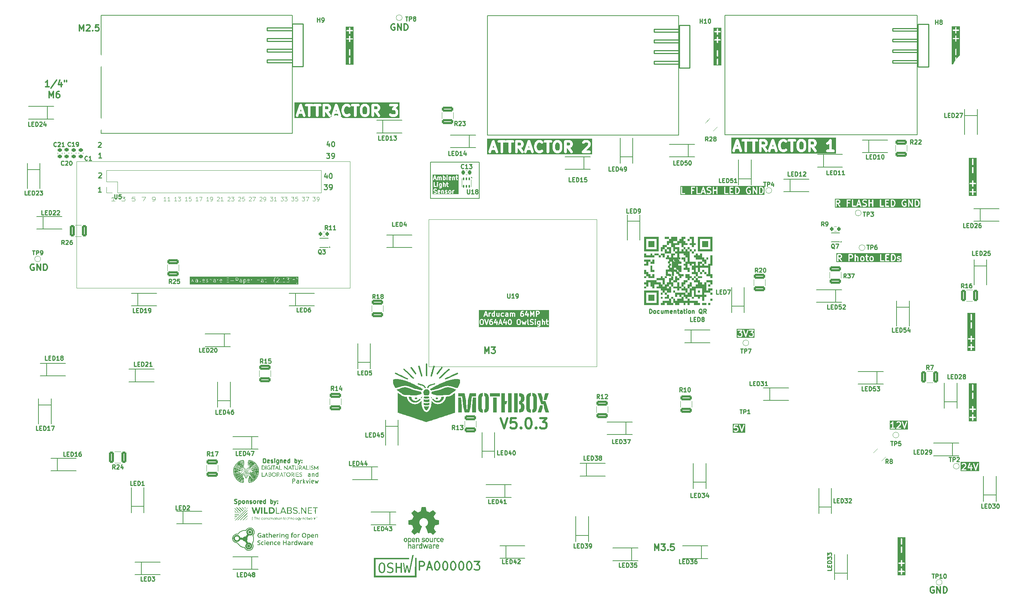
<source format=gbr>
%TF.GenerationSoftware,KiCad,Pcbnew,9.0.2*%
%TF.CreationDate,2025-11-22T08:51:33-08:00*%
%TF.ProjectId,MothBox_5.0.3,4d6f7468-426f-4785-9f35-2e302e332e6b,5.0.3*%
%TF.SameCoordinates,Original*%
%TF.FileFunction,Legend,Top*%
%TF.FilePolarity,Positive*%
%FSLAX46Y46*%
G04 Gerber Fmt 4.6, Leading zero omitted, Abs format (unit mm)*
G04 Created by KiCad (PCBNEW 9.0.2) date 2025-11-22 08:51:33*
%MOMM*%
%LPD*%
G01*
G04 APERTURE LIST*
G04 Aperture macros list*
%AMRoundRect*
0 Rectangle with rounded corners*
0 $1 Rounding radius*
0 $2 $3 $4 $5 $6 $7 $8 $9 X,Y pos of 4 corners*
0 Add a 4 corners polygon primitive as box body*
4,1,4,$2,$3,$4,$5,$6,$7,$8,$9,$2,$3,0*
0 Add four circle primitives for the rounded corners*
1,1,$1+$1,$2,$3*
1,1,$1+$1,$4,$5*
1,1,$1+$1,$6,$7*
1,1,$1+$1,$8,$9*
0 Add four rect primitives between the rounded corners*
20,1,$1+$1,$2,$3,$4,$5,0*
20,1,$1+$1,$4,$5,$6,$7,0*
20,1,$1+$1,$6,$7,$8,$9,0*
20,1,$1+$1,$8,$9,$2,$3,0*%
G04 Aperture macros list end*
%ADD10C,0.000000*%
%ADD11C,0.200000*%
%ADD12C,0.185208*%
%ADD13C,0.350000*%
%ADD14C,0.270000*%
%ADD15C,0.300000*%
%ADD16C,0.240000*%
%ADD17C,0.250000*%
%ADD18C,0.320000*%
%ADD19C,0.625000*%
%ADD20C,0.230000*%
%ADD21C,0.500000*%
%ADD22C,0.100000*%
%ADD23C,0.120000*%
%ADD24C,0.150000*%
%ADD25C,0.050000*%
%ADD26C,1.000000*%
%ADD27RoundRect,0.250000X-1.075000X0.312500X-1.075000X-0.312500X1.075000X-0.312500X1.075000X0.312500X0*%
%ADD28R,0.800000X2.400000*%
%ADD29R,2.630000X1.520000*%
%ADD30RoundRect,0.225000X-0.225000X-0.250000X0.225000X-0.250000X0.225000X0.250000X-0.225000X0.250000X0*%
%ADD31RoundRect,0.225000X-0.250000X0.225000X-0.250000X-0.225000X0.250000X-0.225000X0.250000X0.225000X0*%
%ADD32RoundRect,0.075000X-0.075000X0.250000X-0.075000X-0.250000X0.075000X-0.250000X0.075000X0.250000X0*%
%ADD33R,2.400000X0.800000*%
%ADD34R,1.520000X2.630000*%
%ADD35C,2.700000*%
%ADD36RoundRect,0.250000X-0.539169X0.981111X-0.981111X0.539169X0.539169X-0.981111X0.981111X-0.539169X0*%
%ADD37R,0.450000X0.400000*%
%ADD38R,0.910000X0.400000*%
%ADD39R,0.910000X0.810000*%
%ADD40C,12.800000*%
%ADD41R,1.700000X1.700000*%
%ADD42C,1.700000*%
%ADD43R,1.800000X1.780000*%
%ADD44C,1.800000*%
%ADD45RoundRect,0.250000X-0.312500X-1.075000X0.312500X-1.075000X0.312500X1.075000X-0.312500X1.075000X0*%
%ADD46RoundRect,0.250000X0.312500X1.075000X-0.312500X1.075000X-0.312500X-1.075000X0.312500X-1.075000X0*%
%ADD47RoundRect,0.250000X1.075000X-0.312500X1.075000X0.312500X-1.075000X0.312500X-1.075000X-0.312500X0*%
%ADD48RoundRect,0.200000X0.200000X0.275000X-0.200000X0.275000X-0.200000X-0.275000X0.200000X-0.275000X0*%
%ADD49C,2.200000*%
%ADD50C,4.204000*%
G04 APERTURE END LIST*
D10*
G36*
X84080667Y20221771D02*
G01*
X83588542Y20221771D01*
X83588542Y20713897D01*
X84080667Y20713897D01*
X84080667Y20221771D01*
G37*
G36*
X-4988086Y-36849692D02*
G01*
X-4980417Y-36850423D01*
X-4973029Y-36851568D01*
X-4965891Y-36853140D01*
X-4958972Y-36855149D01*
X-4952238Y-36857608D01*
X-4945658Y-36860529D01*
X-4939201Y-36863922D01*
X-4932833Y-36867800D01*
X-4926524Y-36872173D01*
X-4920241Y-36877055D01*
X-4913952Y-36882456D01*
X-4907625Y-36888388D01*
X-4894731Y-36901891D01*
X-4881301Y-36917657D01*
X-4867081Y-36935780D01*
X-4851814Y-36956352D01*
X-4132147Y-37930019D01*
X-4128639Y-37934950D01*
X-4125047Y-37939822D01*
X-4121345Y-37944640D01*
X-4117512Y-37949408D01*
X-4113524Y-37954129D01*
X-4109358Y-37958808D01*
X-4104990Y-37963448D01*
X-4100397Y-37968053D01*
X-4095557Y-37972627D01*
X-4090445Y-37977174D01*
X-4085038Y-37981697D01*
X-4079314Y-37986202D01*
X-4073248Y-37990691D01*
X-4066818Y-37995168D01*
X-4060001Y-37999637D01*
X-4052772Y-38004102D01*
X-4052772Y-36863748D01*
X-3862272Y-36863748D01*
X-3862272Y-38358644D01*
X-3887331Y-38365485D01*
X-3910073Y-38371083D01*
X-3930721Y-38375370D01*
X-3949502Y-38378281D01*
X-3966639Y-38379751D01*
X-3974662Y-38379924D01*
X-3982358Y-38379713D01*
X-3989755Y-38379108D01*
X-3996883Y-38378101D01*
X-4003768Y-38376684D01*
X-4010439Y-38374850D01*
X-4016924Y-38372589D01*
X-4023251Y-38369893D01*
X-4029448Y-38366755D01*
X-4035543Y-38363166D01*
X-4041565Y-38359117D01*
X-4047541Y-38354601D01*
X-4053500Y-38349609D01*
X-4059470Y-38344133D01*
X-4071553Y-38331697D01*
X-4084016Y-38317225D01*
X-4097084Y-38300653D01*
X-4110982Y-38281915D01*
X-4867689Y-37250040D01*
X-4870200Y-37246597D01*
X-4872769Y-37243208D01*
X-4878066Y-37236563D01*
X-4883549Y-37230041D01*
X-4889186Y-37223582D01*
X-4900803Y-37210600D01*
X-4906721Y-37203955D01*
X-4912669Y-37197123D01*
X-4914623Y-37196688D01*
X-4916514Y-37196369D01*
X-4918343Y-37196158D01*
X-4920111Y-37196048D01*
X-4921816Y-37196032D01*
X-4923460Y-37196100D01*
X-4925041Y-37196246D01*
X-4926561Y-37196462D01*
X-4928018Y-37196740D01*
X-4929413Y-37197072D01*
X-4930747Y-37197450D01*
X-4932018Y-37197868D01*
X-4933227Y-37198316D01*
X-4934374Y-37198787D01*
X-4936482Y-37199769D01*
X-4936482Y-37691894D01*
X-4937474Y-37997157D01*
X-4937598Y-38149169D01*
X-4936482Y-38300436D01*
X-4936613Y-38307151D01*
X-4936999Y-38313417D01*
X-4937633Y-38319249D01*
X-4938508Y-38324662D01*
X-4939615Y-38329672D01*
X-4940947Y-38334294D01*
X-4942496Y-38338545D01*
X-4944254Y-38342438D01*
X-4946214Y-38345991D01*
X-4948368Y-38349218D01*
X-4950707Y-38352136D01*
X-4953225Y-38354758D01*
X-4955914Y-38357102D01*
X-4958765Y-38359182D01*
X-4961771Y-38361014D01*
X-4964925Y-38362613D01*
X-4968218Y-38363995D01*
X-4971643Y-38365176D01*
X-4975192Y-38366171D01*
X-4978857Y-38366995D01*
X-4982631Y-38367664D01*
X-4986505Y-38368194D01*
X-4994525Y-38368897D01*
X-5002855Y-38369228D01*
X-5011434Y-38369310D01*
X-5029086Y-38369228D01*
X-5062945Y-38370096D01*
X-5071109Y-38369954D01*
X-5078990Y-38369367D01*
X-5086507Y-38368183D01*
X-5090103Y-38367320D01*
X-5093578Y-38366251D01*
X-5096921Y-38364957D01*
X-5100122Y-38363420D01*
X-5103171Y-38361620D01*
X-5106057Y-38359538D01*
X-5108771Y-38357156D01*
X-5111303Y-38354455D01*
X-5113642Y-38351416D01*
X-5115777Y-38348020D01*
X-5117700Y-38344247D01*
X-5119399Y-38340080D01*
X-5120865Y-38335499D01*
X-5122087Y-38330486D01*
X-5123055Y-38325021D01*
X-5123759Y-38319085D01*
X-5124189Y-38312661D01*
X-5124335Y-38305728D01*
X-5122021Y-37599290D01*
X-5121690Y-36892852D01*
X-5121630Y-36891364D01*
X-5121458Y-36889876D01*
X-5121184Y-36888388D01*
X-5120822Y-36886899D01*
X-5120382Y-36885411D01*
X-5119876Y-36883923D01*
X-5119316Y-36882435D01*
X-5118714Y-36880946D01*
X-5116109Y-36874993D01*
X-5114853Y-36872017D01*
X-5114278Y-36870528D01*
X-5113753Y-36869040D01*
X-5087324Y-36862637D01*
X-5063430Y-36857382D01*
X-5041815Y-36853366D01*
X-5022224Y-36850684D01*
X-5004399Y-36849429D01*
X-4996070Y-36849365D01*
X-4988086Y-36849692D01*
G37*
G36*
X84080667Y21698146D02*
G01*
X83588542Y21698146D01*
X83588542Y22190271D01*
X84080667Y22190271D01*
X84080667Y21698146D01*
G37*
G36*
X84831500Y12292204D02*
G01*
X84339376Y12292204D01*
X84339376Y12784329D01*
X84831500Y12784329D01*
X84831500Y12292204D01*
G37*
G36*
X30054826Y-3842188D02*
G01*
X30065237Y-3843150D01*
X30075584Y-3844777D01*
X30085835Y-3847048D01*
X30095955Y-3849944D01*
X30105910Y-3853446D01*
X30115666Y-3857533D01*
X30125189Y-3862187D01*
X30134444Y-3867387D01*
X30143398Y-3873113D01*
X30152016Y-3879347D01*
X30160264Y-3886069D01*
X30168108Y-3893259D01*
X30175514Y-3900897D01*
X30182448Y-3908963D01*
X30188875Y-3917439D01*
X30194761Y-3926305D01*
X30200073Y-3935540D01*
X30204775Y-3945125D01*
X30208835Y-3955042D01*
X30212217Y-3965269D01*
X30214888Y-3975787D01*
X30216813Y-3986578D01*
X30217958Y-3997620D01*
X30218473Y-4003704D01*
X30218540Y-4010015D01*
X30218177Y-4016500D01*
X30217401Y-4023107D01*
X30216229Y-4029784D01*
X30214680Y-4036479D01*
X30212770Y-4043138D01*
X30210518Y-4049710D01*
X30207939Y-4056143D01*
X30205053Y-4062384D01*
X30201876Y-4068381D01*
X30198425Y-4074081D01*
X30194719Y-4079432D01*
X30190774Y-4084383D01*
X30186609Y-4088879D01*
X30184449Y-4090941D01*
X30182240Y-4092870D01*
X30107477Y-4163967D01*
X30032110Y-4234505D01*
X29880119Y-4374652D01*
X29727385Y-4514798D01*
X29575022Y-4656433D01*
X29288776Y-4931765D01*
X29144723Y-5068873D01*
X28999553Y-5204120D01*
X28811409Y-5375459D01*
X28622522Y-5544937D01*
X28245491Y-5882776D01*
X28177588Y-5948819D01*
X28110057Y-6015234D01*
X28076083Y-6048232D01*
X28041783Y-6080904D01*
X28007017Y-6113111D01*
X27971648Y-6144714D01*
X27964770Y-6151141D01*
X27957555Y-6157062D01*
X27950038Y-6162530D01*
X27942254Y-6167596D01*
X27934237Y-6172314D01*
X27926022Y-6176735D01*
X27917645Y-6180912D01*
X27909140Y-6184898D01*
X27874537Y-6199967D01*
X27857376Y-6207710D01*
X27848952Y-6211818D01*
X27840679Y-6216152D01*
X27828603Y-6213372D01*
X27816254Y-6209540D01*
X27803731Y-6204719D01*
X27791132Y-6198974D01*
X27778556Y-6192369D01*
X27766102Y-6184967D01*
X27753870Y-6176833D01*
X27741957Y-6168030D01*
X27730462Y-6158623D01*
X27719485Y-6148675D01*
X27709124Y-6138250D01*
X27699478Y-6127413D01*
X27690647Y-6116227D01*
X27682727Y-6104755D01*
X27679141Y-6098933D01*
X27675820Y-6093063D01*
X27672776Y-6087154D01*
X27670023Y-6081214D01*
X27667929Y-6075668D01*
X27666109Y-6070191D01*
X27664558Y-6064782D01*
X27663271Y-6059440D01*
X27662243Y-6054166D01*
X27661468Y-6048957D01*
X27660942Y-6043814D01*
X27660659Y-6038736D01*
X27660615Y-6033722D01*
X27660804Y-6028771D01*
X27661221Y-6023882D01*
X27661861Y-6019055D01*
X27662719Y-6014289D01*
X27663790Y-6009584D01*
X27665069Y-6004938D01*
X27666550Y-6000351D01*
X27668230Y-5995822D01*
X27670101Y-5991350D01*
X27672161Y-5986936D01*
X27674403Y-5982577D01*
X27676822Y-5978273D01*
X27679413Y-5974024D01*
X27685092Y-5965686D01*
X27691399Y-5957558D01*
X27698293Y-5949633D01*
X27705733Y-5941906D01*
X27713680Y-5934370D01*
X27873732Y-5781884D01*
X28032668Y-5628281D01*
X28348678Y-5319214D01*
X29138460Y-4604839D01*
X29694084Y-4092870D01*
X29759692Y-4032967D01*
X29792729Y-4003155D01*
X29826045Y-3973808D01*
X29859733Y-3945205D01*
X29893886Y-3917625D01*
X29911166Y-3904306D01*
X29928597Y-3891348D01*
X29946191Y-3878785D01*
X29963959Y-3866652D01*
X29973394Y-3860753D01*
X29983075Y-3855696D01*
X29992966Y-3851460D01*
X30003034Y-3848025D01*
X30013244Y-3845372D01*
X30023563Y-3843482D01*
X30033955Y-3842334D01*
X30044388Y-3841909D01*
X30054826Y-3842188D01*
G37*
G36*
X-17238457Y-42028945D02*
G01*
X-17202046Y-42032351D01*
X-17165995Y-42037585D01*
X-17130367Y-42044619D01*
X-17095226Y-42053419D01*
X-17060633Y-42063956D01*
X-17026651Y-42076198D01*
X-16993342Y-42090115D01*
X-16960769Y-42105674D01*
X-16928994Y-42122846D01*
X-16898081Y-42141600D01*
X-16868091Y-42161903D01*
X-16839086Y-42183726D01*
X-16811131Y-42207038D01*
X-16784285Y-42231806D01*
X-16758614Y-42258001D01*
X-16734178Y-42285591D01*
X-16711041Y-42314545D01*
X-16689264Y-42344833D01*
X-16668911Y-42376423D01*
X-16650044Y-42409284D01*
X-16632725Y-42443385D01*
X-16617017Y-42478696D01*
X-16602982Y-42515184D01*
X-16590683Y-42552820D01*
X-16580562Y-42590071D01*
X-16572498Y-42627370D01*
X-16566458Y-42664655D01*
X-16562406Y-42701865D01*
X-16560307Y-42738940D01*
X-16560127Y-42775818D01*
X-16561830Y-42812439D01*
X-16565382Y-42848740D01*
X-16570748Y-42884662D01*
X-16577893Y-42920143D01*
X-16586782Y-42955122D01*
X-16597380Y-42989538D01*
X-16609653Y-43023330D01*
X-16623565Y-43056437D01*
X-16639081Y-43088798D01*
X-16656168Y-43120351D01*
X-16674788Y-43151037D01*
X-16694909Y-43180793D01*
X-16716495Y-43209560D01*
X-16739511Y-43237275D01*
X-16763923Y-43263877D01*
X-16789694Y-43289306D01*
X-16816791Y-43313501D01*
X-16845179Y-43336400D01*
X-16874823Y-43357943D01*
X-16905687Y-43378068D01*
X-16937738Y-43396715D01*
X-16970939Y-43413822D01*
X-17005257Y-43429328D01*
X-17040656Y-43443173D01*
X-17077101Y-43455295D01*
X-17114558Y-43465633D01*
X-17137874Y-43471242D01*
X-17161186Y-43476149D01*
X-17184490Y-43480335D01*
X-17207782Y-43483781D01*
X-17231059Y-43486468D01*
X-17254317Y-43488376D01*
X-17277551Y-43489485D01*
X-17300759Y-43489776D01*
X-17323935Y-43489230D01*
X-17347076Y-43487828D01*
X-17370179Y-43485550D01*
X-17393239Y-43482376D01*
X-17416252Y-43478288D01*
X-17439215Y-43473265D01*
X-17462124Y-43467290D01*
X-17484975Y-43460341D01*
X-17495089Y-43457270D01*
X-17504622Y-43454993D01*
X-17509183Y-43454148D01*
X-17513613Y-43453499D01*
X-17517916Y-43453041D01*
X-17522099Y-43452776D01*
X-17526166Y-43452700D01*
X-17530121Y-43452813D01*
X-17533969Y-43453112D01*
X-17537716Y-43453597D01*
X-17541366Y-43454267D01*
X-17544923Y-43455119D01*
X-17548394Y-43456152D01*
X-17551782Y-43457365D01*
X-17555093Y-43458756D01*
X-17558331Y-43460324D01*
X-17561501Y-43462067D01*
X-17564608Y-43463984D01*
X-17567657Y-43466074D01*
X-17570653Y-43468335D01*
X-17576504Y-43473364D01*
X-17582200Y-43479059D01*
X-17587780Y-43485409D01*
X-17593282Y-43492403D01*
X-17598746Y-43500029D01*
X-17694451Y-43636454D01*
X-17790899Y-43771888D01*
X-17887844Y-43906329D01*
X-17985037Y-44039779D01*
X-17990272Y-44047599D01*
X-17995042Y-44055214D01*
X-17999316Y-44062667D01*
X-18003062Y-44069999D01*
X-18006251Y-44077254D01*
X-18008850Y-44084474D01*
X-18009919Y-44088084D01*
X-18010829Y-44091701D01*
X-18011577Y-44095331D01*
X-18012157Y-44098979D01*
X-18012568Y-44102650D01*
X-18012803Y-44106350D01*
X-18012861Y-44110084D01*
X-18012736Y-44113857D01*
X-18012425Y-44117674D01*
X-18011925Y-44121542D01*
X-18011230Y-44125464D01*
X-18010338Y-44129448D01*
X-18009245Y-44133497D01*
X-18007946Y-44137617D01*
X-18006437Y-44141814D01*
X-18004716Y-44146093D01*
X-18002777Y-44150459D01*
X-18000618Y-44154917D01*
X-17998233Y-44159473D01*
X-17995621Y-44164133D01*
X-17988342Y-44179544D01*
X-17981425Y-44195025D01*
X-17974918Y-44210583D01*
X-17968873Y-44226227D01*
X-17963339Y-44241964D01*
X-17958367Y-44257801D01*
X-17954007Y-44273747D01*
X-17950310Y-44289810D01*
X-17947327Y-44305996D01*
X-17945107Y-44322314D01*
X-17943700Y-44338772D01*
X-17943158Y-44355377D01*
X-17943531Y-44372137D01*
X-17944869Y-44389059D01*
X-17947222Y-44406153D01*
X-17950641Y-44423424D01*
X-18013035Y-44421316D01*
X-18075243Y-44417471D01*
X-18199350Y-44407549D01*
X-18261372Y-44402960D01*
X-18323456Y-44399612D01*
X-18385664Y-44398248D01*
X-18416834Y-44398542D01*
X-18448058Y-44399612D01*
X-18458052Y-44370146D01*
X-18469101Y-44341238D01*
X-18481079Y-44312826D01*
X-18493864Y-44284849D01*
X-18507331Y-44257243D01*
X-18521356Y-44229948D01*
X-18550584Y-44176039D01*
X-18610280Y-44069213D01*
X-18638765Y-44015304D01*
X-18652231Y-43988009D01*
X-18665016Y-43960404D01*
X-18649485Y-43949953D01*
X-18633664Y-43940425D01*
X-18617571Y-43931812D01*
X-18601227Y-43924106D01*
X-18584650Y-43917299D01*
X-18567859Y-43911383D01*
X-18550875Y-43906351D01*
X-18533717Y-43902195D01*
X-18516403Y-43898907D01*
X-18498954Y-43896480D01*
X-18481388Y-43894905D01*
X-18463726Y-43894175D01*
X-18445986Y-43894282D01*
X-18428188Y-43895219D01*
X-18410351Y-43896977D01*
X-18392495Y-43899549D01*
X-18378473Y-43901625D01*
X-18365153Y-43902882D01*
X-18352492Y-43903311D01*
X-18340447Y-43902898D01*
X-18328975Y-43901632D01*
X-18318035Y-43899503D01*
X-18312750Y-43898110D01*
X-18307583Y-43896497D01*
X-18302526Y-43894662D01*
X-18297576Y-43892604D01*
X-18292727Y-43890321D01*
X-18287973Y-43887811D01*
X-18278730Y-43882108D01*
X-18269804Y-43875483D01*
X-18261154Y-43867923D01*
X-18252737Y-43859418D01*
X-18244509Y-43849955D01*
X-18236429Y-43839524D01*
X-18228454Y-43828112D01*
X-18142588Y-43703592D01*
X-18055482Y-43580065D01*
X-17966888Y-43457530D01*
X-17876558Y-43335987D01*
X-17869146Y-43325281D01*
X-17862781Y-43314955D01*
X-17857454Y-43304954D01*
X-17855178Y-43300059D01*
X-17853159Y-43295225D01*
X-17851395Y-43290445D01*
X-17849886Y-43285712D01*
X-17848631Y-43281021D01*
X-17847629Y-43276363D01*
X-17846879Y-43271732D01*
X-17846380Y-43267122D01*
X-17846131Y-43262525D01*
X-17846131Y-43257935D01*
X-17846379Y-43253345D01*
X-17846874Y-43248748D01*
X-17847615Y-43244138D01*
X-17848601Y-43239507D01*
X-17849831Y-43234849D01*
X-17851305Y-43230157D01*
X-17853021Y-43225425D01*
X-17854978Y-43220645D01*
X-17859612Y-43210916D01*
X-17865200Y-43200915D01*
X-17871733Y-43190589D01*
X-17879204Y-43179883D01*
X-17904650Y-43142483D01*
X-17927431Y-43104268D01*
X-17947581Y-43065337D01*
X-17965131Y-43025789D01*
X-17980117Y-42985723D01*
X-17992569Y-42945240D01*
X-18002522Y-42904438D01*
X-18010007Y-42863416D01*
X-18015059Y-42822274D01*
X-18017710Y-42781112D01*
X-18017860Y-42759195D01*
X-17765433Y-42759195D01*
X-17764577Y-42783607D01*
X-17762527Y-42807710D01*
X-17759313Y-42831472D01*
X-17754963Y-42854864D01*
X-17749509Y-42877854D01*
X-17742981Y-42900413D01*
X-17735408Y-42922510D01*
X-17726820Y-42944114D01*
X-17717248Y-42965195D01*
X-17706722Y-42985722D01*
X-17695271Y-43005665D01*
X-17682926Y-43024993D01*
X-17669717Y-43043676D01*
X-17655673Y-43061683D01*
X-17640826Y-43078983D01*
X-17625204Y-43095547D01*
X-17608838Y-43111343D01*
X-17591757Y-43126341D01*
X-17573993Y-43140511D01*
X-17555575Y-43153822D01*
X-17536533Y-43166244D01*
X-17516896Y-43177745D01*
X-17496696Y-43188296D01*
X-17475962Y-43197866D01*
X-17454724Y-43206425D01*
X-17433013Y-43213941D01*
X-17410857Y-43220384D01*
X-17388288Y-43225725D01*
X-17365335Y-43229932D01*
X-17342028Y-43232975D01*
X-17318398Y-43234823D01*
X-17294475Y-43235445D01*
X-17270055Y-43234845D01*
X-17245930Y-43233064D01*
X-17222130Y-43230130D01*
X-17198687Y-43226071D01*
X-17175632Y-43220915D01*
X-17152995Y-43214691D01*
X-17130808Y-43207426D01*
X-17109101Y-43199148D01*
X-17087906Y-43189886D01*
X-17067253Y-43179667D01*
X-17047174Y-43168520D01*
X-17027700Y-43156473D01*
X-17008862Y-43143554D01*
X-16990690Y-43129792D01*
X-16973215Y-43115213D01*
X-16956469Y-43099846D01*
X-16940483Y-43083720D01*
X-16925288Y-43066863D01*
X-16910914Y-43049301D01*
X-16897393Y-43031065D01*
X-16884755Y-43012181D01*
X-16873033Y-42992679D01*
X-16862255Y-42972585D01*
X-16852455Y-42951928D01*
X-16843662Y-42930736D01*
X-16835908Y-42909038D01*
X-16829224Y-42886861D01*
X-16823640Y-42864233D01*
X-16819188Y-42841183D01*
X-16815899Y-42817738D01*
X-16813803Y-42793928D01*
X-16812933Y-42769779D01*
X-16813315Y-42745119D01*
X-16814938Y-42720769D01*
X-16817772Y-42696760D01*
X-16821785Y-42673123D01*
X-16826947Y-42649889D01*
X-16833228Y-42627090D01*
X-16840597Y-42604755D01*
X-16849024Y-42582917D01*
X-16858477Y-42561605D01*
X-16868927Y-42540852D01*
X-16880344Y-42520688D01*
X-16892695Y-42501144D01*
X-16905952Y-42482251D01*
X-16920083Y-42464040D01*
X-16935058Y-42446543D01*
X-16950847Y-42429789D01*
X-16967418Y-42413811D01*
X-16984742Y-42398639D01*
X-17002788Y-42384304D01*
X-17021525Y-42370837D01*
X-17040923Y-42358269D01*
X-17060951Y-42346631D01*
X-17081579Y-42335955D01*
X-17102776Y-42326271D01*
X-17124511Y-42317610D01*
X-17146756Y-42310003D01*
X-17169477Y-42303482D01*
X-17192646Y-42298076D01*
X-17216232Y-42293818D01*
X-17240203Y-42290738D01*
X-17264531Y-42288868D01*
X-17289183Y-42288237D01*
X-17313129Y-42288867D01*
X-17336825Y-42290736D01*
X-17360237Y-42293809D01*
X-17383332Y-42298056D01*
X-17406076Y-42303441D01*
X-17428436Y-42309933D01*
X-17450378Y-42317499D01*
X-17471869Y-42326106D01*
X-17492876Y-42335720D01*
X-17513365Y-42346308D01*
X-17533302Y-42357839D01*
X-17552655Y-42370279D01*
X-17571390Y-42383594D01*
X-17589473Y-42397752D01*
X-17606871Y-42412721D01*
X-17623550Y-42428466D01*
X-17639478Y-42444956D01*
X-17654620Y-42462157D01*
X-17668943Y-42480036D01*
X-17682415Y-42498560D01*
X-17695000Y-42517697D01*
X-17706667Y-42537413D01*
X-17717381Y-42557676D01*
X-17727110Y-42578452D01*
X-17735819Y-42599709D01*
X-17743475Y-42621413D01*
X-17750045Y-42643532D01*
X-17755496Y-42666033D01*
X-17759793Y-42688883D01*
X-17762904Y-42712048D01*
X-17764795Y-42735497D01*
X-17765433Y-42759195D01*
X-18017860Y-42759195D01*
X-18017992Y-42740028D01*
X-18015940Y-42699121D01*
X-18011585Y-42658492D01*
X-18004961Y-42618239D01*
X-17996101Y-42578462D01*
X-17985037Y-42539260D01*
X-17971803Y-42500733D01*
X-17956432Y-42462979D01*
X-17938956Y-42426098D01*
X-17919408Y-42390189D01*
X-17897822Y-42355352D01*
X-17874230Y-42321686D01*
X-17848665Y-42289291D01*
X-17821161Y-42258265D01*
X-17791749Y-42228707D01*
X-17760464Y-42200718D01*
X-17727338Y-42174397D01*
X-17692404Y-42149842D01*
X-17655694Y-42127154D01*
X-17617243Y-42106431D01*
X-17577082Y-42087773D01*
X-17535245Y-42071279D01*
X-17498196Y-42058933D01*
X-17461008Y-42048665D01*
X-17423743Y-42040443D01*
X-17386464Y-42034237D01*
X-17349233Y-42030015D01*
X-17312114Y-42027746D01*
X-17275168Y-42027400D01*
X-17238457Y-42028945D01*
G37*
G36*
X-17331841Y-28462404D02*
G01*
X-17136050Y-28499446D01*
X-16942904Y-28536487D01*
X-16747113Y-28573529D01*
X-16532800Y-28613217D01*
X-16339654Y-28650258D01*
X-16143862Y-28687300D01*
X-15948071Y-28724342D01*
X-15754925Y-28761383D01*
X-15559133Y-28798425D01*
X-15432133Y-28822237D01*
X-15431141Y-28822268D01*
X-15430149Y-28822356D01*
X-15429157Y-28822499D01*
X-15428165Y-28822692D01*
X-15427173Y-28822932D01*
X-15426180Y-28823214D01*
X-15425188Y-28823535D01*
X-15424196Y-28823891D01*
X-15423204Y-28824278D01*
X-15422212Y-28824692D01*
X-15420227Y-28825586D01*
X-15418243Y-28826542D01*
X-15416258Y-28827529D01*
X-15420346Y-28846261D01*
X-15424650Y-28864777D01*
X-15433787Y-28901281D01*
X-15443419Y-28937289D01*
X-15453300Y-28973050D01*
X-15455170Y-28973045D01*
X-15456855Y-28973008D01*
X-15457647Y-28972969D01*
X-15458416Y-28972910D01*
X-15459169Y-28972828D01*
X-15459914Y-28972719D01*
X-15460660Y-28972579D01*
X-15461413Y-28972404D01*
X-15462182Y-28972190D01*
X-15462974Y-28971933D01*
X-15463797Y-28971630D01*
X-15464658Y-28971277D01*
X-15465567Y-28970869D01*
X-15466529Y-28970403D01*
X-16072425Y-28811654D01*
X-16744466Y-28634383D01*
X-17395341Y-28462404D01*
X-17408570Y-28459758D01*
X-17409036Y-28458796D01*
X-17409444Y-28457893D01*
X-17409797Y-28457043D01*
X-17410100Y-28456244D01*
X-17410357Y-28455492D01*
X-17410570Y-28454782D01*
X-17410745Y-28454111D01*
X-17410886Y-28453474D01*
X-17410995Y-28452869D01*
X-17411077Y-28452291D01*
X-17411136Y-28451736D01*
X-17411175Y-28451201D01*
X-17411211Y-28450172D01*
X-17411216Y-28449175D01*
X-17331841Y-28462404D01*
G37*
G36*
X84339376Y26563828D02*
G01*
X83847251Y26563828D01*
X83847251Y27055953D01*
X84339376Y27055953D01*
X84339376Y26563828D01*
G37*
G36*
X85815751Y23611078D02*
G01*
X85323625Y23611078D01*
X85323625Y24103203D01*
X85815751Y24103203D01*
X85815751Y23611078D01*
G37*
G36*
X85815751Y26563828D02*
G01*
X85323625Y26563828D01*
X85323625Y27055953D01*
X85815751Y27055953D01*
X85815751Y26563828D01*
G37*
G36*
X83355125Y15737079D02*
G01*
X82863001Y15737079D01*
X82863001Y16229203D01*
X83355125Y16229203D01*
X83355125Y15737079D01*
G37*
G36*
X26638552Y-7332518D02*
G01*
X26645925Y-7333171D01*
X26653376Y-7334328D01*
X26660880Y-7335967D01*
X26668410Y-7338068D01*
X26675940Y-7340611D01*
X26683444Y-7343575D01*
X26690896Y-7346941D01*
X26698269Y-7350687D01*
X26705537Y-7354794D01*
X26712675Y-7359241D01*
X26719656Y-7364008D01*
X26726453Y-7369074D01*
X26733042Y-7374419D01*
X26739395Y-7380023D01*
X26745486Y-7385865D01*
X26751289Y-7391925D01*
X26756779Y-7398183D01*
X26761928Y-7404618D01*
X26766711Y-7411210D01*
X26771102Y-7417939D01*
X26775074Y-7424784D01*
X26778602Y-7431725D01*
X26781658Y-7438742D01*
X26784218Y-7445813D01*
X26786254Y-7452920D01*
X26787741Y-7460041D01*
X26788652Y-7467156D01*
X26788961Y-7474246D01*
X26789556Y-7480129D01*
X26789857Y-7485873D01*
X26789873Y-7491477D01*
X26789612Y-7496942D01*
X26789085Y-7502267D01*
X26788298Y-7507453D01*
X26787262Y-7512499D01*
X26785985Y-7517406D01*
X26784474Y-7522173D01*
X26782741Y-7526800D01*
X26780792Y-7531289D01*
X26778636Y-7535637D01*
X26776283Y-7539846D01*
X26773741Y-7543916D01*
X26771019Y-7547846D01*
X26768125Y-7551636D01*
X26765069Y-7555287D01*
X26761858Y-7558798D01*
X26758502Y-7562170D01*
X26755010Y-7565403D01*
X26751390Y-7568496D01*
X26747650Y-7571449D01*
X26739848Y-7576937D01*
X26731674Y-7581867D01*
X26723198Y-7586238D01*
X26714489Y-7590052D01*
X26705618Y-7593308D01*
X26660791Y-7607493D01*
X26615638Y-7620469D01*
X26570207Y-7632515D01*
X26524543Y-7643909D01*
X26432703Y-7665861D01*
X26340492Y-7688557D01*
X26191664Y-7730726D01*
X26117250Y-7752740D01*
X26042835Y-7775870D01*
X25852832Y-7832921D01*
X25805680Y-7847765D01*
X25758760Y-7863493D01*
X25712120Y-7880430D01*
X25665805Y-7898902D01*
X25629791Y-7915505D01*
X25593499Y-7932760D01*
X25557392Y-7950945D01*
X25539554Y-7960473D01*
X25521937Y-7970339D01*
X25504599Y-7980577D01*
X25487598Y-7991221D01*
X25470993Y-8002308D01*
X25454840Y-8013871D01*
X25439200Y-8025946D01*
X25424129Y-8038567D01*
X25409686Y-8051770D01*
X25395929Y-8065589D01*
X25378387Y-8084464D01*
X25361443Y-8103850D01*
X25345046Y-8123702D01*
X25329143Y-8143972D01*
X25313682Y-8164614D01*
X25298610Y-8185582D01*
X25269425Y-8228308D01*
X25157804Y-8402933D01*
X25149876Y-8415681D01*
X25142379Y-8427156D01*
X25135184Y-8437387D01*
X25128163Y-8446403D01*
X25121189Y-8454233D01*
X25117679Y-8457712D01*
X25114133Y-8460906D01*
X25110535Y-8463818D01*
X25106868Y-8466451D01*
X25103117Y-8468810D01*
X25099266Y-8470897D01*
X25095298Y-8472718D01*
X25091198Y-8474274D01*
X25086950Y-8475571D01*
X25082538Y-8476610D01*
X25077946Y-8477397D01*
X25073157Y-8477935D01*
X25068156Y-8478227D01*
X25062927Y-8478277D01*
X25057454Y-8478089D01*
X25051720Y-8477665D01*
X25039409Y-8476130D01*
X25025865Y-8473699D01*
X25010961Y-8470401D01*
X24943492Y-8462464D01*
X24932227Y-8459994D01*
X24927062Y-8458576D01*
X24922199Y-8457030D01*
X24917630Y-8455354D01*
X24913346Y-8453543D01*
X24909340Y-8451594D01*
X24905603Y-8449504D01*
X24902128Y-8447268D01*
X24898907Y-8444883D01*
X24895931Y-8442345D01*
X24893193Y-8439651D01*
X24890685Y-8436798D01*
X24888398Y-8433781D01*
X24886325Y-8430596D01*
X24884457Y-8427241D01*
X24882787Y-8423712D01*
X24881307Y-8420004D01*
X24880009Y-8416115D01*
X24878884Y-8412041D01*
X24877123Y-8403321D01*
X24875962Y-8393817D01*
X24875335Y-8383499D01*
X24875179Y-8372338D01*
X24875430Y-8360305D01*
X24876024Y-8347371D01*
X24878987Y-8324162D01*
X24882654Y-8301409D01*
X24887010Y-8279103D01*
X24892039Y-8257237D01*
X24897725Y-8235801D01*
X24904052Y-8214786D01*
X24911003Y-8194184D01*
X24918564Y-8173986D01*
X24926718Y-8154184D01*
X24935449Y-8134768D01*
X24954578Y-8097061D01*
X24975822Y-8060795D01*
X24999055Y-8025902D01*
X25024149Y-7992311D01*
X25050975Y-7959953D01*
X25079405Y-7928757D01*
X25109312Y-7898654D01*
X25140568Y-7869574D01*
X25173045Y-7841448D01*
X25206614Y-7814206D01*
X25241149Y-7787777D01*
X25261513Y-7773126D01*
X25282395Y-7758934D01*
X25303753Y-7745195D01*
X25325547Y-7731905D01*
X25347737Y-7719056D01*
X25370281Y-7706643D01*
X25416270Y-7683101D01*
X25463190Y-7661234D01*
X25510714Y-7640995D01*
X25558517Y-7622337D01*
X25606274Y-7605214D01*
X25672107Y-7583766D01*
X25738545Y-7563852D01*
X25805448Y-7545148D01*
X25872676Y-7527328D01*
X26142056Y-7458370D01*
X26260436Y-7426310D01*
X26377700Y-7395366D01*
X26610367Y-7335339D01*
X26617165Y-7333778D01*
X26624145Y-7332800D01*
X26631283Y-7332387D01*
X26638552Y-7332518D01*
G37*
G36*
X87292125Y17213454D02*
G01*
X86800000Y17213454D01*
X86800000Y17705578D01*
X87292125Y17705578D01*
X87292125Y17213454D01*
G37*
G36*
X85323625Y23611078D02*
G01*
X84831500Y23611078D01*
X84831500Y24103203D01*
X85323625Y24103203D01*
X85323625Y23611078D01*
G37*
G36*
X-13981777Y-43228629D02*
G01*
X-13960228Y-43229658D01*
X-13938617Y-43231616D01*
X-13916944Y-43234536D01*
X-13895209Y-43238448D01*
X-13873412Y-43243383D01*
X-13849816Y-43249718D01*
X-13827647Y-43256855D01*
X-13806904Y-43264852D01*
X-13787588Y-43273769D01*
X-13769697Y-43283661D01*
X-13761287Y-43288992D01*
X-13753233Y-43294589D01*
X-13745536Y-43300459D01*
X-13738195Y-43306610D01*
X-13731211Y-43313048D01*
X-13724584Y-43319781D01*
X-13718313Y-43326817D01*
X-13712398Y-43334162D01*
X-13706841Y-43341824D01*
X-13701639Y-43349810D01*
X-13696795Y-43358128D01*
X-13692307Y-43366784D01*
X-13688175Y-43375786D01*
X-13684400Y-43385142D01*
X-13680982Y-43394857D01*
X-13677920Y-43404941D01*
X-13675215Y-43415399D01*
X-13672866Y-43426240D01*
X-13670874Y-43437470D01*
X-13669239Y-43449097D01*
X-13667037Y-43473570D01*
X-13663771Y-43543023D01*
X-13661746Y-43612477D01*
X-13660712Y-43681930D01*
X-13660423Y-43751383D01*
X-13661746Y-44029195D01*
X-13661844Y-44035021D01*
X-13662159Y-44040574D01*
X-13662722Y-44045834D01*
X-13663565Y-44050775D01*
X-13664717Y-44055376D01*
X-13665419Y-44057541D01*
X-13666210Y-44059612D01*
X-13667095Y-44061586D01*
X-13668076Y-44063461D01*
X-13669158Y-44065232D01*
X-13670344Y-44066898D01*
X-13671639Y-44068456D01*
X-13673047Y-44069902D01*
X-13674571Y-44071234D01*
X-13676215Y-44072448D01*
X-13677983Y-44073543D01*
X-13679879Y-44074514D01*
X-13681906Y-44075360D01*
X-13684070Y-44076076D01*
X-13686372Y-44076661D01*
X-13688819Y-44077111D01*
X-13691412Y-44077423D01*
X-13694157Y-44077595D01*
X-13697057Y-44077624D01*
X-13700115Y-44077506D01*
X-13703337Y-44077239D01*
X-13706725Y-44076820D01*
X-13710220Y-44076414D01*
X-13713756Y-44076174D01*
X-13720931Y-44076112D01*
X-13728206Y-44076477D01*
X-13735539Y-44077110D01*
X-13750210Y-44078541D01*
X-13757463Y-44079022D01*
X-13764602Y-44079135D01*
X-13771587Y-44078721D01*
X-13775008Y-44078267D01*
X-13778374Y-44077621D01*
X-13781680Y-44076764D01*
X-13784921Y-44075676D01*
X-13788091Y-44074337D01*
X-13791185Y-44072728D01*
X-13794197Y-44070827D01*
X-13797123Y-44068616D01*
X-13799957Y-44066075D01*
X-13802693Y-44063183D01*
X-13805327Y-44059921D01*
X-13807852Y-44056269D01*
X-13810265Y-44052208D01*
X-13812558Y-44047716D01*
X-13814484Y-44043684D01*
X-13816305Y-44039520D01*
X-13818040Y-44035217D01*
X-13819710Y-44030766D01*
X-13822930Y-44021392D01*
X-13826118Y-44011336D01*
X-13833022Y-43988929D01*
X-13837047Y-43976454D01*
X-13841662Y-43963049D01*
X-13850405Y-43973709D01*
X-13859272Y-43983864D01*
X-13868261Y-43993522D01*
X-13877370Y-44002690D01*
X-13886600Y-44011376D01*
X-13895949Y-44019587D01*
X-13905417Y-44027329D01*
X-13915001Y-44034611D01*
X-13924702Y-44041439D01*
X-13934518Y-44047821D01*
X-13944448Y-44053765D01*
X-13954492Y-44059276D01*
X-13964648Y-44064363D01*
X-13974916Y-44069033D01*
X-13985294Y-44073293D01*
X-13995781Y-44077151D01*
X-14017081Y-44083687D01*
X-14038807Y-44088701D01*
X-14060952Y-44092249D01*
X-14083507Y-44094390D01*
X-14106466Y-44095183D01*
X-14129820Y-44094685D01*
X-14153561Y-44092954D01*
X-14177683Y-44090049D01*
X-14198922Y-44086018D01*
X-14218983Y-44080867D01*
X-14237865Y-44074591D01*
X-14246865Y-44071031D01*
X-14255569Y-44067188D01*
X-14263980Y-44063062D01*
X-14272096Y-44058653D01*
X-14279917Y-44053960D01*
X-14287443Y-44048982D01*
X-14294676Y-44043720D01*
X-14301613Y-44038172D01*
X-14308256Y-44032339D01*
X-14314605Y-44026219D01*
X-14320658Y-44019812D01*
X-14326418Y-44013118D01*
X-14331883Y-44006137D01*
X-14337053Y-43998867D01*
X-14341928Y-43991308D01*
X-14346510Y-43983460D01*
X-14350796Y-43975322D01*
X-14354788Y-43966894D01*
X-14358486Y-43958176D01*
X-14361888Y-43949166D01*
X-14364997Y-43939865D01*
X-14367811Y-43930271D01*
X-14372554Y-43910206D01*
X-14376120Y-43888966D01*
X-14378878Y-43864251D01*
X-14380198Y-43840695D01*
X-14380154Y-43833232D01*
X-14178780Y-43833232D01*
X-14178678Y-43839219D01*
X-14178364Y-43845294D01*
X-14177841Y-43851457D01*
X-14177111Y-43857705D01*
X-14176175Y-43864035D01*
X-14175036Y-43870445D01*
X-14173681Y-43876710D01*
X-14172104Y-43882614D01*
X-14170315Y-43888169D01*
X-14168323Y-43893384D01*
X-14166140Y-43898273D01*
X-14163775Y-43902844D01*
X-14161239Y-43907111D01*
X-14158541Y-43911084D01*
X-14155692Y-43914773D01*
X-14152703Y-43918191D01*
X-14149582Y-43921348D01*
X-14146341Y-43924256D01*
X-14142989Y-43926925D01*
X-14139537Y-43929367D01*
X-14135995Y-43931593D01*
X-14132373Y-43933614D01*
X-14128681Y-43935442D01*
X-14124929Y-43937086D01*
X-14121129Y-43938560D01*
X-14117288Y-43939872D01*
X-14109531Y-43942062D01*
X-14101739Y-43943743D01*
X-14093993Y-43945006D01*
X-14086376Y-43945939D01*
X-14071849Y-43947174D01*
X-14058394Y-43946912D01*
X-14045315Y-43946134D01*
X-14032620Y-43944848D01*
X-14020312Y-43943066D01*
X-14008398Y-43940798D01*
X-13996883Y-43938053D01*
X-13985772Y-43934842D01*
X-13975070Y-43931175D01*
X-13964782Y-43927063D01*
X-13954915Y-43922515D01*
X-13945473Y-43917542D01*
X-13936462Y-43912153D01*
X-13927887Y-43906360D01*
X-13919753Y-43900171D01*
X-13912066Y-43893598D01*
X-13904831Y-43886651D01*
X-13898053Y-43879339D01*
X-13891738Y-43871673D01*
X-13885891Y-43863663D01*
X-13880517Y-43855319D01*
X-13875622Y-43846652D01*
X-13871211Y-43837671D01*
X-13867289Y-43828387D01*
X-13863862Y-43818810D01*
X-13860935Y-43808950D01*
X-13858513Y-43798817D01*
X-13856601Y-43788422D01*
X-13855206Y-43777774D01*
X-13854332Y-43766884D01*
X-13853984Y-43755762D01*
X-13854169Y-43744418D01*
X-13854891Y-43732862D01*
X-13856545Y-43715788D01*
X-13857113Y-43711878D01*
X-13857868Y-43708166D01*
X-13858870Y-43704678D01*
X-13859484Y-43703027D01*
X-13860183Y-43701443D01*
X-13860974Y-43699928D01*
X-13861867Y-43698486D01*
X-13862868Y-43697121D01*
X-13863986Y-43695836D01*
X-13865227Y-43694634D01*
X-13866601Y-43693519D01*
X-13868113Y-43692494D01*
X-13869773Y-43691562D01*
X-13871589Y-43690727D01*
X-13873566Y-43689993D01*
X-13875715Y-43689362D01*
X-13878042Y-43688839D01*
X-13880554Y-43688426D01*
X-13883261Y-43688126D01*
X-13886169Y-43687944D01*
X-13889286Y-43687883D01*
X-13916179Y-43687940D01*
X-13943195Y-43688337D01*
X-13970212Y-43689417D01*
X-13983681Y-43690320D01*
X-13997104Y-43691521D01*
X-14010465Y-43693063D01*
X-14023748Y-43694988D01*
X-14036939Y-43697340D01*
X-14050021Y-43700161D01*
X-14062979Y-43703494D01*
X-14075797Y-43707380D01*
X-14088460Y-43711864D01*
X-14100953Y-43716987D01*
X-14107023Y-43719793D01*
X-14112831Y-43722751D01*
X-14118379Y-43725859D01*
X-14123670Y-43729115D01*
X-14128705Y-43732517D01*
X-14133486Y-43736061D01*
X-14138015Y-43739746D01*
X-14142294Y-43743569D01*
X-14146325Y-43747528D01*
X-14150110Y-43751620D01*
X-14153651Y-43755842D01*
X-14156950Y-43760193D01*
X-14160008Y-43764671D01*
X-14162828Y-43769271D01*
X-14165411Y-43773993D01*
X-14167760Y-43778833D01*
X-14169877Y-43783790D01*
X-14171763Y-43788860D01*
X-14173420Y-43794042D01*
X-14174850Y-43799333D01*
X-14176056Y-43804731D01*
X-14177039Y-43810232D01*
X-14177801Y-43815836D01*
X-14178343Y-43821539D01*
X-14178669Y-43827338D01*
X-14178780Y-43833232D01*
X-14380154Y-43833232D01*
X-14380068Y-43818279D01*
X-14378477Y-43796982D01*
X-14375413Y-43776786D01*
X-14370865Y-43757672D01*
X-14368031Y-43748514D01*
X-14364821Y-43739619D01*
X-14361234Y-43730985D01*
X-14357269Y-43722609D01*
X-14352924Y-43714489D01*
X-14348198Y-43706623D01*
X-14343089Y-43699007D01*
X-14337596Y-43691640D01*
X-14331717Y-43684519D01*
X-14325451Y-43677641D01*
X-14318797Y-43671005D01*
X-14311752Y-43664608D01*
X-14296488Y-43652520D01*
X-14279646Y-43641359D01*
X-14261215Y-43631104D01*
X-14241183Y-43621737D01*
X-14224255Y-43614690D01*
X-14207211Y-43608394D01*
X-14190058Y-43602796D01*
X-14172805Y-43597842D01*
X-14155458Y-43593477D01*
X-14138026Y-43589646D01*
X-14120517Y-43586296D01*
X-14102938Y-43583373D01*
X-14067602Y-43578587D01*
X-14032079Y-43574856D01*
X-13960724Y-43568820D01*
X-13957424Y-43568684D01*
X-13953984Y-43568754D01*
X-13946740Y-43569404D01*
X-13939109Y-43570559D01*
X-13931207Y-43572004D01*
X-13915053Y-43574913D01*
X-13907034Y-43575951D01*
X-13899209Y-43576427D01*
X-13895405Y-43576388D01*
X-13891694Y-43576128D01*
X-13888089Y-43575621D01*
X-13884605Y-43574841D01*
X-13881257Y-43573760D01*
X-13878059Y-43572352D01*
X-13875026Y-43570590D01*
X-13872172Y-43568448D01*
X-13869511Y-43565900D01*
X-13867060Y-43562917D01*
X-13864831Y-43559474D01*
X-13862839Y-43555545D01*
X-13861099Y-43551102D01*
X-13859626Y-43546118D01*
X-13858434Y-43540568D01*
X-13857537Y-43534424D01*
X-13856426Y-43522122D01*
X-13856085Y-43510049D01*
X-13856543Y-43498247D01*
X-13857826Y-43486758D01*
X-13859963Y-43475626D01*
X-13862979Y-43464894D01*
X-13864825Y-43459691D01*
X-13866901Y-43454603D01*
X-13869211Y-43449637D01*
X-13871758Y-43444797D01*
X-13874546Y-43440089D01*
X-13877576Y-43435518D01*
X-13880854Y-43431089D01*
X-13884383Y-43426808D01*
X-13888165Y-43422681D01*
X-13892205Y-43418711D01*
X-13896505Y-43414906D01*
X-13901069Y-43411269D01*
X-13905901Y-43407807D01*
X-13911003Y-43404525D01*
X-13916380Y-43401428D01*
X-13922034Y-43398521D01*
X-13927970Y-43395810D01*
X-13934189Y-43393299D01*
X-13940697Y-43390996D01*
X-13947495Y-43388904D01*
X-13961383Y-43385770D01*
X-13975256Y-43383307D01*
X-13989097Y-43381503D01*
X-14002892Y-43380346D01*
X-14016625Y-43379825D01*
X-14030281Y-43379928D01*
X-14043843Y-43380643D01*
X-14057297Y-43381958D01*
X-14070627Y-43383863D01*
X-14083818Y-43386346D01*
X-14096853Y-43389394D01*
X-14109718Y-43392996D01*
X-14122397Y-43397142D01*
X-14134874Y-43401818D01*
X-14147134Y-43407013D01*
X-14159162Y-43412716D01*
X-14166179Y-43416184D01*
X-14172853Y-43419154D01*
X-14179196Y-43421642D01*
X-14185222Y-43423661D01*
X-14190944Y-43425228D01*
X-14196375Y-43426355D01*
X-14201527Y-43427058D01*
X-14206415Y-43427351D01*
X-14211050Y-43427249D01*
X-14215447Y-43426766D01*
X-14219618Y-43425916D01*
X-14223576Y-43424715D01*
X-14227335Y-43423177D01*
X-14230907Y-43421316D01*
X-14234306Y-43419148D01*
X-14237545Y-43416685D01*
X-14240636Y-43413943D01*
X-14243593Y-43410937D01*
X-14246428Y-43407681D01*
X-14249156Y-43404190D01*
X-14254340Y-43396558D01*
X-14259249Y-43388160D01*
X-14263987Y-43379110D01*
X-14268659Y-43369525D01*
X-14278224Y-43349216D01*
X-14281158Y-43342268D01*
X-14283528Y-43335796D01*
X-14285358Y-43329783D01*
X-14286673Y-43324210D01*
X-14287498Y-43319057D01*
X-14287857Y-43314305D01*
X-14287776Y-43309937D01*
X-14287278Y-43305932D01*
X-14286389Y-43302272D01*
X-14285133Y-43298938D01*
X-14283535Y-43295912D01*
X-14281619Y-43293173D01*
X-14279411Y-43290704D01*
X-14276935Y-43288485D01*
X-14274216Y-43286498D01*
X-14271279Y-43284724D01*
X-14268147Y-43283143D01*
X-14264847Y-43281738D01*
X-14261402Y-43280488D01*
X-14257838Y-43279376D01*
X-14250449Y-43277486D01*
X-14242877Y-43275918D01*
X-14227979Y-43273143D01*
X-14221047Y-43271634D01*
X-14214724Y-43269841D01*
X-14193857Y-43262684D01*
X-14172928Y-43256116D01*
X-14151937Y-43250168D01*
X-14130884Y-43244871D01*
X-14109769Y-43240256D01*
X-14088592Y-43236355D01*
X-14067353Y-43233197D01*
X-14046052Y-43230815D01*
X-14024689Y-43229239D01*
X-14003264Y-43228500D01*
X-13981777Y-43228629D01*
G37*
G36*
X-18955910Y-29012985D02*
G01*
X-18955482Y-29013233D01*
X-18955097Y-29013481D01*
X-18954755Y-29013729D01*
X-18954453Y-29013977D01*
X-18954191Y-29014225D01*
X-18953967Y-29014473D01*
X-18953778Y-29014721D01*
X-18953625Y-29014969D01*
X-18953505Y-29015217D01*
X-18953417Y-29015465D01*
X-18953360Y-29015713D01*
X-18953331Y-29015961D01*
X-18953331Y-29016209D01*
X-18953356Y-29016457D01*
X-18953406Y-29016705D01*
X-18953480Y-29016954D01*
X-18953575Y-29017202D01*
X-18953690Y-29017450D01*
X-18953825Y-29017698D01*
X-18953977Y-29017946D01*
X-18954145Y-29018194D01*
X-18954522Y-29018690D01*
X-18954947Y-29019186D01*
X-18955406Y-29019682D01*
X-18956383Y-29020674D01*
X-18958481Y-29027614D01*
X-18960765Y-29034523D01*
X-18963173Y-29041371D01*
X-18965643Y-29048125D01*
X-18970521Y-29061230D01*
X-18972805Y-29067519D01*
X-18974903Y-29073591D01*
X-18975430Y-29075050D01*
X-18976015Y-29076454D01*
X-18976653Y-29077812D01*
X-18977343Y-29079131D01*
X-18978078Y-29080419D01*
X-18978857Y-29081684D01*
X-18979674Y-29082933D01*
X-18980526Y-29084174D01*
X-18982319Y-29086665D01*
X-18984205Y-29089218D01*
X-18986153Y-29091895D01*
X-18987141Y-29093299D01*
X-18988133Y-29094758D01*
X-19103226Y-29249208D01*
X-19160773Y-29325813D01*
X-19218320Y-29401674D01*
X-19853320Y-30248341D01*
X-19956508Y-30385924D01*
X-19969737Y-30401800D01*
X-19985374Y-30389894D01*
X-20000577Y-30377987D01*
X-20015408Y-30366081D01*
X-20029930Y-30354175D01*
X-20058290Y-30330362D01*
X-20086154Y-30306550D01*
X-20086154Y-30303904D01*
X-20086154Y-30301258D01*
X-18961674Y-29015383D01*
X-18961667Y-29015142D01*
X-18961644Y-29014917D01*
X-18961607Y-29014706D01*
X-18961556Y-29014509D01*
X-18961491Y-29014326D01*
X-18961413Y-29014156D01*
X-18961322Y-29013998D01*
X-18961220Y-29013853D01*
X-18961105Y-29013719D01*
X-18960980Y-29013596D01*
X-18960844Y-29013484D01*
X-18960698Y-29013383D01*
X-18960542Y-29013290D01*
X-18960377Y-29013208D01*
X-18960203Y-29013133D01*
X-18960021Y-29013067D01*
X-18959831Y-29013009D01*
X-18959634Y-29012958D01*
X-18959430Y-29012914D01*
X-18959220Y-29012876D01*
X-18959004Y-29012844D01*
X-18958782Y-29012817D01*
X-18958326Y-29012778D01*
X-18957854Y-29012754D01*
X-18957370Y-29012742D01*
X-18956383Y-29012737D01*
X-18955910Y-29012985D01*
G37*
G36*
X83847251Y22134703D02*
G01*
X83355125Y22134703D01*
X83355125Y22626828D01*
X83847251Y22626828D01*
X83847251Y22134703D01*
G37*
G36*
X90244875Y23118953D02*
G01*
X89752750Y23118953D01*
X89752750Y23611078D01*
X90244875Y23611078D01*
X90244875Y23118953D01*
G37*
G36*
X-18935216Y-28536487D02*
G01*
X-18935211Y-28535614D01*
X-18935199Y-28535261D01*
X-18935175Y-28534958D01*
X-18935157Y-28534824D01*
X-18935135Y-28534701D01*
X-18935109Y-28534590D01*
X-18935077Y-28534488D01*
X-18935039Y-28534396D01*
X-18934995Y-28534313D01*
X-18934944Y-28534238D01*
X-18934885Y-28534173D01*
X-18934819Y-28534114D01*
X-18934745Y-28534063D01*
X-18934662Y-28534019D01*
X-18934570Y-28533981D01*
X-18934468Y-28533949D01*
X-18934356Y-28533923D01*
X-18934234Y-28533901D01*
X-18934100Y-28533883D01*
X-18933797Y-28533859D01*
X-18933444Y-28533847D01*
X-18932570Y-28533842D01*
X-18935216Y-28536487D01*
G37*
G36*
X88768500Y25579578D02*
G01*
X88276375Y25579578D01*
X88276375Y26071703D01*
X88768500Y26071703D01*
X88768500Y25579578D01*
G37*
G36*
X76957501Y15244954D02*
G01*
X76465376Y15244954D01*
X76465376Y15737079D01*
X76957501Y15737079D01*
X76957501Y15244954D01*
G37*
G36*
X82112167Y22190271D02*
G01*
X81620042Y22190271D01*
X81620042Y22682396D01*
X82112167Y22682396D01*
X82112167Y22190271D01*
G37*
G36*
X-10941515Y-39231425D02*
G01*
X-10940661Y-39231559D01*
X-10939879Y-39231769D01*
X-10938639Y-39232303D01*
X-10937401Y-39232911D01*
X-10936167Y-39233589D01*
X-10934938Y-39234332D01*
X-10933718Y-39235138D01*
X-10932507Y-39236001D01*
X-10930122Y-39237888D01*
X-10927799Y-39239960D01*
X-10925554Y-39242187D01*
X-10923402Y-39244538D01*
X-10921358Y-39246983D01*
X-10919438Y-39249489D01*
X-10917658Y-39252026D01*
X-10916033Y-39254564D01*
X-10914578Y-39257070D01*
X-10913309Y-39259514D01*
X-10912242Y-39261866D01*
X-10911392Y-39264093D01*
X-10910774Y-39266165D01*
X-10910531Y-39283699D01*
X-10910094Y-39292134D01*
X-10909327Y-39300272D01*
X-10908142Y-39308052D01*
X-10906449Y-39315418D01*
X-10905384Y-39318927D01*
X-10904159Y-39322311D01*
X-10902762Y-39325562D01*
X-10901183Y-39328673D01*
X-10899410Y-39331637D01*
X-10897432Y-39334446D01*
X-10895238Y-39337093D01*
X-10892817Y-39339571D01*
X-10890157Y-39341873D01*
X-10887248Y-39343992D01*
X-10884078Y-39345919D01*
X-10880637Y-39347649D01*
X-10876912Y-39349172D01*
X-10872894Y-39350484D01*
X-10868570Y-39351575D01*
X-10863930Y-39352439D01*
X-10858962Y-39353069D01*
X-10853656Y-39353456D01*
X-10848000Y-39353595D01*
X-10841983Y-39353478D01*
X-10841224Y-39353524D01*
X-10840437Y-39353657D01*
X-10839626Y-39353875D01*
X-10838794Y-39354170D01*
X-10837945Y-39354540D01*
X-10837082Y-39354978D01*
X-10836208Y-39355480D01*
X-10835327Y-39356041D01*
X-10833556Y-39357321D01*
X-10831797Y-39358780D01*
X-10830077Y-39360378D01*
X-10828423Y-39362077D01*
X-10826861Y-39363838D01*
X-10825420Y-39365622D01*
X-10824126Y-39367391D01*
X-10823007Y-39369105D01*
X-10822089Y-39370726D01*
X-10821400Y-39372216D01*
X-10821149Y-39372899D01*
X-10820966Y-39373535D01*
X-10820854Y-39374118D01*
X-10820816Y-39374644D01*
X-10821373Y-39376687D01*
X-10822051Y-39378830D01*
X-10822845Y-39381051D01*
X-10823751Y-39383326D01*
X-10824766Y-39385632D01*
X-10825886Y-39387946D01*
X-10827106Y-39390244D01*
X-10828423Y-39392504D01*
X-10829833Y-39394701D01*
X-10831332Y-39396814D01*
X-10832917Y-39398817D01*
X-10834583Y-39400689D01*
X-10836326Y-39402406D01*
X-10838143Y-39403945D01*
X-10839078Y-39404640D01*
X-10840030Y-39405282D01*
X-10840998Y-39405868D01*
X-10841983Y-39406395D01*
X-10845487Y-39407823D01*
X-10849057Y-39409139D01*
X-10852697Y-39410354D01*
X-10856411Y-39411480D01*
X-10860202Y-39412528D01*
X-10864075Y-39413510D01*
X-10872079Y-39415324D01*
X-10880456Y-39417014D01*
X-10889236Y-39418673D01*
X-10908128Y-39422270D01*
X-10908449Y-39454893D01*
X-10909203Y-39487299D01*
X-10910774Y-39551585D01*
X-10910970Y-39583526D01*
X-10910361Y-39615374D01*
X-10908635Y-39647160D01*
X-10907256Y-39663040D01*
X-10905482Y-39678915D01*
X-10904872Y-39681869D01*
X-10904039Y-39684779D01*
X-10902996Y-39687647D01*
X-10901751Y-39690475D01*
X-10900317Y-39693267D01*
X-10898704Y-39696025D01*
X-10896922Y-39698750D01*
X-10894982Y-39701446D01*
X-10892894Y-39704115D01*
X-10890671Y-39706759D01*
X-10885856Y-39711983D01*
X-10880622Y-39717137D01*
X-10875055Y-39722241D01*
X-10869240Y-39727313D01*
X-10863263Y-39732375D01*
X-10851160Y-39742539D01*
X-10845206Y-39747682D01*
X-10839430Y-39752890D01*
X-10833917Y-39758184D01*
X-10828753Y-39763582D01*
X-10828242Y-39764559D01*
X-10827701Y-39765505D01*
X-10827132Y-39766423D01*
X-10826537Y-39767313D01*
X-10825916Y-39768175D01*
X-10825271Y-39769012D01*
X-10823916Y-39770610D01*
X-10822484Y-39772115D01*
X-10820986Y-39773535D01*
X-10819434Y-39774877D01*
X-10817839Y-39776149D01*
X-10816213Y-39777360D01*
X-10814568Y-39778516D01*
X-10811266Y-39780697D01*
X-10804941Y-39784748D01*
X-10811418Y-39786352D01*
X-10817942Y-39788149D01*
X-10831068Y-39792107D01*
X-10844193Y-39796189D01*
X-10857195Y-39799962D01*
X-10863611Y-39801596D01*
X-10869949Y-39802990D01*
X-10876194Y-39804090D01*
X-10882331Y-39804840D01*
X-10888343Y-39805188D01*
X-10894216Y-39805078D01*
X-10899934Y-39804456D01*
X-10902730Y-39803937D01*
X-10905482Y-39803269D01*
X-10910992Y-39801012D01*
X-10916577Y-39798236D01*
X-10922184Y-39794979D01*
X-10927765Y-39791280D01*
X-10933268Y-39787178D01*
X-10938643Y-39782712D01*
X-10943839Y-39777921D01*
X-10948807Y-39772842D01*
X-10953496Y-39767515D01*
X-10957856Y-39761980D01*
X-10961836Y-39756273D01*
X-10965385Y-39750435D01*
X-10968454Y-39744504D01*
X-10969793Y-39741516D01*
X-10970992Y-39738519D01*
X-10972046Y-39735518D01*
X-10972949Y-39732518D01*
X-10973693Y-39729523D01*
X-10974273Y-39726540D01*
X-10976048Y-39715129D01*
X-10977431Y-39703714D01*
X-10978465Y-39692292D01*
X-10979193Y-39680858D01*
X-10979901Y-39657939D01*
X-10979896Y-39634928D01*
X-10979110Y-39588502D01*
X-10979012Y-39565025D01*
X-10979565Y-39541332D01*
X-10979346Y-39529814D01*
X-10978806Y-39518150D01*
X-10977457Y-39494782D01*
X-10976998Y-39483280D01*
X-10976914Y-39472034D01*
X-10977381Y-39461144D01*
X-10978573Y-39450712D01*
X-10979495Y-39445699D01*
X-10980664Y-39440838D01*
X-10982101Y-39436142D01*
X-10983829Y-39431623D01*
X-10985868Y-39427294D01*
X-10988241Y-39423167D01*
X-10990970Y-39419256D01*
X-10994076Y-39415572D01*
X-10997582Y-39412129D01*
X-11001508Y-39408938D01*
X-11005877Y-39406013D01*
X-11010711Y-39403366D01*
X-11016031Y-39401010D01*
X-11021859Y-39398957D01*
X-11028218Y-39397220D01*
X-11035128Y-39395811D01*
X-11019666Y-39357446D01*
X-11004701Y-39321066D01*
X-10989736Y-39285678D01*
X-10974274Y-39250290D01*
X-10973733Y-39249298D01*
X-10973103Y-39248309D01*
X-10972391Y-39247324D01*
X-10971603Y-39246347D01*
X-10970742Y-39245379D01*
X-10969815Y-39244424D01*
X-10967784Y-39242559D01*
X-10965551Y-39240772D01*
X-10963159Y-39239081D01*
X-10960650Y-39237507D01*
X-10958068Y-39236069D01*
X-10955455Y-39234785D01*
X-10952854Y-39233676D01*
X-10950307Y-39232761D01*
X-10947857Y-39232059D01*
X-10945547Y-39231589D01*
X-10944457Y-39231447D01*
X-10943418Y-39231371D01*
X-10942436Y-39231363D01*
X-10941515Y-39231425D01*
G37*
G36*
X87784251Y11800079D02*
G01*
X87292125Y11800079D01*
X87292125Y12292204D01*
X87784251Y12292204D01*
X87784251Y11800079D01*
G37*
G36*
X-19812707Y-38586917D02*
G01*
X-19820150Y-38597183D01*
X-19827702Y-38607001D01*
X-19835368Y-38616377D01*
X-19843154Y-38625318D01*
X-19851064Y-38633828D01*
X-19859106Y-38641914D01*
X-19867282Y-38649581D01*
X-19875600Y-38656835D01*
X-19884064Y-38663683D01*
X-19892680Y-38670129D01*
X-19901452Y-38676180D01*
X-19910387Y-38681842D01*
X-19919490Y-38687119D01*
X-19928765Y-38692019D01*
X-19938219Y-38696547D01*
X-19947857Y-38700709D01*
X-19957683Y-38704510D01*
X-19967704Y-38707956D01*
X-19977924Y-38711054D01*
X-19988349Y-38713809D01*
X-19998984Y-38716226D01*
X-20009835Y-38718312D01*
X-20020907Y-38720073D01*
X-20032205Y-38721513D01*
X-20055502Y-38723459D01*
X-20079767Y-38724195D01*
X-20105044Y-38723769D01*
X-20200428Y-38720617D01*
X-20296123Y-38718891D01*
X-20488690Y-38718477D01*
X-20880273Y-38721123D01*
X-20880273Y-38565019D01*
X-19798127Y-38565019D01*
X-19812707Y-38586917D01*
G37*
G36*
X38095930Y-10359524D02*
G01*
X38082069Y-10363522D01*
X38068754Y-10368067D01*
X38055974Y-10373146D01*
X38043717Y-10378748D01*
X38031972Y-10384862D01*
X38020727Y-10391476D01*
X38009970Y-10398579D01*
X37999690Y-10406158D01*
X37989875Y-10414202D01*
X37980513Y-10422699D01*
X37971593Y-10431639D01*
X37963103Y-10441008D01*
X37955032Y-10450797D01*
X37947368Y-10460992D01*
X37940099Y-10471582D01*
X37933213Y-10482556D01*
X37926703Y-10493997D01*
X37920571Y-10505997D01*
X37914822Y-10518554D01*
X37909463Y-10531670D01*
X37904499Y-10545343D01*
X37899936Y-10559575D01*
X37895780Y-10574365D01*
X37892037Y-10589712D01*
X37888713Y-10605618D01*
X37885813Y-10622083D01*
X37883343Y-10639105D01*
X37881309Y-10656685D01*
X37879717Y-10674824D01*
X37878573Y-10693520D01*
X37877882Y-10712775D01*
X37877650Y-10732587D01*
X37866238Y-11044134D01*
X37861464Y-11200280D01*
X37857806Y-11355681D01*
X37852348Y-11665243D01*
X37850550Y-11820025D01*
X37849868Y-11974806D01*
X37850551Y-12129588D01*
X37852349Y-12284369D01*
X37857806Y-12593931D01*
X37861464Y-12748775D01*
X37866238Y-12903991D01*
X37877650Y-13217025D01*
X37877882Y-13236839D01*
X37878573Y-13256100D01*
X37879717Y-13274815D01*
X37881309Y-13292989D01*
X37883343Y-13310629D01*
X37885813Y-13327739D01*
X37888713Y-13344326D01*
X37892037Y-13360396D01*
X37895780Y-13375954D01*
X37899936Y-13391007D01*
X37904499Y-13405559D01*
X37909463Y-13419618D01*
X37914822Y-13433188D01*
X37920571Y-13446275D01*
X37926703Y-13458886D01*
X37933213Y-13471026D01*
X37940142Y-13482655D01*
X37947530Y-13493738D01*
X37955371Y-13504285D01*
X37963660Y-13514310D01*
X37972391Y-13523823D01*
X37981558Y-13532836D01*
X37991155Y-13541360D01*
X38001177Y-13549408D01*
X38011617Y-13556991D01*
X38022470Y-13564121D01*
X38033730Y-13570808D01*
X38045391Y-13577065D01*
X38057448Y-13582904D01*
X38069893Y-13588336D01*
X38082723Y-13593373D01*
X38095930Y-13598026D01*
X38095930Y-14316370D01*
X38025748Y-14311020D01*
X37958078Y-14303898D01*
X37892919Y-14294996D01*
X37830272Y-14284310D01*
X37770136Y-14271833D01*
X37712511Y-14257559D01*
X37657399Y-14241484D01*
X37604797Y-14223600D01*
X37554707Y-14203903D01*
X37507129Y-14182386D01*
X37462062Y-14159043D01*
X37419506Y-14133869D01*
X37379462Y-14106858D01*
X37341929Y-14078004D01*
X37306908Y-14047302D01*
X37274398Y-14014745D01*
X37244029Y-13979396D01*
X37215440Y-13941796D01*
X37188641Y-13901930D01*
X37163645Y-13859778D01*
X37140462Y-13815325D01*
X37119105Y-13768551D01*
X37099585Y-13719441D01*
X37081914Y-13667976D01*
X37066103Y-13614139D01*
X37052164Y-13557913D01*
X37040108Y-13499280D01*
X37029948Y-13438223D01*
X37021695Y-13374724D01*
X37015360Y-13308766D01*
X37010955Y-13240331D01*
X37008492Y-13169402D01*
X37003034Y-12850909D01*
X37001236Y-12698360D01*
X37000554Y-12550277D01*
X36998260Y-12404487D01*
X36997082Y-12259069D01*
X36996586Y-11970838D01*
X37000554Y-11387432D01*
X37001237Y-11239410D01*
X37003036Y-11087296D01*
X37008492Y-10772276D01*
X37010911Y-10702046D01*
X37015197Y-10634223D01*
X37021355Y-10568795D01*
X37029390Y-10505750D01*
X37039309Y-10445077D01*
X37051117Y-10386765D01*
X37064821Y-10330801D01*
X37080425Y-10277175D01*
X37097937Y-10225874D01*
X37117361Y-10176886D01*
X37138703Y-10130201D01*
X37161970Y-10085807D01*
X37187168Y-10043691D01*
X37214301Y-10003843D01*
X37243375Y-9966250D01*
X37274398Y-9930901D01*
X37307561Y-9898345D01*
X37343068Y-9867649D01*
X37380935Y-9838814D01*
X37421180Y-9811839D01*
X37463820Y-9786724D01*
X37508873Y-9763470D01*
X37556355Y-9742076D01*
X37606286Y-9722542D01*
X37658681Y-9704869D01*
X37713558Y-9689056D01*
X37770936Y-9675103D01*
X37830830Y-9663011D01*
X37893260Y-9652779D01*
X37958241Y-9644407D01*
X38025792Y-9637896D01*
X38095930Y-9633245D01*
X38095930Y-10359524D01*
G37*
G36*
X81878751Y17705578D02*
G01*
X81386626Y17705578D01*
X81386626Y18197703D01*
X81878751Y18197703D01*
X81878751Y17705578D01*
G37*
G36*
X16164526Y-50005283D02*
G01*
X16200036Y-50006807D01*
X16236003Y-50009346D01*
X16272426Y-50012897D01*
X16309306Y-50017461D01*
X16346642Y-50023036D01*
X16384434Y-50029620D01*
X16422683Y-50037212D01*
X16461413Y-50045416D01*
X16500649Y-50054627D01*
X16540391Y-50064848D01*
X16580639Y-50076080D01*
X16621394Y-50088323D01*
X16662654Y-50101581D01*
X16704420Y-50115852D01*
X16746692Y-50131139D01*
X16746692Y-50463244D01*
X16709401Y-50440087D01*
X16672060Y-50418397D01*
X16634669Y-50398177D01*
X16597229Y-50379424D01*
X16559739Y-50362140D01*
X16522199Y-50346325D01*
X16484610Y-50331978D01*
X16446972Y-50319099D01*
X16409673Y-50307696D01*
X16372270Y-50297816D01*
X16334763Y-50289458D01*
X16297151Y-50282620D01*
X16259436Y-50277303D01*
X16221616Y-50273506D01*
X16183692Y-50271228D01*
X16145664Y-50270469D01*
X16117091Y-50270893D01*
X16089276Y-50272166D01*
X16062219Y-50274286D01*
X16035920Y-50277255D01*
X16010380Y-50281071D01*
X15985598Y-50285736D01*
X15961574Y-50291248D01*
X15938310Y-50297609D01*
X15915805Y-50304817D01*
X15894059Y-50312872D01*
X15873072Y-50321775D01*
X15852845Y-50331526D01*
X15833377Y-50342124D01*
X15814669Y-50353569D01*
X15796722Y-50365862D01*
X15779534Y-50379001D01*
X15763251Y-50392664D01*
X15748019Y-50406921D01*
X15733838Y-50421774D01*
X15720707Y-50437222D01*
X15708626Y-50453265D01*
X15697596Y-50469903D01*
X15687617Y-50487136D01*
X15678688Y-50504963D01*
X15670809Y-50523385D01*
X15663981Y-50542402D01*
X15658204Y-50562013D01*
X15653476Y-50582219D01*
X15649800Y-50603019D01*
X15647174Y-50624413D01*
X15645598Y-50646402D01*
X15645073Y-50668985D01*
X15645414Y-50688739D01*
X15646439Y-50707898D01*
X15648148Y-50726462D01*
X15650540Y-50744430D01*
X15653615Y-50761804D01*
X15657373Y-50778582D01*
X15661815Y-50794764D01*
X15666940Y-50810351D01*
X15672749Y-50825343D01*
X15679241Y-50839740D01*
X15686417Y-50853541D01*
X15694275Y-50866747D01*
X15702817Y-50879358D01*
X15712043Y-50891374D01*
X15721952Y-50902794D01*
X15732544Y-50913619D01*
X15744281Y-50924038D01*
X15757207Y-50934244D01*
X15771323Y-50944234D01*
X15786628Y-50954010D01*
X15803123Y-50963572D01*
X15820806Y-50972919D01*
X15839680Y-50982051D01*
X15859742Y-50990969D01*
X15880994Y-50999673D01*
X15903436Y-51008162D01*
X15927067Y-51016436D01*
X15951887Y-51024495D01*
X15977896Y-51032341D01*
X16005095Y-51039971D01*
X16033484Y-51047387D01*
X16063062Y-51054588D01*
X16234776Y-51093429D01*
X16276580Y-51103706D01*
X16316940Y-51114692D01*
X16355856Y-51126387D01*
X16393330Y-51138791D01*
X16429360Y-51151905D01*
X16463947Y-51165727D01*
X16497092Y-51180259D01*
X16528794Y-51195499D01*
X16559054Y-51211448D01*
X16587872Y-51228106D01*
X16615247Y-51245473D01*
X16641181Y-51263548D01*
X16665673Y-51282331D01*
X16688723Y-51301823D01*
X16710332Y-51322023D01*
X16730499Y-51342932D01*
X16749329Y-51364675D01*
X16766945Y-51387380D01*
X16783346Y-51411046D01*
X16798533Y-51435673D01*
X16812505Y-51461263D01*
X16825263Y-51487814D01*
X16836806Y-51515328D01*
X16847134Y-51543803D01*
X16856248Y-51573241D01*
X16864146Y-51603642D01*
X16870830Y-51635006D01*
X16876299Y-51667332D01*
X16880552Y-51700622D01*
X16883591Y-51734874D01*
X16885414Y-51770090D01*
X16886021Y-51806270D01*
X16885186Y-51848761D01*
X16882680Y-51889973D01*
X16878504Y-51929907D01*
X16872657Y-51968563D01*
X16865139Y-52005940D01*
X16855951Y-52042039D01*
X16845092Y-52076859D01*
X16832562Y-52110402D01*
X16818362Y-52142666D01*
X16802492Y-52173653D01*
X16784950Y-52203361D01*
X16765739Y-52231792D01*
X16744856Y-52258945D01*
X16722303Y-52284820D01*
X16698079Y-52309417D01*
X16672185Y-52332737D01*
X16644696Y-52354710D01*
X16615688Y-52375265D01*
X16585160Y-52394403D01*
X16553114Y-52412123D01*
X16519548Y-52428425D01*
X16484464Y-52443310D01*
X16447860Y-52456777D01*
X16409738Y-52468826D01*
X16370098Y-52479458D01*
X16328939Y-52488672D01*
X16286261Y-52496469D01*
X16242065Y-52502848D01*
X16196350Y-52507810D01*
X16149117Y-52511354D01*
X16100366Y-52513480D01*
X16050097Y-52514189D01*
X16007547Y-52513606D01*
X15964947Y-52511858D01*
X15922296Y-52508945D01*
X15879593Y-52504869D01*
X15836838Y-52499629D01*
X15794031Y-52493226D01*
X15751170Y-52485662D01*
X15708255Y-52476935D01*
X15665306Y-52467443D01*
X15622303Y-52456785D01*
X15579247Y-52444962D01*
X15536137Y-52431976D01*
X15492976Y-52417826D01*
X15449764Y-52402514D01*
X15406500Y-52386039D01*
X15363186Y-52368403D01*
X15363186Y-52020106D01*
X15409432Y-52048668D01*
X15455022Y-52075261D01*
X15499956Y-52099882D01*
X15544234Y-52122533D01*
X15587854Y-52143211D01*
X15630816Y-52161917D01*
X15673120Y-52178649D01*
X15714764Y-52193408D01*
X15756501Y-52206319D01*
X15798287Y-52217508D01*
X15840125Y-52226976D01*
X15882014Y-52234723D01*
X15923955Y-52240748D01*
X15965949Y-52245051D01*
X16007996Y-52247633D01*
X16050097Y-52248494D01*
X16080644Y-52248064D01*
X16110330Y-52246773D01*
X16139158Y-52244621D01*
X16167125Y-52241608D01*
X16194233Y-52237735D01*
X16220480Y-52233001D01*
X16245868Y-52227406D01*
X16270396Y-52220951D01*
X16294064Y-52213635D01*
X16316871Y-52205458D01*
X16338818Y-52196420D01*
X16359905Y-52186522D01*
X16380132Y-52175763D01*
X16399498Y-52164143D01*
X16418003Y-52151663D01*
X16435648Y-52138321D01*
X16452324Y-52124010D01*
X16467924Y-52109015D01*
X16482447Y-52093336D01*
X16495895Y-52076974D01*
X16508265Y-52059928D01*
X16519560Y-52042198D01*
X16529779Y-52023785D01*
X16538922Y-52004687D01*
X16546988Y-51984906D01*
X16553979Y-51964440D01*
X16559895Y-51943291D01*
X16564734Y-51921457D01*
X16568498Y-51898939D01*
X16571187Y-51875736D01*
X16572800Y-51851849D01*
X16573337Y-51827277D01*
X16572964Y-51804941D01*
X16571844Y-51783274D01*
X16569977Y-51762277D01*
X16567364Y-51741949D01*
X16564004Y-51722292D01*
X16559898Y-51703304D01*
X16555045Y-51684985D01*
X16549445Y-51667337D01*
X16543099Y-51650358D01*
X16536006Y-51634049D01*
X16528167Y-51618410D01*
X16519580Y-51603440D01*
X16510248Y-51589140D01*
X16500168Y-51575510D01*
X16489342Y-51562549D01*
X16477769Y-51550259D01*
X16465472Y-51538484D01*
X16452074Y-51527051D01*
X16437576Y-51515961D01*
X16421977Y-51505213D01*
X16405278Y-51494806D01*
X16387478Y-51484742D01*
X16368576Y-51475019D01*
X16348574Y-51465638D01*
X16327470Y-51456599D01*
X16305264Y-51447902D01*
X16281957Y-51439546D01*
X16257549Y-51431531D01*
X16232038Y-51423858D01*
X16205425Y-51416526D01*
X16177710Y-51409535D01*
X16148892Y-51402886D01*
X15973950Y-51362352D01*
X15932553Y-51352533D01*
X15892598Y-51342106D01*
X15854086Y-51331072D01*
X15817016Y-51319430D01*
X15781389Y-51307180D01*
X15747205Y-51294322D01*
X15714464Y-51280857D01*
X15683166Y-51266784D01*
X15653311Y-51252103D01*
X15624899Y-51236815D01*
X15597930Y-51220919D01*
X15572404Y-51204415D01*
X15548322Y-51187304D01*
X15525683Y-51169584D01*
X15504487Y-51151257D01*
X15484735Y-51132323D01*
X15466290Y-51112673D01*
X15449036Y-51092201D01*
X15432972Y-51070907D01*
X15418099Y-51048790D01*
X15404416Y-51025850D01*
X15391923Y-51002088D01*
X15380621Y-50977503D01*
X15370508Y-50952095D01*
X15361585Y-50925865D01*
X15353853Y-50898811D01*
X15347310Y-50870934D01*
X15341957Y-50842234D01*
X15337794Y-50812712D01*
X15334820Y-50782365D01*
X15333036Y-50751196D01*
X15332441Y-50719203D01*
X15333289Y-50679208D01*
X15335832Y-50640227D01*
X15340071Y-50602259D01*
X15346005Y-50565303D01*
X15353635Y-50529361D01*
X15362961Y-50494432D01*
X15373983Y-50460516D01*
X15386700Y-50427612D01*
X15401114Y-50395721D01*
X15417224Y-50364842D01*
X15435030Y-50334976D01*
X15454532Y-50306123D01*
X15475731Y-50278281D01*
X15498626Y-50251452D01*
X15523217Y-50225636D01*
X15549505Y-50200831D01*
X15577397Y-50177090D01*
X15606404Y-50154880D01*
X15636526Y-50134202D01*
X15667762Y-50115056D01*
X15700113Y-50097442D01*
X15733578Y-50081359D01*
X15768156Y-50066808D01*
X15803849Y-50053789D01*
X15840655Y-50042301D01*
X15878575Y-50032345D01*
X15917609Y-50023921D01*
X15957755Y-50017028D01*
X15999015Y-50011667D01*
X16041388Y-50007838D01*
X16084873Y-50005540D01*
X16129472Y-50004775D01*
X16164526Y-50005283D01*
G37*
G36*
X90244875Y18689829D02*
G01*
X89752750Y18689829D01*
X89752750Y19181954D01*
X90244875Y19181954D01*
X90244875Y18689829D01*
G37*
G36*
X87292125Y17705578D02*
G01*
X86800000Y17705578D01*
X86800000Y18197703D01*
X87292125Y18197703D01*
X87292125Y17705578D01*
G37*
G36*
X-6179825Y-44672795D02*
G01*
X-6175248Y-44673020D01*
X-6165837Y-44673983D01*
X-6146546Y-44676845D01*
X-6136984Y-44678110D01*
X-6127690Y-44678840D01*
X-6123192Y-44678905D01*
X-6118822Y-44678717D01*
X-6114597Y-44678237D01*
X-6110539Y-44677424D01*
X-6100897Y-44675697D01*
X-6091821Y-44674520D01*
X-6083319Y-44673948D01*
X-6079286Y-44673905D01*
X-6075398Y-44674034D01*
X-6071658Y-44674342D01*
X-6068067Y-44674834D01*
X-6064624Y-44675518D01*
X-6061332Y-44676401D01*
X-6058191Y-44677489D01*
X-6055202Y-44678790D01*
X-6052366Y-44680309D01*
X-6049684Y-44682055D01*
X-6047158Y-44684032D01*
X-6044787Y-44686249D01*
X-6042573Y-44688713D01*
X-6040517Y-44691429D01*
X-6038620Y-44694404D01*
X-6036883Y-44697647D01*
X-6035307Y-44701162D01*
X-6033892Y-44704958D01*
X-6032641Y-44709040D01*
X-6031553Y-44713416D01*
X-6030629Y-44718092D01*
X-6029872Y-44723075D01*
X-6029281Y-44728373D01*
X-6028858Y-44733991D01*
X-6028603Y-44739936D01*
X-6028518Y-44746216D01*
X-6030792Y-44998645D01*
X-6030833Y-45251570D01*
X-6031164Y-45756925D01*
X-6030911Y-45762642D01*
X-6030260Y-45768805D01*
X-6028394Y-45782019D01*
X-6027498Y-45788844D01*
X-6026839Y-45795666D01*
X-6026574Y-45802372D01*
X-6026864Y-45808849D01*
X-6027267Y-45811967D01*
X-6027868Y-45814985D01*
X-6028686Y-45817890D01*
X-6029743Y-45820667D01*
X-6031057Y-45823304D01*
X-6032649Y-45825784D01*
X-6034538Y-45828095D01*
X-6036745Y-45830222D01*
X-6039289Y-45832152D01*
X-6042190Y-45833870D01*
X-6045468Y-45835362D01*
X-6049142Y-45836615D01*
X-6053234Y-45837613D01*
X-6057762Y-45838344D01*
X-6062746Y-45838793D01*
X-6068206Y-45838945D01*
X-6076870Y-45839281D01*
X-6085926Y-45840144D01*
X-6104793Y-45842583D01*
X-6114395Y-45843725D01*
X-6123970Y-45844526D01*
X-6133413Y-45844769D01*
X-6138053Y-45844614D01*
X-6142620Y-45844237D01*
X-6147102Y-45843612D01*
X-6151486Y-45842713D01*
X-6155758Y-45841510D01*
X-6159906Y-45839979D01*
X-6163916Y-45838091D01*
X-6167775Y-45835819D01*
X-6171471Y-45833136D01*
X-6174990Y-45830016D01*
X-6178319Y-45826430D01*
X-6181445Y-45822352D01*
X-6184355Y-45817755D01*
X-6187035Y-45812611D01*
X-6189474Y-45806894D01*
X-6191657Y-45800576D01*
X-6193572Y-45793630D01*
X-6195205Y-45786029D01*
X-6195792Y-45783080D01*
X-6196549Y-45780174D01*
X-6197461Y-45777291D01*
X-6198512Y-45774412D01*
X-6199688Y-45771517D01*
X-6200972Y-45768588D01*
X-6203804Y-45762547D01*
X-6206884Y-45756134D01*
X-6210088Y-45749194D01*
X-6211698Y-45745478D01*
X-6213292Y-45741571D01*
X-6214855Y-45737456D01*
X-6216372Y-45733112D01*
X-6239135Y-45755369D01*
X-6250550Y-45766000D01*
X-6262054Y-45776231D01*
X-6273697Y-45786013D01*
X-6285530Y-45795294D01*
X-6297604Y-45804026D01*
X-6309968Y-45812156D01*
X-6322674Y-45819636D01*
X-6335770Y-45826414D01*
X-6349309Y-45832440D01*
X-6356260Y-45835155D01*
X-6363340Y-45837664D01*
X-6370556Y-45839959D01*
X-6377913Y-45842035D01*
X-6385419Y-45843885D01*
X-6393080Y-45845503D01*
X-6400901Y-45846883D01*
X-6408890Y-45848018D01*
X-6417051Y-45848902D01*
X-6425393Y-45849529D01*
X-6457946Y-45850399D01*
X-6489116Y-45849048D01*
X-6518882Y-45845488D01*
X-6533233Y-45842883D01*
X-6547226Y-45839731D01*
X-6560858Y-45836031D01*
X-6574128Y-45831787D01*
X-6587032Y-45827000D01*
X-6599569Y-45821670D01*
X-6611736Y-45815799D01*
X-6623529Y-45809389D01*
X-6634948Y-45802442D01*
X-6645990Y-45794958D01*
X-6656652Y-45786940D01*
X-6666931Y-45778388D01*
X-6676826Y-45769304D01*
X-6686334Y-45759689D01*
X-6695452Y-45749546D01*
X-6704178Y-45738874D01*
X-6712510Y-45727677D01*
X-6720445Y-45715955D01*
X-6727981Y-45703710D01*
X-6735116Y-45690943D01*
X-6748170Y-45663850D01*
X-6759588Y-45634687D01*
X-6769352Y-45603466D01*
X-6774006Y-45585110D01*
X-6778059Y-45566750D01*
X-6781531Y-45548382D01*
X-6784441Y-45530003D01*
X-6786808Y-45511608D01*
X-6788652Y-45493194D01*
X-6789993Y-45474756D01*
X-6790849Y-45456292D01*
X-6791240Y-45437796D01*
X-6791216Y-45429834D01*
X-6598693Y-45429834D01*
X-6598259Y-45449784D01*
X-6596957Y-45469692D01*
X-6594786Y-45489545D01*
X-6591748Y-45509333D01*
X-6587841Y-45529043D01*
X-6583066Y-45548663D01*
X-6577423Y-45568184D01*
X-6570912Y-45587591D01*
X-6568083Y-45595134D01*
X-6565055Y-45602384D01*
X-6561830Y-45609345D01*
X-6558411Y-45616018D01*
X-6554800Y-45622407D01*
X-6551000Y-45628513D01*
X-6547012Y-45634339D01*
X-6542841Y-45639888D01*
X-6538486Y-45645161D01*
X-6533953Y-45650162D01*
X-6529242Y-45654892D01*
X-6524356Y-45659354D01*
X-6519297Y-45663551D01*
X-6514069Y-45667485D01*
X-6508673Y-45671158D01*
X-6503111Y-45674573D01*
X-6497387Y-45677732D01*
X-6491503Y-45680638D01*
X-6485460Y-45683293D01*
X-6479262Y-45685699D01*
X-6472911Y-45687859D01*
X-6466410Y-45689776D01*
X-6459760Y-45691451D01*
X-6452964Y-45692887D01*
X-6446025Y-45694087D01*
X-6438945Y-45695053D01*
X-6431726Y-45695788D01*
X-6424371Y-45696293D01*
X-6409263Y-45696625D01*
X-6393640Y-45696071D01*
X-6378602Y-45694733D01*
X-6364246Y-45692691D01*
X-6350573Y-45689920D01*
X-6337581Y-45686397D01*
X-6325272Y-45682099D01*
X-6313645Y-45677002D01*
X-6302700Y-45671084D01*
X-6297483Y-45667809D01*
X-6292437Y-45664321D01*
X-6287561Y-45660615D01*
X-6282856Y-45656689D01*
X-6278322Y-45652541D01*
X-6273958Y-45648167D01*
X-6269764Y-45643564D01*
X-6265741Y-45638729D01*
X-6261889Y-45633660D01*
X-6258207Y-45628354D01*
X-6254695Y-45622807D01*
X-6251354Y-45617017D01*
X-6245184Y-45604696D01*
X-6239696Y-45591368D01*
X-6234890Y-45577008D01*
X-6232066Y-45568078D01*
X-6229537Y-45559143D01*
X-6227287Y-45550201D01*
X-6225300Y-45541248D01*
X-6223561Y-45532279D01*
X-6222055Y-45523290D01*
X-6220765Y-45514278D01*
X-6219678Y-45505239D01*
X-6218045Y-45487065D01*
X-6217032Y-45468735D01*
X-6216515Y-45450220D01*
X-6216371Y-45431487D01*
X-6215756Y-45412754D01*
X-6215737Y-45403471D01*
X-6215916Y-45394239D01*
X-6216296Y-45385052D01*
X-6216882Y-45375909D01*
X-6217677Y-45366804D01*
X-6218685Y-45357734D01*
X-6219910Y-45348696D01*
X-6221357Y-45339684D01*
X-6223028Y-45330695D01*
X-6224928Y-45321726D01*
X-6227060Y-45312773D01*
X-6229429Y-45303831D01*
X-6232038Y-45294897D01*
X-6234892Y-45285966D01*
X-6239669Y-45271023D01*
X-6245082Y-45256955D01*
X-6251147Y-45243771D01*
X-6254428Y-45237513D01*
X-6257877Y-45231479D01*
X-6261498Y-45225669D01*
X-6265290Y-45220085D01*
X-6269258Y-45214728D01*
X-6273401Y-45209599D01*
X-6277723Y-45204698D01*
X-6282225Y-45200027D01*
X-6286909Y-45195586D01*
X-6291777Y-45191378D01*
X-6296831Y-45187401D01*
X-6302073Y-45183658D01*
X-6307506Y-45180150D01*
X-6313130Y-45176877D01*
X-6318947Y-45173841D01*
X-6324961Y-45171042D01*
X-6331172Y-45168481D01*
X-6337583Y-45166159D01*
X-6344195Y-45164078D01*
X-6351011Y-45162239D01*
X-6358032Y-45160641D01*
X-6365260Y-45159287D01*
X-6372698Y-45158176D01*
X-6380347Y-45157311D01*
X-6388210Y-45156692D01*
X-6396287Y-45156320D01*
X-6412317Y-45155854D01*
X-6427665Y-45156434D01*
X-6442330Y-45158053D01*
X-6456314Y-45160703D01*
X-6469616Y-45164376D01*
X-6476010Y-45166593D01*
X-6482235Y-45169064D01*
X-6488289Y-45171786D01*
X-6494172Y-45174760D01*
X-6499885Y-45177983D01*
X-6505427Y-45181456D01*
X-6510799Y-45185176D01*
X-6516000Y-45189144D01*
X-6521031Y-45193358D01*
X-6525891Y-45197817D01*
X-6530581Y-45202520D01*
X-6535100Y-45207466D01*
X-6543626Y-45218084D01*
X-6551471Y-45229664D01*
X-6558633Y-45242196D01*
X-6565113Y-45255675D01*
X-6570912Y-45270091D01*
X-6577423Y-45289964D01*
X-6583066Y-45309887D01*
X-6587841Y-45329849D01*
X-6591748Y-45349838D01*
X-6594786Y-45369843D01*
X-6596957Y-45389852D01*
X-6598259Y-45409852D01*
X-6598693Y-45429834D01*
X-6791216Y-45429834D01*
X-6791185Y-45419265D01*
X-6790704Y-45400696D01*
X-6789815Y-45382084D01*
X-6786896Y-45344717D01*
X-6782581Y-45307133D01*
X-6778299Y-45277810D01*
X-6772445Y-45249876D01*
X-6765093Y-45223338D01*
X-6756313Y-45198204D01*
X-6746179Y-45174483D01*
X-6734763Y-45152183D01*
X-6722137Y-45131312D01*
X-6708372Y-45111879D01*
X-6693542Y-45093891D01*
X-6677718Y-45077357D01*
X-6660973Y-45062285D01*
X-6643378Y-45048683D01*
X-6625007Y-45036561D01*
X-6605930Y-45025924D01*
X-6586221Y-45016783D01*
X-6565952Y-45009146D01*
X-6545193Y-45003020D01*
X-6524019Y-44998413D01*
X-6502501Y-44995335D01*
X-6480711Y-44993793D01*
X-6458722Y-44993795D01*
X-6436605Y-44995350D01*
X-6414433Y-44998466D01*
X-6392278Y-45003151D01*
X-6370212Y-45009414D01*
X-6348307Y-45017262D01*
X-6326636Y-45026704D01*
X-6305271Y-45037749D01*
X-6284283Y-45050403D01*
X-6263746Y-45064677D01*
X-6243730Y-45080577D01*
X-6224310Y-45098112D01*
X-6223317Y-44914888D01*
X-6223193Y-44825012D01*
X-6224310Y-44735633D01*
X-6224336Y-44726650D01*
X-6223933Y-44718527D01*
X-6223120Y-44711223D01*
X-6221917Y-44704699D01*
X-6220343Y-44698916D01*
X-6218420Y-44693833D01*
X-6216166Y-44689411D01*
X-6213602Y-44685610D01*
X-6210746Y-44682390D01*
X-6207621Y-44679712D01*
X-6204244Y-44677536D01*
X-6200636Y-44675822D01*
X-6196817Y-44674531D01*
X-6192806Y-44673622D01*
X-6188624Y-44673057D01*
X-6184290Y-44672794D01*
X-6179825Y-44672795D01*
G37*
G36*
X-18007252Y-27542678D02*
G01*
X-18005454Y-27543763D01*
X-18003779Y-27544910D01*
X-18002229Y-27546119D01*
X-18001500Y-27546747D01*
X-18000803Y-27547390D01*
X-18000136Y-27548049D01*
X-17999501Y-27548724D01*
X-17998896Y-27549413D01*
X-17998322Y-27550119D01*
X-17997780Y-27550840D01*
X-17997268Y-27551576D01*
X-17996788Y-27552328D01*
X-17996338Y-27553095D01*
X-17995919Y-27553878D01*
X-17995532Y-27554677D01*
X-17995175Y-27555491D01*
X-17994850Y-27556320D01*
X-17994555Y-27557165D01*
X-17994292Y-27558025D01*
X-17994059Y-27558901D01*
X-17993858Y-27559793D01*
X-17993687Y-27560700D01*
X-17993548Y-27561622D01*
X-17993439Y-27562560D01*
X-17993361Y-27563513D01*
X-17993299Y-27565467D01*
X-17993258Y-27572991D01*
X-17993160Y-27576536D01*
X-17992969Y-27580019D01*
X-17992653Y-27583502D01*
X-17992440Y-27585263D01*
X-17992183Y-27587047D01*
X-17991880Y-27588862D01*
X-17991527Y-27590716D01*
X-17991119Y-27592616D01*
X-17990654Y-27594571D01*
X-17990648Y-27595568D01*
X-17990636Y-27596077D01*
X-17990612Y-27596597D01*
X-17990573Y-27597132D01*
X-17990514Y-27597687D01*
X-17990432Y-27598265D01*
X-17990323Y-27598870D01*
X-17990183Y-27599507D01*
X-17990008Y-27600178D01*
X-17989794Y-27600888D01*
X-17989537Y-27601640D01*
X-17989234Y-27602439D01*
X-17988881Y-27603289D01*
X-17988473Y-27604192D01*
X-17988008Y-27605154D01*
X-17984158Y-27602183D01*
X-17980525Y-27599243D01*
X-17973787Y-27593579D01*
X-17970619Y-27590917D01*
X-17967544Y-27588411D01*
X-17964531Y-27586091D01*
X-17963039Y-27585010D01*
X-17961550Y-27583988D01*
X-17959564Y-27582530D01*
X-17957571Y-27581135D01*
X-17955562Y-27579802D01*
X-17953529Y-27578530D01*
X-17951466Y-27577321D01*
X-17949364Y-27576174D01*
X-17947216Y-27575089D01*
X-17945013Y-27574066D01*
X-17942748Y-27573104D01*
X-17940414Y-27572205D01*
X-17938002Y-27571368D01*
X-17935505Y-27570593D01*
X-17932914Y-27569880D01*
X-17930223Y-27569229D01*
X-17927424Y-27568640D01*
X-17924508Y-27568113D01*
X-17925035Y-27571028D01*
X-17925624Y-27573823D01*
X-17926275Y-27576502D01*
X-17926988Y-27579068D01*
X-17927764Y-27581526D01*
X-17928601Y-27583879D01*
X-17929500Y-27586131D01*
X-17930461Y-27588287D01*
X-17931484Y-27590350D01*
X-17932569Y-27592323D01*
X-17933717Y-27594211D01*
X-17934926Y-27596018D01*
X-17936197Y-27597747D01*
X-17937530Y-27599403D01*
X-17938926Y-27600989D01*
X-17940383Y-27602508D01*
X-18070029Y-27721571D01*
X-18073894Y-27724423D01*
X-18075773Y-27725757D01*
X-18077635Y-27727028D01*
X-18079498Y-27728237D01*
X-18081377Y-27729384D01*
X-18083286Y-27730470D01*
X-18085242Y-27731493D01*
X-18087260Y-27732454D01*
X-18089356Y-27733353D01*
X-18091544Y-27734190D01*
X-18093841Y-27734965D01*
X-18096262Y-27735679D01*
X-18098823Y-27736330D01*
X-18101538Y-27736919D01*
X-18104425Y-27737446D01*
X-18103898Y-27734531D01*
X-18103308Y-27731736D01*
X-18102657Y-27729057D01*
X-18101944Y-27726491D01*
X-18101169Y-27724033D01*
X-18100332Y-27721679D01*
X-18099433Y-27719427D01*
X-18098471Y-27717271D01*
X-18097448Y-27715209D01*
X-18096363Y-27713235D01*
X-18095216Y-27711347D01*
X-18094007Y-27709541D01*
X-18092735Y-27707811D01*
X-18091402Y-27706156D01*
X-18090007Y-27704570D01*
X-18088550Y-27703050D01*
X-18080726Y-27696100D01*
X-18073088Y-27689118D01*
X-18065574Y-27682075D01*
X-18058122Y-27674938D01*
X-18043157Y-27660262D01*
X-18027695Y-27644842D01*
X-18011821Y-27628967D01*
X-18011862Y-27617102D01*
X-18011960Y-27611247D01*
X-18012151Y-27605485D01*
X-18012466Y-27599847D01*
X-18012937Y-27594364D01*
X-18013593Y-27589068D01*
X-18014000Y-27586499D01*
X-18014466Y-27583988D01*
X-18014471Y-27582003D01*
X-18014507Y-27580019D01*
X-18014606Y-27578035D01*
X-18014688Y-27577042D01*
X-18014797Y-27576050D01*
X-18014937Y-27575058D01*
X-18015112Y-27574066D01*
X-18015326Y-27573074D01*
X-18015582Y-27572082D01*
X-18015885Y-27571089D01*
X-18016239Y-27570097D01*
X-18016646Y-27569105D01*
X-18017112Y-27568113D01*
X-18018011Y-27566130D01*
X-18018391Y-27565140D01*
X-18018724Y-27564154D01*
X-18019011Y-27563172D01*
X-18019251Y-27562194D01*
X-18019445Y-27561223D01*
X-18019592Y-27560258D01*
X-18019693Y-27559301D01*
X-18019747Y-27558352D01*
X-18019755Y-27557413D01*
X-18019716Y-27556485D01*
X-18019631Y-27555569D01*
X-18019499Y-27554665D01*
X-18019321Y-27553775D01*
X-18019096Y-27552899D01*
X-18018825Y-27552039D01*
X-18018507Y-27551195D01*
X-18018143Y-27550369D01*
X-18017732Y-27549561D01*
X-18017275Y-27548772D01*
X-18016771Y-27548004D01*
X-18016221Y-27547257D01*
X-18015624Y-27546533D01*
X-18014980Y-27545831D01*
X-18014290Y-27545154D01*
X-18013554Y-27544502D01*
X-18012771Y-27543876D01*
X-18011942Y-27543278D01*
X-18011066Y-27542707D01*
X-18010143Y-27542166D01*
X-18009174Y-27541654D01*
X-18007252Y-27542678D01*
G37*
G36*
X24719824Y-2588621D02*
G01*
X24733398Y-2589924D01*
X24746569Y-2592090D01*
X24759326Y-2595087D01*
X24771658Y-2598884D01*
X24783553Y-2603448D01*
X24795002Y-2608748D01*
X24805993Y-2614751D01*
X24816515Y-2621425D01*
X24826558Y-2628739D01*
X24836110Y-2636661D01*
X24845161Y-2645158D01*
X24853699Y-2654198D01*
X24861714Y-2663751D01*
X24869195Y-2673783D01*
X24876131Y-2684262D01*
X24882511Y-2695157D01*
X24888324Y-2706436D01*
X24893560Y-2718067D01*
X24898207Y-2730017D01*
X24902254Y-2742255D01*
X24905691Y-2754749D01*
X24908507Y-2767467D01*
X24910690Y-2780376D01*
X24912230Y-2793446D01*
X24913116Y-2806643D01*
X24913338Y-2819936D01*
X24912883Y-2833294D01*
X24911742Y-2846683D01*
X24905363Y-2921275D01*
X24900890Y-2996193D01*
X24897999Y-3071390D01*
X24896363Y-3146820D01*
X24895557Y-3298190D01*
X24895867Y-3449933D01*
X24892395Y-4340917D01*
X24891898Y-5231901D01*
X24892395Y-5374776D01*
X24891705Y-5410495D01*
X24890224Y-5446214D01*
X24887720Y-5481933D01*
X24883961Y-5517651D01*
X24882964Y-5524661D01*
X24881476Y-5531545D01*
X24879515Y-5538294D01*
X24877101Y-5544898D01*
X24874254Y-5551348D01*
X24870994Y-5557634D01*
X24867340Y-5563748D01*
X24863311Y-5569679D01*
X24858928Y-5575419D01*
X24854210Y-5580957D01*
X24849176Y-5586284D01*
X24843847Y-5591391D01*
X24838242Y-5596269D01*
X24832380Y-5600907D01*
X24819965Y-5609429D01*
X24806759Y-5616881D01*
X24792920Y-5623188D01*
X24778604Y-5628274D01*
X24763968Y-5632063D01*
X24756580Y-5633448D01*
X24749170Y-5634481D01*
X24741758Y-5635151D01*
X24734365Y-5635450D01*
X24727010Y-5635369D01*
X24719712Y-5634897D01*
X24712491Y-5634026D01*
X24705367Y-5632745D01*
X24683874Y-5627855D01*
X24664021Y-5622087D01*
X24645772Y-5615400D01*
X24637238Y-5611700D01*
X24629093Y-5607754D01*
X24621331Y-5603559D01*
X24613948Y-5599109D01*
X24606941Y-5594398D01*
X24600304Y-5589422D01*
X24594033Y-5584176D01*
X24588124Y-5578655D01*
X24582573Y-5572852D01*
X24577375Y-5566765D01*
X24572526Y-5560386D01*
X24568021Y-5553712D01*
X24563856Y-5546737D01*
X24560027Y-5539456D01*
X24556530Y-5531864D01*
X24553359Y-5523956D01*
X24550511Y-5515727D01*
X24547982Y-5507172D01*
X24545766Y-5498285D01*
X24543860Y-5489061D01*
X24540959Y-5469585D01*
X24539244Y-5448701D01*
X24538680Y-5426370D01*
X24538679Y-4100808D01*
X24538679Y-2882402D01*
X24538679Y-2719683D01*
X24538897Y-2715151D01*
X24539538Y-2710495D01*
X24540583Y-2705732D01*
X24542013Y-2700878D01*
X24543809Y-2695948D01*
X24545952Y-2690958D01*
X24548424Y-2685925D01*
X24551206Y-2680864D01*
X24557622Y-2670723D01*
X24565050Y-2660663D01*
X24573338Y-2650813D01*
X24582336Y-2641300D01*
X24591891Y-2632252D01*
X24601854Y-2623797D01*
X24612072Y-2616063D01*
X24622395Y-2609178D01*
X24632672Y-2603269D01*
X24642751Y-2598465D01*
X24647669Y-2596518D01*
X24652481Y-2594894D01*
X24657168Y-2593610D01*
X24661711Y-2592683D01*
X24676789Y-2590213D01*
X24691508Y-2588734D01*
X24705857Y-2588214D01*
X24719824Y-2588621D01*
G37*
G36*
X80402376Y16229203D02*
G01*
X79910251Y16229203D01*
X79910251Y16721329D01*
X80402376Y16721329D01*
X80402376Y16229203D01*
G37*
G36*
X80894501Y24103203D02*
G01*
X80402376Y24103203D01*
X80402376Y24595328D01*
X80894501Y24595328D01*
X80894501Y24103203D01*
G37*
G36*
X84339376Y27055953D02*
G01*
X83847251Y27055953D01*
X83847251Y27548078D01*
X84339376Y27548078D01*
X84339376Y27055953D01*
G37*
G36*
X83096417Y21698146D02*
G01*
X82604292Y21698146D01*
X82604292Y22190271D01*
X83096417Y22190271D01*
X83096417Y21698146D01*
G37*
G36*
X90737000Y14260704D02*
G01*
X90244875Y14260704D01*
X90244875Y14752828D01*
X90737000Y14752828D01*
X90737000Y14260704D01*
G37*
G36*
X-18979233Y-25809130D02*
G01*
X-18978330Y-25809626D01*
X-18977480Y-25810122D01*
X-18976681Y-25810618D01*
X-18975929Y-25811114D01*
X-18975219Y-25811610D01*
X-18974548Y-25812106D01*
X-18973911Y-25812602D01*
X-18973306Y-25813098D01*
X-18972728Y-25813594D01*
X-18971637Y-25814587D01*
X-18970609Y-25815579D01*
X-18969612Y-25816571D01*
X-18964246Y-25823051D01*
X-18959054Y-25829588D01*
X-18954025Y-25836180D01*
X-18949148Y-25842823D01*
X-18939800Y-25856243D01*
X-18930916Y-25869818D01*
X-18922405Y-25883518D01*
X-18914173Y-25897310D01*
X-18898174Y-25925050D01*
X-18885648Y-25950976D01*
X-18873866Y-25977181D01*
X-18862828Y-26003696D01*
X-18852534Y-26030553D01*
X-18842984Y-26057781D01*
X-18834178Y-26085412D01*
X-18826117Y-26113478D01*
X-18818799Y-26142008D01*
X-18812097Y-26169795D01*
X-18805860Y-26197612D01*
X-18800056Y-26225492D01*
X-18794656Y-26253464D01*
X-18789628Y-26281561D01*
X-18784941Y-26309812D01*
X-18780564Y-26338250D01*
X-18776466Y-26366904D01*
X-18763568Y-26466454D01*
X-18757490Y-26516849D01*
X-18754870Y-26542310D01*
X-18752653Y-26567988D01*
X-18749909Y-26592792D01*
X-18747568Y-26617597D01*
X-18743724Y-26667206D01*
X-18736779Y-26766425D01*
X-18734040Y-26805234D01*
X-18731735Y-26844229D01*
X-18728180Y-26922529D01*
X-18725616Y-27000829D01*
X-18723549Y-27078633D01*
X-18723549Y-27128904D01*
X-18724045Y-27128379D01*
X-18724536Y-27127798D01*
X-18725020Y-27127172D01*
X-18725492Y-27126507D01*
X-18725949Y-27125810D01*
X-18726386Y-27125091D01*
X-18726800Y-27124355D01*
X-18727187Y-27123613D01*
X-18727543Y-27122870D01*
X-18727864Y-27122135D01*
X-18728147Y-27121415D01*
X-18728386Y-27120719D01*
X-18728579Y-27120053D01*
X-18728722Y-27119427D01*
X-18728811Y-27118847D01*
X-18728841Y-27118321D01*
X-18736536Y-27101221D01*
X-18743765Y-27083718D01*
X-18750561Y-27065906D01*
X-18756953Y-27047876D01*
X-18762973Y-27029722D01*
X-18768653Y-27011537D01*
X-18774022Y-26993414D01*
X-18779112Y-26975446D01*
X-18806314Y-26876641D01*
X-18832029Y-26778331D01*
X-18844173Y-26729208D01*
X-18855758Y-26680022D01*
X-18866724Y-26630712D01*
X-18877008Y-26581217D01*
X-18892883Y-26501511D01*
X-18908758Y-26419821D01*
X-18945799Y-26234613D01*
X-18955225Y-26185003D01*
X-18963659Y-26135394D01*
X-18971100Y-26085785D01*
X-18977549Y-26036175D01*
X-18980273Y-26011370D01*
X-18982469Y-25986566D01*
X-18984107Y-25961761D01*
X-18985156Y-25936956D01*
X-18985585Y-25912152D01*
X-18985363Y-25887347D01*
X-18984458Y-25862542D01*
X-18982841Y-25837738D01*
X-18982811Y-25836219D01*
X-18982727Y-25834642D01*
X-18982427Y-25831330D01*
X-18982004Y-25827831D01*
X-18981518Y-25824178D01*
X-18981032Y-25820400D01*
X-18980609Y-25816530D01*
X-18980439Y-25814569D01*
X-18980309Y-25812597D01*
X-18980225Y-25810617D01*
X-18980195Y-25808633D01*
X-18979233Y-25809130D01*
G37*
G36*
X78433876Y21150453D02*
G01*
X77941751Y21150453D01*
X77941751Y21642578D01*
X78433876Y21642578D01*
X78433876Y21150453D01*
G37*
G36*
X86800000Y23118953D02*
G01*
X86307876Y23118953D01*
X86307876Y23611078D01*
X86800000Y23611078D01*
X86800000Y23118953D01*
G37*
G36*
X-9303430Y-36851842D02*
G01*
X-9297881Y-36852220D01*
X-9292404Y-36852881D01*
X-9287005Y-36853859D01*
X-9281695Y-36855191D01*
X-9276482Y-36856910D01*
X-9271374Y-36859051D01*
X-9266381Y-36861650D01*
X-9261510Y-36864741D01*
X-9256772Y-36868359D01*
X-9252174Y-36872539D01*
X-9247725Y-36877315D01*
X-9243434Y-36882724D01*
X-9239310Y-36888799D01*
X-9235361Y-36895576D01*
X-9231596Y-36903089D01*
X-9228024Y-36911373D01*
X-8947235Y-37612188D01*
X-8664462Y-38311019D01*
X-8662591Y-38316998D01*
X-8660907Y-38323132D01*
X-8659346Y-38329576D01*
X-8657847Y-38336485D01*
X-8656349Y-38344015D01*
X-8654788Y-38352319D01*
X-8651233Y-38371873D01*
X-8672823Y-38372085D01*
X-8693980Y-38372576D01*
X-8735239Y-38373527D01*
X-8755465Y-38373553D01*
X-8775505Y-38372990D01*
X-8785474Y-38372419D01*
X-8795421Y-38371620D01*
X-8805352Y-38370565D01*
X-8815275Y-38369228D01*
X-8817266Y-38368926D01*
X-8819271Y-38368520D01*
X-8821285Y-38368013D01*
X-8823305Y-38367409D01*
X-8827355Y-38365926D01*
X-8831398Y-38364101D01*
X-8835409Y-38361967D01*
X-8839367Y-38359554D01*
X-8843246Y-38356893D01*
X-8847025Y-38354014D01*
X-8850680Y-38350950D01*
X-8854188Y-38347730D01*
X-8857525Y-38344387D01*
X-8860668Y-38340950D01*
X-8863594Y-38337452D01*
X-8866280Y-38333922D01*
X-8868702Y-38330393D01*
X-8870838Y-38326894D01*
X-8879416Y-38309913D01*
X-8887374Y-38292747D01*
X-8894836Y-38275456D01*
X-8901926Y-38258103D01*
X-8929046Y-38189311D01*
X-8941106Y-38158869D01*
X-8950864Y-38132803D01*
X-8965675Y-38092449D01*
X-8971828Y-38077487D01*
X-8974833Y-38071162D01*
X-8977881Y-38065551D01*
X-8981041Y-38060613D01*
X-8984383Y-38056306D01*
X-8987974Y-38052586D01*
X-8991885Y-38049413D01*
X-8996183Y-38046743D01*
X-9000937Y-38044535D01*
X-9006217Y-38042747D01*
X-9012090Y-38041336D01*
X-9018627Y-38040260D01*
X-9025894Y-38039477D01*
X-9042900Y-38038623D01*
X-9153942Y-38038499D01*
X-9284497Y-38037713D01*
X-9414557Y-38038168D01*
X-9544616Y-38038127D01*
X-9609801Y-38037377D01*
X-9675171Y-38035853D01*
X-9685312Y-38036045D01*
X-9694907Y-38036644D01*
X-9703966Y-38037684D01*
X-9712503Y-38039202D01*
X-9720527Y-38041231D01*
X-9728052Y-38043806D01*
X-9731630Y-38045309D01*
X-9735088Y-38046963D01*
X-9738427Y-38048770D01*
X-9741648Y-38050736D01*
X-9744753Y-38052864D01*
X-9747743Y-38055160D01*
X-9750619Y-38057627D01*
X-9753384Y-38060270D01*
X-9756038Y-38063093D01*
X-9758583Y-38066101D01*
X-9761021Y-38069298D01*
X-9763352Y-38072688D01*
X-9765579Y-38076276D01*
X-9767703Y-38080065D01*
X-9769725Y-38084061D01*
X-9771646Y-38088268D01*
X-9775194Y-38097332D01*
X-9778359Y-38107290D01*
X-9780434Y-38114701D01*
X-9782679Y-38122054D01*
X-9787619Y-38136601D01*
X-9793055Y-38150962D01*
X-9798864Y-38165168D01*
X-9823338Y-38221061D01*
X-9835526Y-38250890D01*
X-9846551Y-38277006D01*
X-9856800Y-38299603D01*
X-9866663Y-38318874D01*
X-9871569Y-38327323D01*
X-9876525Y-38335014D01*
X-9881577Y-38341970D01*
X-9886775Y-38348216D01*
X-9892166Y-38353776D01*
X-9897800Y-38358674D01*
X-9903724Y-38362935D01*
X-9909987Y-38366582D01*
X-9916638Y-38369640D01*
X-9923726Y-38372133D01*
X-9931297Y-38374086D01*
X-9939402Y-38375522D01*
X-9948087Y-38376466D01*
X-9957403Y-38376942D01*
X-9967397Y-38376974D01*
X-9978117Y-38376586D01*
X-10001933Y-38374650D01*
X-10029236Y-38371326D01*
X-10060415Y-38366808D01*
X-10095857Y-38361290D01*
X-9935123Y-37961438D01*
X-9896293Y-37863873D01*
X-9693690Y-37863873D01*
X-9050752Y-37863873D01*
X-9206526Y-37464683D01*
X-9360316Y-37075415D01*
X-9381482Y-37075415D01*
X-9693690Y-37863873D01*
X-9896293Y-37863873D01*
X-9778358Y-37567540D01*
X-9646396Y-37239457D01*
X-9580788Y-37075663D01*
X-9516420Y-36911373D01*
X-9513878Y-36905379D01*
X-9511216Y-36899791D01*
X-9508438Y-36894595D01*
X-9505547Y-36889778D01*
X-9502548Y-36885327D01*
X-9499444Y-36881230D01*
X-9496240Y-36877473D01*
X-9492938Y-36874042D01*
X-9489544Y-36870926D01*
X-9486060Y-36868110D01*
X-9482491Y-36865583D01*
X-9478841Y-36863330D01*
X-9475113Y-36861338D01*
X-9471312Y-36859596D01*
X-9467440Y-36858088D01*
X-9463503Y-36856803D01*
X-9459504Y-36855727D01*
X-9455447Y-36854848D01*
X-9451335Y-36854151D01*
X-9447174Y-36853625D01*
X-9438714Y-36853030D01*
X-9430100Y-36852958D01*
X-9421361Y-36853305D01*
X-9412529Y-36853966D01*
X-9394711Y-36855811D01*
X-9389217Y-36856406D01*
X-9383654Y-36856726D01*
X-9372356Y-36856679D01*
X-9360888Y-36855950D01*
X-9349319Y-36854819D01*
X-9326157Y-36852462D01*
X-9314704Y-36851796D01*
X-9303430Y-36851842D01*
G37*
G36*
X-10194755Y-43244644D02*
G01*
X-10186486Y-43245202D01*
X-10169727Y-43247062D01*
X-10161447Y-43247992D01*
X-10153372Y-43248674D01*
X-10145238Y-43248399D01*
X-10136794Y-43247708D01*
X-10119472Y-43245905D01*
X-10110842Y-43245202D01*
X-10102398Y-43244907D01*
X-10094264Y-43245224D01*
X-10090352Y-43245677D01*
X-10086564Y-43246359D01*
X-10082916Y-43247298D01*
X-10079422Y-43248518D01*
X-10076099Y-43250044D01*
X-10072963Y-43251904D01*
X-10070027Y-43254123D01*
X-10067309Y-43256725D01*
X-10064824Y-43259737D01*
X-10062586Y-43263185D01*
X-10060612Y-43267094D01*
X-10058917Y-43271490D01*
X-10057516Y-43276399D01*
X-10056426Y-43281846D01*
X-10055661Y-43287856D01*
X-10055237Y-43294457D01*
X-10055170Y-43301672D01*
X-10055475Y-43309529D01*
X-10056994Y-43353185D01*
X-10057707Y-43396841D01*
X-10057459Y-43484154D01*
X-10056219Y-43571466D01*
X-10055475Y-43658779D01*
X-10057129Y-43837042D01*
X-10057155Y-43881375D01*
X-10056591Y-43925553D01*
X-10055222Y-43969545D01*
X-10052829Y-44013320D01*
X-10052509Y-44020967D01*
X-10052533Y-44028045D01*
X-10052889Y-44034575D01*
X-10053563Y-44040580D01*
X-10054543Y-44046078D01*
X-10055817Y-44051091D01*
X-10057372Y-44055640D01*
X-10059196Y-44059746D01*
X-10061275Y-44063430D01*
X-10063597Y-44066712D01*
X-10066150Y-44069613D01*
X-10068921Y-44072154D01*
X-10071898Y-44074356D01*
X-10075067Y-44076240D01*
X-10078416Y-44077826D01*
X-10081933Y-44079135D01*
X-10085605Y-44080189D01*
X-10089420Y-44081008D01*
X-10093364Y-44081613D01*
X-10097426Y-44082024D01*
X-10105850Y-44082350D01*
X-10114593Y-44082153D01*
X-10150725Y-44079466D01*
X-10159266Y-44079683D01*
X-10167954Y-44080205D01*
X-10185369Y-44081409D01*
X-10193894Y-44081711D01*
X-10202164Y-44081559D01*
X-10210077Y-44080764D01*
X-10213868Y-44080066D01*
X-10217533Y-44079135D01*
X-10221057Y-44077949D01*
X-10224430Y-44076484D01*
X-10227638Y-44074715D01*
X-10230669Y-44072619D01*
X-10233510Y-44070172D01*
X-10236148Y-44067351D01*
X-10238571Y-44064132D01*
X-10240766Y-44060491D01*
X-10242722Y-44056404D01*
X-10244424Y-44051847D01*
X-10245861Y-44046797D01*
X-10247019Y-44041231D01*
X-10247887Y-44035123D01*
X-10248452Y-44028452D01*
X-10248701Y-44021192D01*
X-10248622Y-44013320D01*
X-10245645Y-43838282D01*
X-10244653Y-43662747D01*
X-10245645Y-43487213D01*
X-10248622Y-43312174D01*
X-10248701Y-43304303D01*
X-10248453Y-43297044D01*
X-10247890Y-43290373D01*
X-10247025Y-43284269D01*
X-10245871Y-43278708D01*
X-10244442Y-43273665D01*
X-10242750Y-43269119D01*
X-10240808Y-43265046D01*
X-10238630Y-43261422D01*
X-10236229Y-43258224D01*
X-10233617Y-43255430D01*
X-10230809Y-43253015D01*
X-10227816Y-43250957D01*
X-10224652Y-43249233D01*
X-10221330Y-43247818D01*
X-10217864Y-43246690D01*
X-10214265Y-43245826D01*
X-10210548Y-43245202D01*
X-10206726Y-43244795D01*
X-10202810Y-43244582D01*
X-10194755Y-43244644D01*
G37*
G36*
X-18688167Y-27299230D02*
G01*
X-18687211Y-27300222D01*
X-18686754Y-27300718D01*
X-18686317Y-27301214D01*
X-18685903Y-27301710D01*
X-18685516Y-27302206D01*
X-18685160Y-27302702D01*
X-18684839Y-27303198D01*
X-18684556Y-27303694D01*
X-18684317Y-27304191D01*
X-18684214Y-27304439D01*
X-18684124Y-27304687D01*
X-18684046Y-27304935D01*
X-18683981Y-27305183D01*
X-18683930Y-27305431D01*
X-18683892Y-27305679D01*
X-18683870Y-27305927D01*
X-18683862Y-27306175D01*
X-18591258Y-27472863D01*
X-18579393Y-27495104D01*
X-18567776Y-27517842D01*
X-18556656Y-27540579D01*
X-18546279Y-27562821D01*
X-18535732Y-27585765D01*
X-18525898Y-27608958D01*
X-18516746Y-27632398D01*
X-18508245Y-27656087D01*
X-18500364Y-27680023D01*
X-18493073Y-27704208D01*
X-18486339Y-27728640D01*
X-18480133Y-27753321D01*
X-18471782Y-27787097D01*
X-18462935Y-27821120D01*
X-18454088Y-27855640D01*
X-18449820Y-27873164D01*
X-18445737Y-27890904D01*
X-18445707Y-27891431D01*
X-18445623Y-27892015D01*
X-18445493Y-27892654D01*
X-18445324Y-27893343D01*
X-18444900Y-27894857D01*
X-18444414Y-27896527D01*
X-18443928Y-27898320D01*
X-18443705Y-27899253D01*
X-18443505Y-27900206D01*
X-18443336Y-27901174D01*
X-18443205Y-27902154D01*
X-18443121Y-27903142D01*
X-18443091Y-27904133D01*
X-18444053Y-27903637D01*
X-18444957Y-27903141D01*
X-18445806Y-27902645D01*
X-18446605Y-27902149D01*
X-18447358Y-27901653D01*
X-18448068Y-27901157D01*
X-18448739Y-27900661D01*
X-18449375Y-27900165D01*
X-18449980Y-27899669D01*
X-18450559Y-27899172D01*
X-18451649Y-27898180D01*
X-18452677Y-27897188D01*
X-18453675Y-27896196D01*
X-18467813Y-27884103D01*
X-18481451Y-27871639D01*
X-18494585Y-27858803D01*
X-18507211Y-27845594D01*
X-18519326Y-27832014D01*
X-18530926Y-27818061D01*
X-18542006Y-27803736D01*
X-18552563Y-27789039D01*
X-18562592Y-27773971D01*
X-18572091Y-27758530D01*
X-18581055Y-27742717D01*
X-18589480Y-27726532D01*
X-18597363Y-27709974D01*
X-18604699Y-27693045D01*
X-18611485Y-27675744D01*
X-18617716Y-27658071D01*
X-18631565Y-27614001D01*
X-18645167Y-27569435D01*
X-18658272Y-27524870D01*
X-18670633Y-27480800D01*
X-18673487Y-27470381D01*
X-18676100Y-27459959D01*
X-18680638Y-27439087D01*
X-18684307Y-27418153D01*
X-18687169Y-27397126D01*
X-18689288Y-27375974D01*
X-18690725Y-27354668D01*
X-18691541Y-27333176D01*
X-18691800Y-27311467D01*
X-18691800Y-27303529D01*
X-18691794Y-27302651D01*
X-18691782Y-27302285D01*
X-18691758Y-27301958D01*
X-18691719Y-27301662D01*
X-18691692Y-27301524D01*
X-18691660Y-27301390D01*
X-18691622Y-27301260D01*
X-18691578Y-27301133D01*
X-18691527Y-27301008D01*
X-18691469Y-27300883D01*
X-18691403Y-27300759D01*
X-18691329Y-27300634D01*
X-18691246Y-27300507D01*
X-18691154Y-27300377D01*
X-18690940Y-27300104D01*
X-18690683Y-27299809D01*
X-18690380Y-27299482D01*
X-18690027Y-27299116D01*
X-18689154Y-27298238D01*
X-18688167Y-27299230D01*
G37*
G36*
X82370876Y14260704D02*
G01*
X81878751Y14260704D01*
X81878751Y14752828D01*
X82370876Y14752828D01*
X82370876Y14260704D01*
G37*
G36*
X87292125Y24595328D02*
G01*
X86800000Y24595328D01*
X86800000Y25087453D01*
X87292125Y25087453D01*
X87292125Y24595328D01*
G37*
G36*
X89752750Y11307954D02*
G01*
X89260626Y11307954D01*
X89260626Y11800079D01*
X89752750Y11800079D01*
X89752750Y11307954D01*
G37*
G36*
X-13046714Y-44991271D02*
G01*
X-13021252Y-44992945D01*
X-12995373Y-44996234D01*
X-12969116Y-45001168D01*
X-12942519Y-45007777D01*
X-12915620Y-45016091D01*
X-12900865Y-45021549D01*
X-12886380Y-45027968D01*
X-12872188Y-45035306D01*
X-12858311Y-45043516D01*
X-12844771Y-45052553D01*
X-12831590Y-45062373D01*
X-12818792Y-45072931D01*
X-12806397Y-45084180D01*
X-12794428Y-45096077D01*
X-12782909Y-45108576D01*
X-12771860Y-45121632D01*
X-12761304Y-45135200D01*
X-12751264Y-45149236D01*
X-12741761Y-45163693D01*
X-12732819Y-45178527D01*
X-12724459Y-45193693D01*
X-12716703Y-45209146D01*
X-12709575Y-45224840D01*
X-12703095Y-45240731D01*
X-12697287Y-45256774D01*
X-12692173Y-45272924D01*
X-12687775Y-45289135D01*
X-12684115Y-45305362D01*
X-12681216Y-45321561D01*
X-12679100Y-45337686D01*
X-12677788Y-45353693D01*
X-12677305Y-45369535D01*
X-12677671Y-45385169D01*
X-12678909Y-45400549D01*
X-12681041Y-45415631D01*
X-12684091Y-45430368D01*
X-12688078Y-45444716D01*
X-12689101Y-45447585D01*
X-12690184Y-45450245D01*
X-12691325Y-45452704D01*
X-12692522Y-45454969D01*
X-12693774Y-45457047D01*
X-12695078Y-45458948D01*
X-12696432Y-45460678D01*
X-12697835Y-45462245D01*
X-12699284Y-45463657D01*
X-12700778Y-45464921D01*
X-12702314Y-45466047D01*
X-12703891Y-45467040D01*
X-12705507Y-45467910D01*
X-12707160Y-45468663D01*
X-12708847Y-45469308D01*
X-12710568Y-45469851D01*
X-12712320Y-45470302D01*
X-12714100Y-45470668D01*
X-12715908Y-45470956D01*
X-12717741Y-45471174D01*
X-12721474Y-45471433D01*
X-12725286Y-45471505D01*
X-12740995Y-45471174D01*
X-12768895Y-45471934D01*
X-12797013Y-45472290D01*
X-12853774Y-45472166D01*
X-12968537Y-45471174D01*
X-13077016Y-45472167D01*
X-13131503Y-45472291D01*
X-13158592Y-45471934D01*
X-13185495Y-45471174D01*
X-13189837Y-45470988D01*
X-13193936Y-45470927D01*
X-13197797Y-45470990D01*
X-13201427Y-45471179D01*
X-13204830Y-45471494D01*
X-13208011Y-45471936D01*
X-13210977Y-45472504D01*
X-13213731Y-45473200D01*
X-13216280Y-45474024D01*
X-13218629Y-45474976D01*
X-13220784Y-45476057D01*
X-13222749Y-45477267D01*
X-13224530Y-45478607D01*
X-13226132Y-45480078D01*
X-13227560Y-45481679D01*
X-13228821Y-45483411D01*
X-13229919Y-45485276D01*
X-13230859Y-45487272D01*
X-13231647Y-45489402D01*
X-13232288Y-45491664D01*
X-13232788Y-45494060D01*
X-13233152Y-45496591D01*
X-13233385Y-45499256D01*
X-13233493Y-45502056D01*
X-13233480Y-45504992D01*
X-13233352Y-45508064D01*
X-13232774Y-45514619D01*
X-13231801Y-45521724D01*
X-13230475Y-45529383D01*
X-13225483Y-45549163D01*
X-13219437Y-45567820D01*
X-13216019Y-45576724D01*
X-13212337Y-45585344D01*
X-13208391Y-45593680D01*
X-13204182Y-45601730D01*
X-13199710Y-45609493D01*
X-13194974Y-45616968D01*
X-13189974Y-45624154D01*
X-13184711Y-45631051D01*
X-13179184Y-45637657D01*
X-13173393Y-45643971D01*
X-13167340Y-45649993D01*
X-13161022Y-45655721D01*
X-13154441Y-45661155D01*
X-13147597Y-45666293D01*
X-13140489Y-45671134D01*
X-13133117Y-45675679D01*
X-13125482Y-45679924D01*
X-13117583Y-45683870D01*
X-13109421Y-45687516D01*
X-13100995Y-45690861D01*
X-13092306Y-45693903D01*
X-13083353Y-45696642D01*
X-13074136Y-45699077D01*
X-13064656Y-45701207D01*
X-13054913Y-45703030D01*
X-13044905Y-45704546D01*
X-13024101Y-45706653D01*
X-13010270Y-45707372D01*
X-12996552Y-45707568D01*
X-12982934Y-45707275D01*
X-12969406Y-45706529D01*
X-12955955Y-45705365D01*
X-12942571Y-45703816D01*
X-12929240Y-45701919D01*
X-12915952Y-45699708D01*
X-12889458Y-45694484D01*
X-12862994Y-45688422D01*
X-12809788Y-45674904D01*
X-12807743Y-45674295D01*
X-12805585Y-45673478D01*
X-12800967Y-45671312D01*
X-12796015Y-45668596D01*
X-12790812Y-45665519D01*
X-12779976Y-45659044D01*
X-12774505Y-45656025D01*
X-12769108Y-45653406D01*
X-12766463Y-45652305D01*
X-12763866Y-45651376D01*
X-12761329Y-45650641D01*
X-12758861Y-45650125D01*
X-12756472Y-45649851D01*
X-12754173Y-45649842D01*
X-12751974Y-45650124D01*
X-12749884Y-45650719D01*
X-12747915Y-45651651D01*
X-12746076Y-45652944D01*
X-12744378Y-45654622D01*
X-12742830Y-45656708D01*
X-12741444Y-45659227D01*
X-12740228Y-45662201D01*
X-12739193Y-45665655D01*
X-12738350Y-45669612D01*
X-12729462Y-45705703D01*
X-12727540Y-45715219D01*
X-12726025Y-45724818D01*
X-12725061Y-45734439D01*
X-12724790Y-45744026D01*
X-12724960Y-45748788D01*
X-12725357Y-45753519D01*
X-12725999Y-45758213D01*
X-12726904Y-45762862D01*
X-12728090Y-45767458D01*
X-12729575Y-45771995D01*
X-12731377Y-45776465D01*
X-12733513Y-45780861D01*
X-12736002Y-45785175D01*
X-12738862Y-45789401D01*
X-12742111Y-45793531D01*
X-12745765Y-45797557D01*
X-12749845Y-45801474D01*
X-12754366Y-45805272D01*
X-12759348Y-45808946D01*
X-12764808Y-45812487D01*
X-12792545Y-45827524D01*
X-12820637Y-45840418D01*
X-12849006Y-45851213D01*
X-12877571Y-45859952D01*
X-12906255Y-45866676D01*
X-12934978Y-45871431D01*
X-12963661Y-45874258D01*
X-12992226Y-45875201D01*
X-13020593Y-45874303D01*
X-13048683Y-45871608D01*
X-13076418Y-45867157D01*
X-13103718Y-45860995D01*
X-13130504Y-45853165D01*
X-13156698Y-45843709D01*
X-13182221Y-45832671D01*
X-13206993Y-45820093D01*
X-13230936Y-45806020D01*
X-13253970Y-45790494D01*
X-13276017Y-45773558D01*
X-13296998Y-45755255D01*
X-13316833Y-45735629D01*
X-13335444Y-45714722D01*
X-13352752Y-45692578D01*
X-13368678Y-45669240D01*
X-13383143Y-45644750D01*
X-13396067Y-45619153D01*
X-13407373Y-45592491D01*
X-13416980Y-45564807D01*
X-13424810Y-45536144D01*
X-13430785Y-45506546D01*
X-13434824Y-45476056D01*
X-13436849Y-45444716D01*
X-13437104Y-45414343D01*
X-13435908Y-45384760D01*
X-13433301Y-45355998D01*
X-13429320Y-45328088D01*
X-13424004Y-45301058D01*
X-13420219Y-45286111D01*
X-13224971Y-45286111D01*
X-13224861Y-45289891D01*
X-13224556Y-45293668D01*
X-13224050Y-45297438D01*
X-13223337Y-45301201D01*
X-13222410Y-45304955D01*
X-13221263Y-45308696D01*
X-13219890Y-45312425D01*
X-13218310Y-45315947D01*
X-13216552Y-45319086D01*
X-13214625Y-45321860D01*
X-13212536Y-45324289D01*
X-13210295Y-45326393D01*
X-13207908Y-45328191D01*
X-13205385Y-45329702D01*
X-13202733Y-45330945D01*
X-13199962Y-45331941D01*
X-13197078Y-45332707D01*
X-13194091Y-45333265D01*
X-13191008Y-45333632D01*
X-13187838Y-45333829D01*
X-13184589Y-45333875D01*
X-13177888Y-45333591D01*
X-13170969Y-45332935D01*
X-13163899Y-45332061D01*
X-13149569Y-45330284D01*
X-13142441Y-45329689D01*
X-13135425Y-45329498D01*
X-13131980Y-45329602D01*
X-13128588Y-45329865D01*
X-13125256Y-45330306D01*
X-13121994Y-45330945D01*
X-13117995Y-45332283D01*
X-13113938Y-45333338D01*
X-13109827Y-45334137D01*
X-13105665Y-45334707D01*
X-13101457Y-45335076D01*
X-13097206Y-45335270D01*
X-13092916Y-45335318D01*
X-13088591Y-45335245D01*
X-13079853Y-45334847D01*
X-13071022Y-45334294D01*
X-13062128Y-45333803D01*
X-13057668Y-45333649D01*
X-13053204Y-45333591D01*
X-13046145Y-45333700D01*
X-13038900Y-45333963D01*
X-13024100Y-45334583D01*
X-13016668Y-45334754D01*
X-13009299Y-45334707D01*
X-13005658Y-45334574D01*
X-13002054Y-45334351D01*
X-12998498Y-45334027D01*
X-12994995Y-45333591D01*
X-12991222Y-45332975D01*
X-12987352Y-45332597D01*
X-12979368Y-45332459D01*
X-12971136Y-45332981D01*
X-12962749Y-45333963D01*
X-12945882Y-45336521D01*
X-12937588Y-45337701D01*
X-12929511Y-45338552D01*
X-12921744Y-45338876D01*
X-12918005Y-45338778D01*
X-12914380Y-45338475D01*
X-12910878Y-45337940D01*
X-12907512Y-45337151D01*
X-12904293Y-45336082D01*
X-12901233Y-45334707D01*
X-12898344Y-45333004D01*
X-12895637Y-45330946D01*
X-12893123Y-45328509D01*
X-12890815Y-45325669D01*
X-12888724Y-45322401D01*
X-12886862Y-45318679D01*
X-12885240Y-45314480D01*
X-12883870Y-45309779D01*
X-12882536Y-45304090D01*
X-12881505Y-45298434D01*
X-12880770Y-45292816D01*
X-12880325Y-45287237D01*
X-12880163Y-45281701D01*
X-12880277Y-45276211D01*
X-12880661Y-45270769D01*
X-12881307Y-45265378D01*
X-12882209Y-45260042D01*
X-12883360Y-45254763D01*
X-12884753Y-45249544D01*
X-12886381Y-45244387D01*
X-12890318Y-45234276D01*
X-12895115Y-45224451D01*
X-12900718Y-45214936D01*
X-12907072Y-45205754D01*
X-12914125Y-45196929D01*
X-12921821Y-45188484D01*
X-12930106Y-45180442D01*
X-12938926Y-45172826D01*
X-12948226Y-45165660D01*
X-12957953Y-45158967D01*
X-12964508Y-45154935D01*
X-12971263Y-45151273D01*
X-12978201Y-45147975D01*
X-12985305Y-45145040D01*
X-12992559Y-45142463D01*
X-12999945Y-45140241D01*
X-13007446Y-45138371D01*
X-13015045Y-45136849D01*
X-13030471Y-45134837D01*
X-13046087Y-45134177D01*
X-13061757Y-45134843D01*
X-13077346Y-45136808D01*
X-13092718Y-45140043D01*
X-13107737Y-45144523D01*
X-13122268Y-45150220D01*
X-13136174Y-45157106D01*
X-13142851Y-45160987D01*
X-13149322Y-45165155D01*
X-13155568Y-45169607D01*
X-13161573Y-45174340D01*
X-13167321Y-45179350D01*
X-13172794Y-45184633D01*
X-13177976Y-45190187D01*
X-13182849Y-45196008D01*
X-13188235Y-45202548D01*
X-13193447Y-45209258D01*
X-13198435Y-45216123D01*
X-13203147Y-45223128D01*
X-13207534Y-45230257D01*
X-13211545Y-45237494D01*
X-13215129Y-45244824D01*
X-13218237Y-45252232D01*
X-13220817Y-45259702D01*
X-13222820Y-45267218D01*
X-13223590Y-45270989D01*
X-13224196Y-45274765D01*
X-13224632Y-45278546D01*
X-13224892Y-45282328D01*
X-13224971Y-45286111D01*
X-13420219Y-45286111D01*
X-13417391Y-45274942D01*
X-13409520Y-45249767D01*
X-13400428Y-45225567D01*
X-13390154Y-45202370D01*
X-13378736Y-45180207D01*
X-13366213Y-45159109D01*
X-13352622Y-45139107D01*
X-13338002Y-45120230D01*
X-13322392Y-45102510D01*
X-13305829Y-45085977D01*
X-13288352Y-45070662D01*
X-13269999Y-45056594D01*
X-13250808Y-45043805D01*
X-13230818Y-45032324D01*
X-13210067Y-45022184D01*
X-13188593Y-45013413D01*
X-13166435Y-45006043D01*
X-13143630Y-45000105D01*
X-13120217Y-44995627D01*
X-13096235Y-44992642D01*
X-13071721Y-44991180D01*
X-13046714Y-44991271D01*
G37*
G36*
X86307876Y25579578D02*
G01*
X85815751Y25579578D01*
X85815751Y26071703D01*
X86307876Y26071703D01*
X86307876Y25579578D01*
G37*
G36*
X36480647Y-14260808D02*
G01*
X35595618Y-14260808D01*
X35595618Y-12851902D01*
X35730553Y-10704808D01*
X36480647Y-10704808D01*
X36480647Y-14260808D01*
G37*
G36*
X-11106613Y-44989840D02*
G01*
X-11070193Y-44992816D01*
X-11035277Y-44998474D01*
X-11018537Y-45002322D01*
X-11002357Y-45006856D01*
X-10986800Y-45012082D01*
X-10971925Y-45018006D01*
X-10957797Y-45024632D01*
X-10944474Y-45031966D01*
X-10940464Y-45034446D01*
X-10936856Y-45036925D01*
X-10933635Y-45039403D01*
X-10930785Y-45041877D01*
X-10928289Y-45044348D01*
X-10926132Y-45046814D01*
X-10924298Y-45049274D01*
X-10922770Y-45051727D01*
X-10921533Y-45054172D01*
X-10920571Y-45056609D01*
X-10919867Y-45059036D01*
X-10919406Y-45061452D01*
X-10919172Y-45063857D01*
X-10919148Y-45066249D01*
X-10919319Y-45068628D01*
X-10919669Y-45070992D01*
X-10920182Y-45073340D01*
X-10920842Y-45075672D01*
X-10921632Y-45077987D01*
X-10922538Y-45080283D01*
X-10924629Y-45084817D01*
X-10926987Y-45089265D01*
X-10931995Y-45097874D01*
X-10934388Y-45102020D01*
X-10936537Y-45106049D01*
X-10938161Y-45108860D01*
X-10939575Y-45111826D01*
X-10940802Y-45114928D01*
X-10941865Y-45118152D01*
X-10943589Y-45124897D01*
X-10944930Y-45131929D01*
X-10947188Y-45146326D01*
X-10948470Y-45153428D01*
X-10950097Y-45160289D01*
X-10951097Y-45163588D01*
X-10952251Y-45166778D01*
X-10953583Y-45169842D01*
X-10955115Y-45172764D01*
X-10956870Y-45175526D01*
X-10958870Y-45178113D01*
X-10961138Y-45180509D01*
X-10963698Y-45182696D01*
X-10966572Y-45184658D01*
X-10969782Y-45186379D01*
X-10973352Y-45187842D01*
X-10977304Y-45189031D01*
X-10981662Y-45189930D01*
X-10986447Y-45190521D01*
X-10991682Y-45190788D01*
X-10997391Y-45190716D01*
X-10997895Y-45190701D01*
X-10998413Y-45190656D01*
X-10999489Y-45190483D01*
X-11000612Y-45190210D01*
X-11001773Y-45189848D01*
X-11002966Y-45189408D01*
X-11004182Y-45188902D01*
X-11005413Y-45188342D01*
X-11006652Y-45187739D01*
X-11015912Y-45182778D01*
X-11053796Y-45171885D01*
X-11072798Y-45166756D01*
X-11091773Y-45162108D01*
X-11110671Y-45158142D01*
X-11129440Y-45155059D01*
X-11148031Y-45153062D01*
X-11166394Y-45152351D01*
X-11184477Y-45153129D01*
X-11193399Y-45154139D01*
X-11202232Y-45155597D01*
X-11210969Y-45157527D01*
X-11219606Y-45159955D01*
X-11228135Y-45162907D01*
X-11236550Y-45166407D01*
X-11244845Y-45170481D01*
X-11253014Y-45175154D01*
X-11261049Y-45180450D01*
X-11268946Y-45186396D01*
X-11276697Y-45193016D01*
X-11284297Y-45200335D01*
X-11291739Y-45208380D01*
X-11299017Y-45217174D01*
X-11306910Y-45227653D01*
X-11314227Y-45238251D01*
X-11320981Y-45248962D01*
X-11327185Y-45259781D01*
X-11332853Y-45270703D01*
X-11337997Y-45281723D01*
X-11342630Y-45292834D01*
X-11346766Y-45304032D01*
X-11353597Y-45326667D01*
X-11358594Y-45349585D01*
X-11361864Y-45372743D01*
X-11363509Y-45396099D01*
X-11363635Y-45419609D01*
X-11362346Y-45443233D01*
X-11359747Y-45466926D01*
X-11355944Y-45490646D01*
X-11351039Y-45514350D01*
X-11345138Y-45537997D01*
X-11338346Y-45561543D01*
X-11330767Y-45584945D01*
X-11327350Y-45593937D01*
X-11323551Y-45602556D01*
X-11319376Y-45610802D01*
X-11314830Y-45618674D01*
X-11309921Y-45626173D01*
X-11304653Y-45633297D01*
X-11299032Y-45640046D01*
X-11293064Y-45646419D01*
X-11286755Y-45652417D01*
X-11280111Y-45658038D01*
X-11273138Y-45663282D01*
X-11265841Y-45668149D01*
X-11258226Y-45672638D01*
X-11250299Y-45676749D01*
X-11242066Y-45680480D01*
X-11233533Y-45683833D01*
X-11224705Y-45686806D01*
X-11215588Y-45689398D01*
X-11206188Y-45691609D01*
X-11196512Y-45693440D01*
X-11186564Y-45694888D01*
X-11176350Y-45695954D01*
X-11165877Y-45696638D01*
X-11155150Y-45696938D01*
X-11144175Y-45696855D01*
X-11132957Y-45696387D01*
X-11121503Y-45695535D01*
X-11109819Y-45694297D01*
X-11097910Y-45692674D01*
X-11085782Y-45690665D01*
X-11073441Y-45688270D01*
X-11060892Y-45685487D01*
X-11053945Y-45683907D01*
X-11046986Y-45682154D01*
X-11032986Y-45678169D01*
X-11018801Y-45673627D01*
X-11004337Y-45668620D01*
X-10941829Y-45645799D01*
X-10939254Y-45676778D01*
X-10937597Y-45704369D01*
X-10937033Y-45728782D01*
X-10937736Y-45750227D01*
X-10938618Y-45759901D01*
X-10939881Y-45768912D01*
X-10941549Y-45777285D01*
X-10943643Y-45785046D01*
X-10946184Y-45792223D01*
X-10949195Y-45798840D01*
X-10952697Y-45804925D01*
X-10956712Y-45810502D01*
X-10961262Y-45815599D01*
X-10966368Y-45820242D01*
X-10972053Y-45824456D01*
X-10978338Y-45828269D01*
X-10985246Y-45831705D01*
X-10992797Y-45834791D01*
X-11001013Y-45837554D01*
X-11009918Y-45840020D01*
X-11029876Y-45844163D01*
X-11052845Y-45847430D01*
X-11079001Y-45850031D01*
X-11108516Y-45852174D01*
X-11139193Y-45853759D01*
X-11169629Y-45854437D01*
X-11199709Y-45854046D01*
X-11229315Y-45852422D01*
X-11258333Y-45849403D01*
X-11286645Y-45844826D01*
X-11314136Y-45838528D01*
X-11340688Y-45830346D01*
X-11366187Y-45820118D01*
X-11378504Y-45814186D01*
X-11390515Y-45807681D01*
X-11402204Y-45800583D01*
X-11413556Y-45792872D01*
X-11424558Y-45784527D01*
X-11435194Y-45775528D01*
X-11445451Y-45765854D01*
X-11455313Y-45755486D01*
X-11464766Y-45744403D01*
X-11473796Y-45732585D01*
X-11482388Y-45720010D01*
X-11490528Y-45706660D01*
X-11498200Y-45692513D01*
X-11505391Y-45677549D01*
X-11520293Y-45642706D01*
X-11533203Y-45607662D01*
X-11544052Y-45572462D01*
X-11552768Y-45537154D01*
X-11559283Y-45501785D01*
X-11563527Y-45466399D01*
X-11565430Y-45431045D01*
X-11564922Y-45395768D01*
X-11561934Y-45360615D01*
X-11556396Y-45325633D01*
X-11548237Y-45290867D01*
X-11537389Y-45256365D01*
X-11523781Y-45222174D01*
X-11507345Y-45188339D01*
X-11488009Y-45154906D01*
X-11465704Y-45121924D01*
X-11455986Y-45109794D01*
X-11445229Y-45098212D01*
X-11433494Y-45087183D01*
X-11420843Y-45076712D01*
X-11407338Y-45066806D01*
X-11393040Y-45057469D01*
X-11378010Y-45048706D01*
X-11362310Y-45040523D01*
X-11329146Y-45025919D01*
X-11294040Y-45013698D01*
X-11257485Y-45003903D01*
X-11219972Y-44996578D01*
X-11181994Y-44991763D01*
X-11144044Y-44989503D01*
X-11106613Y-44989840D01*
G37*
G36*
X-18357928Y-27542181D02*
G01*
X-18357427Y-27542765D01*
X-18356919Y-27543404D01*
X-18356399Y-27544093D01*
X-18354125Y-27547277D01*
X-18352818Y-27549070D01*
X-18352108Y-27550003D01*
X-18351355Y-27550956D01*
X-18350556Y-27551924D01*
X-18349707Y-27552904D01*
X-18348803Y-27553892D01*
X-18347841Y-27554883D01*
X-18353133Y-27631613D01*
X-18352141Y-27632575D01*
X-18351154Y-27633483D01*
X-18350174Y-27634345D01*
X-18349205Y-27635168D01*
X-18345526Y-27638227D01*
X-18344674Y-27638973D01*
X-18343857Y-27639726D01*
X-18343078Y-27640494D01*
X-18342343Y-27641286D01*
X-18341653Y-27642109D01*
X-18341015Y-27642971D01*
X-18340430Y-27643879D01*
X-18339904Y-27644842D01*
X-18279049Y-27700404D01*
X-18277591Y-27702390D01*
X-18276192Y-27704383D01*
X-18274846Y-27706392D01*
X-18273551Y-27708424D01*
X-18272302Y-27710488D01*
X-18271096Y-27712590D01*
X-18269929Y-27714738D01*
X-18268797Y-27716941D01*
X-18267695Y-27719205D01*
X-18266621Y-27721540D01*
X-18265570Y-27723952D01*
X-18264539Y-27726449D01*
X-18263523Y-27729039D01*
X-18262518Y-27731730D01*
X-18260529Y-27737446D01*
X-18267345Y-27735446D01*
X-18273882Y-27733353D01*
X-18277036Y-27732243D01*
X-18280109Y-27731074D01*
X-18283096Y-27729836D01*
X-18285995Y-27728516D01*
X-18288800Y-27727104D01*
X-18291509Y-27725586D01*
X-18294116Y-27723953D01*
X-18296619Y-27722191D01*
X-18299014Y-27720290D01*
X-18301296Y-27718238D01*
X-18303462Y-27716023D01*
X-18305508Y-27713633D01*
X-18335273Y-27685893D01*
X-18365039Y-27658402D01*
X-18394805Y-27631406D01*
X-18409687Y-27618172D01*
X-18424570Y-27605154D01*
X-18426494Y-27603140D01*
X-18428301Y-27601067D01*
X-18430000Y-27598940D01*
X-18431598Y-27596762D01*
X-18433103Y-27594538D01*
X-18434523Y-27592271D01*
X-18435865Y-27589966D01*
X-18437138Y-27587626D01*
X-18438348Y-27585254D01*
X-18439505Y-27582856D01*
X-18441685Y-27577993D01*
X-18443742Y-27573068D01*
X-18445737Y-27568113D01*
X-18442821Y-27568174D01*
X-18440021Y-27568355D01*
X-18437330Y-27568653D01*
X-18434740Y-27569063D01*
X-18432243Y-27569582D01*
X-18429831Y-27570205D01*
X-18427496Y-27570930D01*
X-18425232Y-27571751D01*
X-18423029Y-27572665D01*
X-18420881Y-27573668D01*
X-18418779Y-27574756D01*
X-18416715Y-27575926D01*
X-18414683Y-27577173D01*
X-18412674Y-27578494D01*
X-18410681Y-27579885D01*
X-18408695Y-27581342D01*
X-18402742Y-27587254D01*
X-18399765Y-27590132D01*
X-18396789Y-27592917D01*
X-18393812Y-27595579D01*
X-18392324Y-27596853D01*
X-18390836Y-27598085D01*
X-18389348Y-27599270D01*
X-18387859Y-27600405D01*
X-18386371Y-27601486D01*
X-18384883Y-27602508D01*
X-18384402Y-27602260D01*
X-18383951Y-27602012D01*
X-18383530Y-27601764D01*
X-18383136Y-27601516D01*
X-18382770Y-27601268D01*
X-18382429Y-27601020D01*
X-18382114Y-27600772D01*
X-18381824Y-27600524D01*
X-18381556Y-27600276D01*
X-18381311Y-27600028D01*
X-18381087Y-27599780D01*
X-18380883Y-27599532D01*
X-18380699Y-27599284D01*
X-18380533Y-27599036D01*
X-18380385Y-27598788D01*
X-18380253Y-27598540D01*
X-18380136Y-27598292D01*
X-18380034Y-27598044D01*
X-18379946Y-27597796D01*
X-18379870Y-27597548D01*
X-18379753Y-27597051D01*
X-18379674Y-27596555D01*
X-18379626Y-27596059D01*
X-18379601Y-27595563D01*
X-18379591Y-27594571D01*
X-18376945Y-27565467D01*
X-18376912Y-27563513D01*
X-18376801Y-27561622D01*
X-18376596Y-27559793D01*
X-18376284Y-27558025D01*
X-18375847Y-27556320D01*
X-18375577Y-27555491D01*
X-18375271Y-27554677D01*
X-18374926Y-27553878D01*
X-18374540Y-27553095D01*
X-18374111Y-27552328D01*
X-18373638Y-27551576D01*
X-18373118Y-27550840D01*
X-18372550Y-27550119D01*
X-18371932Y-27549414D01*
X-18371261Y-27548724D01*
X-18370536Y-27548049D01*
X-18369755Y-27547390D01*
X-18368915Y-27546747D01*
X-18368016Y-27546119D01*
X-18367054Y-27545507D01*
X-18366029Y-27544910D01*
X-18364937Y-27544329D01*
X-18363778Y-27543763D01*
X-18362549Y-27543212D01*
X-18361249Y-27542678D01*
X-18359874Y-27542158D01*
X-18358425Y-27541654D01*
X-18357928Y-27542181D01*
G37*
G36*
X83847251Y14260704D02*
G01*
X83355125Y14260704D01*
X83355125Y14752828D01*
X83847251Y14752828D01*
X83847251Y14260704D01*
G37*
G36*
X83847251Y25579578D02*
G01*
X83355125Y25579578D01*
X83355125Y26071703D01*
X83847251Y26071703D01*
X83847251Y25579578D01*
G37*
G36*
X92213375Y20166203D02*
G01*
X91721250Y20166203D01*
X91721250Y20658329D01*
X92213375Y20658329D01*
X92213375Y20166203D01*
G37*
G36*
X79418126Y23118953D02*
G01*
X78926001Y23118953D01*
X78926001Y23611078D01*
X79418126Y23611078D01*
X79418126Y23118953D01*
G37*
G36*
X78926001Y15244954D02*
G01*
X78433876Y15244954D01*
X78433876Y15737079D01*
X78926001Y15737079D01*
X78926001Y15244954D01*
G37*
G36*
X86800000Y11800079D02*
G01*
X86307876Y11800079D01*
X86307876Y12292204D01*
X86800000Y12292204D01*
X86800000Y11800079D01*
G37*
G36*
X89752750Y19674078D02*
G01*
X89260626Y19674078D01*
X89260626Y20166203D01*
X89752750Y20166203D01*
X89752750Y19674078D01*
G37*
G36*
X92213375Y18197703D02*
G01*
X91721250Y18197703D01*
X91721250Y18689829D01*
X92213375Y18689829D01*
X92213375Y18197703D01*
G37*
G36*
X83588542Y18745397D02*
G01*
X83096417Y18745397D01*
X83096417Y19237522D01*
X83588542Y19237522D01*
X83588542Y18745397D01*
G37*
G36*
X-18903465Y-28732280D02*
G01*
X-18903464Y-28732280D01*
X-18903464Y-28732281D01*
X-18903463Y-28732281D01*
X-18903463Y-28732282D01*
X-18903462Y-28732283D01*
X-18903461Y-28732284D01*
X-18903460Y-28732285D01*
X-18903459Y-28732286D01*
X-18903457Y-28732287D01*
X-18903456Y-28732289D01*
X-18903453Y-28732292D01*
X-18903449Y-28732296D01*
X-18903444Y-28732301D01*
X-18903438Y-28732306D01*
X-18903432Y-28732313D01*
X-18903425Y-28732320D01*
X-18903417Y-28732328D01*
X-18903407Y-28732338D01*
X-18903397Y-28732348D01*
X-18903385Y-28732360D01*
X-18903373Y-28732372D01*
X-18903359Y-28732386D01*
X-18903343Y-28732402D01*
X-18903327Y-28732418D01*
X-18903308Y-28732437D01*
X-18903289Y-28732456D01*
X-18903267Y-28732478D01*
X-18903245Y-28732500D01*
X-18903194Y-28732551D01*
X-18903135Y-28732610D01*
X-18903069Y-28732676D01*
X-18902995Y-28732750D01*
X-18902912Y-28732833D01*
X-18902820Y-28732925D01*
X-18902718Y-28733027D01*
X-18902606Y-28733139D01*
X-18902484Y-28733261D01*
X-18902350Y-28733395D01*
X-18902047Y-28733698D01*
X-18901694Y-28734051D01*
X-18900820Y-28734925D01*
X-20377195Y-29989050D01*
X-20385133Y-29994341D01*
X-20388643Y-29990621D01*
X-20393122Y-29985536D01*
X-20404398Y-29972017D01*
X-20417782Y-29955274D01*
X-20432096Y-29936794D01*
X-20446163Y-29918067D01*
X-20458803Y-29900580D01*
X-20468838Y-29885821D01*
X-20472511Y-29879930D01*
X-20475091Y-29875279D01*
X-20474828Y-29874783D01*
X-20474535Y-29874287D01*
X-20474214Y-29873793D01*
X-20473866Y-29873300D01*
X-20473097Y-29872320D01*
X-20472238Y-29871352D01*
X-20471302Y-29870399D01*
X-20470301Y-29869465D01*
X-20469244Y-29868555D01*
X-20468146Y-29867672D01*
X-20467016Y-29866820D01*
X-20465867Y-29866003D01*
X-20464710Y-29865225D01*
X-20463557Y-29864489D01*
X-20462419Y-29863800D01*
X-20461309Y-29863161D01*
X-20460237Y-29862576D01*
X-20459216Y-29862050D01*
X-20139070Y-29629216D01*
X-18932570Y-28748154D01*
X-18911403Y-28732279D01*
X-18903466Y-28732279D01*
X-18903465Y-28732279D01*
X-18903465Y-28732280D01*
G37*
G36*
X82604292Y19237522D02*
G01*
X82112167Y19237522D01*
X82112167Y19729646D01*
X82604292Y19729646D01*
X82604292Y19237522D01*
G37*
G36*
X78926001Y12292204D02*
G01*
X77449626Y12292204D01*
X77449626Y13768579D01*
X78926001Y13768579D01*
X78926001Y12292204D01*
G37*
G36*
X87292125Y23118953D02*
G01*
X86800000Y23118953D01*
X86800000Y23611078D01*
X87292125Y23611078D01*
X87292125Y23118953D01*
G37*
G36*
X83355125Y17213454D02*
G01*
X82863001Y17213454D01*
X82863001Y17705578D01*
X83355125Y17705578D01*
X83355125Y17213454D01*
G37*
G36*
X-17354579Y-28363806D02*
G01*
X-17315967Y-28365500D01*
X-17277354Y-28366699D01*
X-17258203Y-28367035D01*
X-17239237Y-28367154D01*
X-16945550Y-28377738D01*
X-16797383Y-28383029D01*
X-16755711Y-28384972D01*
X-16714039Y-28386667D01*
X-16672367Y-28387866D01*
X-16630695Y-28388321D01*
X-16482528Y-28393612D01*
X-16331716Y-28398904D01*
X-16290457Y-28400847D01*
X-16249695Y-28402542D01*
X-16208933Y-28403741D01*
X-16188396Y-28404077D01*
X-16167674Y-28404195D01*
X-16124018Y-28406138D01*
X-16080362Y-28407833D01*
X-16036706Y-28409032D01*
X-15993049Y-28409487D01*
X-15879278Y-28414779D01*
X-15723174Y-28420070D01*
X-15685058Y-28422013D01*
X-15646445Y-28423708D01*
X-15607833Y-28424907D01*
X-15588681Y-28425243D01*
X-15569716Y-28425362D01*
X-15395091Y-28430653D01*
X-15388724Y-28430695D01*
X-15385324Y-28430793D01*
X-15381862Y-28430984D01*
X-15378399Y-28431299D01*
X-15376688Y-28431513D01*
X-15374999Y-28431770D01*
X-15373342Y-28432073D01*
X-15371723Y-28432426D01*
X-15370150Y-28432833D01*
X-15368632Y-28433299D01*
X-15368226Y-28436742D01*
X-15367987Y-28440131D01*
X-15367894Y-28443473D01*
X-15367930Y-28446776D01*
X-15368074Y-28450049D01*
X-15368307Y-28453298D01*
X-15368963Y-28459757D01*
X-15370493Y-28472739D01*
X-15370807Y-28476042D01*
X-15371056Y-28479384D01*
X-15371220Y-28482773D01*
X-15371278Y-28486216D01*
X-15371397Y-28492174D01*
X-15371733Y-28498163D01*
X-15372255Y-28504215D01*
X-15372932Y-28510359D01*
X-15373733Y-28516627D01*
X-15374627Y-28523051D01*
X-15376570Y-28536487D01*
X-15378513Y-28548848D01*
X-15379407Y-28555323D01*
X-15380208Y-28561953D01*
X-15380885Y-28568707D01*
X-15381407Y-28575554D01*
X-15381743Y-28582463D01*
X-15381861Y-28589403D01*
X-15392445Y-28589403D01*
X-15407322Y-28587533D01*
X-15422169Y-28585848D01*
X-15451645Y-28582789D01*
X-15480625Y-28579730D01*
X-15494852Y-28578045D01*
X-15508861Y-28576174D01*
X-15590882Y-28568237D01*
X-15712591Y-28555007D01*
X-15794612Y-28547070D01*
X-15805531Y-28545964D01*
X-15816481Y-28544672D01*
X-15838599Y-28541778D01*
X-15861212Y-28538884D01*
X-15872782Y-28537592D01*
X-15884570Y-28536487D01*
X-15969236Y-28528549D01*
X-16051257Y-28520611D01*
X-16073086Y-28518586D01*
X-16094914Y-28516312D01*
X-16105828Y-28515004D01*
X-16116742Y-28513542D01*
X-16127656Y-28511893D01*
X-16138570Y-28510028D01*
X-16149489Y-28508922D01*
X-16160439Y-28507630D01*
X-16182557Y-28504736D01*
X-16205171Y-28501842D01*
X-16216741Y-28500550D01*
X-16228528Y-28499445D01*
X-16249943Y-28497419D01*
X-16270862Y-28495145D01*
X-16281290Y-28493838D01*
X-16291780Y-28492375D01*
X-16302394Y-28490727D01*
X-16313195Y-28488861D01*
X-16335023Y-28486836D01*
X-16356851Y-28484562D01*
X-16367765Y-28483254D01*
X-16378679Y-28481792D01*
X-16389593Y-28480143D01*
X-16400507Y-28478278D01*
X-16482528Y-28470340D01*
X-16504356Y-28468315D01*
X-16526185Y-28466041D01*
X-16537099Y-28464733D01*
X-16548013Y-28463271D01*
X-16558927Y-28461622D01*
X-16569841Y-28459757D01*
X-16591669Y-28457731D01*
X-16613497Y-28455457D01*
X-16624411Y-28454150D01*
X-16635325Y-28452688D01*
X-16646239Y-28451039D01*
X-16657154Y-28449173D01*
X-16678982Y-28447148D01*
X-16700810Y-28444874D01*
X-16711724Y-28443567D01*
X-16722638Y-28442104D01*
X-16733552Y-28440456D01*
X-16744466Y-28438590D01*
X-16784484Y-28434621D01*
X-16826487Y-28430653D01*
X-16919091Y-28420069D01*
X-17001112Y-28412132D01*
X-17032449Y-28408204D01*
X-17063289Y-28404525D01*
X-17094130Y-28401342D01*
X-17109705Y-28400013D01*
X-17125466Y-28398902D01*
X-17207487Y-28390965D01*
X-17218407Y-28389859D01*
X-17229357Y-28388567D01*
X-17251474Y-28385673D01*
X-17274088Y-28382779D01*
X-17285658Y-28381487D01*
X-17297446Y-28380382D01*
X-17379467Y-28372444D01*
X-17382413Y-28371046D01*
X-17385306Y-28369819D01*
X-17388152Y-28368747D01*
X-17390959Y-28367815D01*
X-17393735Y-28367006D01*
X-17396488Y-28366306D01*
X-17399226Y-28365699D01*
X-17401956Y-28365170D01*
X-17407423Y-28364281D01*
X-17412953Y-28363516D01*
X-17418606Y-28362751D01*
X-17424446Y-28361863D01*
X-17392696Y-28361863D01*
X-17354579Y-28363806D01*
G37*
G36*
X80894501Y17705578D02*
G01*
X80402376Y17705578D01*
X80402376Y18197703D01*
X80894501Y18197703D01*
X80894501Y17705578D01*
G37*
G36*
X22741999Y-7337006D02*
G01*
X22751378Y-7338998D01*
X22760943Y-7341269D01*
X22770601Y-7343773D01*
X22780260Y-7346463D01*
X22789825Y-7349292D01*
X22799204Y-7352214D01*
X22808305Y-7355183D01*
X23082148Y-7426621D01*
X23395679Y-7505996D01*
X23580226Y-7552628D01*
X23626363Y-7564752D01*
X23672499Y-7577433D01*
X23718636Y-7590858D01*
X23764773Y-7605214D01*
X23824160Y-7625681D01*
X23881751Y-7648398D01*
X23937515Y-7673382D01*
X23991426Y-7700650D01*
X24043453Y-7730221D01*
X24093567Y-7762112D01*
X24141739Y-7796340D01*
X24187941Y-7832922D01*
X24232143Y-7871876D01*
X24274316Y-7913219D01*
X24314430Y-7956969D01*
X24352458Y-8003144D01*
X24388370Y-8051760D01*
X24422136Y-8102835D01*
X24453728Y-8156387D01*
X24483117Y-8212433D01*
X24487398Y-8220754D01*
X24491318Y-8229331D01*
X24494890Y-8238141D01*
X24498124Y-8247160D01*
X24501033Y-8256365D01*
X24503627Y-8265732D01*
X24505920Y-8275239D01*
X24507922Y-8284863D01*
X24509644Y-8294579D01*
X24511100Y-8304365D01*
X24512299Y-8314198D01*
X24513255Y-8324054D01*
X24513978Y-8333910D01*
X24514480Y-8343743D01*
X24514867Y-8363246D01*
X24514586Y-8372777D01*
X24513735Y-8382012D01*
X24512303Y-8390933D01*
X24511366Y-8395270D01*
X24510278Y-8399523D01*
X24509040Y-8403688D01*
X24507648Y-8407763D01*
X24506103Y-8411748D01*
X24504403Y-8415638D01*
X24502545Y-8419432D01*
X24500529Y-8423129D01*
X24498353Y-8426725D01*
X24496015Y-8430218D01*
X24493515Y-8433607D01*
X24490851Y-8436890D01*
X24488021Y-8440063D01*
X24485024Y-8443125D01*
X24481858Y-8446073D01*
X24478522Y-8448906D01*
X24475015Y-8451622D01*
X24471335Y-8454217D01*
X24467480Y-8456690D01*
X24463449Y-8459039D01*
X24459242Y-8461262D01*
X24454855Y-8463356D01*
X24450288Y-8465319D01*
X24445540Y-8467149D01*
X24440608Y-8468844D01*
X24435492Y-8470402D01*
X24382821Y-8485664D01*
X24362093Y-8491148D01*
X24344521Y-8495020D01*
X24336783Y-8496311D01*
X24329670Y-8497149D01*
X24323129Y-8497518D01*
X24317104Y-8497400D01*
X24311542Y-8496780D01*
X24306387Y-8495640D01*
X24301585Y-8493963D01*
X24297082Y-8491734D01*
X24292823Y-8488935D01*
X24288754Y-8485549D01*
X24284820Y-8481560D01*
X24280967Y-8476952D01*
X24277140Y-8471706D01*
X24273284Y-8465808D01*
X24265270Y-8451984D01*
X24221180Y-8367214D01*
X24196666Y-8322619D01*
X24170733Y-8279646D01*
X24143359Y-8238336D01*
X24114520Y-8198728D01*
X24084192Y-8160865D01*
X24052353Y-8124787D01*
X24018979Y-8090534D01*
X23984047Y-8058148D01*
X23947534Y-8027668D01*
X23909416Y-7999136D01*
X23869670Y-7972592D01*
X23828274Y-7948077D01*
X23785203Y-7925632D01*
X23740434Y-7905297D01*
X23693945Y-7887113D01*
X23645711Y-7871120D01*
X23514122Y-7830813D01*
X23381789Y-7792737D01*
X23117867Y-7720308D01*
X22903555Y-7662265D01*
X22796398Y-7632685D01*
X22742820Y-7617268D01*
X22689242Y-7601245D01*
X22683010Y-7599213D01*
X22676967Y-7596843D01*
X22671113Y-7594147D01*
X22665453Y-7591138D01*
X22659987Y-7587826D01*
X22654718Y-7584223D01*
X22649648Y-7580342D01*
X22644780Y-7576193D01*
X22640115Y-7571788D01*
X22635655Y-7567139D01*
X22627362Y-7557155D01*
X22619918Y-7546334D01*
X22613340Y-7534769D01*
X22607646Y-7522553D01*
X22602852Y-7509778D01*
X22598978Y-7496539D01*
X22596039Y-7482927D01*
X22594053Y-7469037D01*
X22593039Y-7454960D01*
X22593013Y-7440790D01*
X22593992Y-7426621D01*
X22594909Y-7422540D01*
X22596163Y-7418488D01*
X22597742Y-7414470D01*
X22599635Y-7410490D01*
X22601831Y-7406553D01*
X22604317Y-7402666D01*
X22610115Y-7395056D01*
X22616937Y-7387703D01*
X22624688Y-7380646D01*
X22633277Y-7373927D01*
X22642610Y-7367585D01*
X22652593Y-7361662D01*
X22663135Y-7356198D01*
X22674142Y-7351234D01*
X22685522Y-7346811D01*
X22697180Y-7342969D01*
X22709024Y-7339750D01*
X22720961Y-7337193D01*
X22732898Y-7335339D01*
X22741999Y-7337006D01*
G37*
G36*
X90737000Y21642578D02*
G01*
X90244875Y21642578D01*
X90244875Y22134703D01*
X90737000Y22134703D01*
X90737000Y21642578D01*
G37*
G36*
X31966194Y-6311898D02*
G01*
X32027214Y-6313533D01*
X32088233Y-6316425D01*
X32149253Y-6320897D01*
X32210273Y-6327277D01*
X32265439Y-6333261D01*
X32320467Y-6340175D01*
X32347769Y-6344388D01*
X32374843Y-6349322D01*
X32401628Y-6355139D01*
X32428057Y-6362003D01*
X32454068Y-6370076D01*
X32479597Y-6379521D01*
X32504579Y-6390501D01*
X32528950Y-6403179D01*
X32552648Y-6417717D01*
X32564223Y-6425734D01*
X32575607Y-6434278D01*
X32586789Y-6443368D01*
X32597763Y-6453025D01*
X32608520Y-6463269D01*
X32619053Y-6474120D01*
X32621284Y-6475699D01*
X32623503Y-6477446D01*
X32625699Y-6479344D01*
X32627860Y-6481376D01*
X32629974Y-6483524D01*
X32632030Y-6485771D01*
X32634016Y-6488099D01*
X32635921Y-6490492D01*
X32637733Y-6492930D01*
X32639440Y-6495398D01*
X32641031Y-6497878D01*
X32642494Y-6500351D01*
X32643818Y-6502802D01*
X32644990Y-6505212D01*
X32646000Y-6507563D01*
X32646835Y-6509839D01*
X32654083Y-6548705D01*
X32660912Y-6587850D01*
X32667276Y-6627181D01*
X32673128Y-6666605D01*
X32678423Y-6706029D01*
X32683112Y-6745360D01*
X32687151Y-6784505D01*
X32690492Y-6823371D01*
X32670648Y-7032722D01*
X32664989Y-7082037D01*
X32658122Y-7130329D01*
X32654089Y-7154120D01*
X32649580Y-7177690D01*
X32644536Y-7201051D01*
X32638899Y-7224215D01*
X32623450Y-7283901D01*
X32606838Y-7343773D01*
X32589018Y-7403645D01*
X32569942Y-7463332D01*
X32549563Y-7522646D01*
X32527836Y-7581402D01*
X32504713Y-7639414D01*
X32480148Y-7696496D01*
X32448011Y-7770732D01*
X32414292Y-7844642D01*
X32379271Y-7918273D01*
X32343226Y-7991672D01*
X32269184Y-8137957D01*
X32194397Y-8283871D01*
X32189052Y-8294242D01*
X32183444Y-8304521D01*
X32177593Y-8314706D01*
X32171515Y-8324798D01*
X32165228Y-8334798D01*
X32158748Y-8344704D01*
X32145284Y-8364238D01*
X32131262Y-8383399D01*
X32116821Y-8402189D01*
X32102100Y-8420606D01*
X32087241Y-8438652D01*
X32086439Y-8439734D01*
X32085528Y-8440748D01*
X32084511Y-8441696D01*
X32083396Y-8442582D01*
X32082188Y-8443406D01*
X32080893Y-8444172D01*
X32078063Y-8445535D01*
X32074955Y-8446689D01*
X32071614Y-8447651D01*
X32068088Y-8448439D01*
X32064421Y-8449070D01*
X32060662Y-8449561D01*
X32056856Y-8449930D01*
X32049291Y-8450372D01*
X32042097Y-8450535D01*
X32035648Y-8450558D01*
X31951685Y-8441504D01*
X31866976Y-8431706D01*
X31824575Y-8426296D01*
X31782268Y-8420420D01*
X31740146Y-8413986D01*
X31698304Y-8406901D01*
X31644253Y-8396415D01*
X31590714Y-8384399D01*
X31537640Y-8371000D01*
X31484984Y-8356362D01*
X31380742Y-8323953D01*
X31277617Y-8288335D01*
X30868836Y-8137027D01*
X30802995Y-8115602D01*
X30736503Y-8095851D01*
X30669453Y-8077588D01*
X30601937Y-8060628D01*
X30534050Y-8044784D01*
X30465884Y-8029870D01*
X30329086Y-8002090D01*
X30273671Y-7992230D01*
X30217651Y-7983486D01*
X30161166Y-7975859D01*
X30104355Y-7969347D01*
X30047358Y-7963952D01*
X29990315Y-7959673D01*
X29933366Y-7956511D01*
X29876648Y-7954464D01*
X29817117Y-7953372D01*
X29757586Y-7953162D01*
X29698054Y-7953976D01*
X29638523Y-7955953D01*
X29578992Y-7959232D01*
X29519461Y-7963952D01*
X29459929Y-7970254D01*
X29400398Y-7978277D01*
X29327488Y-7987951D01*
X29254671Y-7999113D01*
X29182040Y-8011764D01*
X29109688Y-8025903D01*
X29037707Y-8041529D01*
X28966192Y-8058645D01*
X28895235Y-8077248D01*
X28824929Y-8097340D01*
X28756817Y-8119571D01*
X28689310Y-8144220D01*
X28622267Y-8170730D01*
X28555550Y-8198543D01*
X28422535Y-8255841D01*
X28355958Y-8284211D01*
X28289148Y-8311652D01*
X28119422Y-8379307D01*
X27949324Y-8445101D01*
X27778481Y-8508663D01*
X27606523Y-8569621D01*
X27545154Y-8589922D01*
X27483182Y-8609247D01*
X27420744Y-8627734D01*
X27357980Y-8645523D01*
X27232034Y-8679568D01*
X27106461Y-8712496D01*
X27052712Y-8726689D01*
X26998684Y-8739719D01*
X26890163Y-8763594D01*
X26781643Y-8786724D01*
X26727616Y-8798824D01*
X26673867Y-8811714D01*
X26635350Y-8820993D01*
X26597159Y-8830876D01*
X26521567Y-8851899D01*
X26372242Y-8895059D01*
X26312711Y-8909880D01*
X26253179Y-8924328D01*
X26193648Y-8938033D01*
X26163882Y-8944490D01*
X26134117Y-8950621D01*
X25979335Y-8980883D01*
X25901945Y-8996944D01*
X25824554Y-9014121D01*
X25820891Y-9014807D01*
X25817340Y-9015376D01*
X25813896Y-9015827D01*
X25810555Y-9016160D01*
X25807313Y-9016373D01*
X25804166Y-9016467D01*
X25801109Y-9016440D01*
X25798137Y-9016291D01*
X25795247Y-9016021D01*
X25792434Y-9015628D01*
X25789694Y-9015111D01*
X25787022Y-9014470D01*
X25784414Y-9013704D01*
X25781865Y-9012812D01*
X25779372Y-9011794D01*
X25776929Y-9010648D01*
X25774533Y-9009375D01*
X25772180Y-9007973D01*
X25769864Y-9006442D01*
X25767581Y-9004780D01*
X25765328Y-9002988D01*
X25763099Y-9001065D01*
X25760890Y-8999009D01*
X25758698Y-8996820D01*
X25756517Y-8994497D01*
X25754343Y-8992040D01*
X25750001Y-8986719D01*
X25745634Y-8980853D01*
X25741210Y-8974433D01*
X25721506Y-8946334D01*
X25701151Y-8918561D01*
X25680237Y-8891067D01*
X25658859Y-8863805D01*
X25637108Y-8836729D01*
X25615079Y-8809793D01*
X25570554Y-8756152D01*
X25567356Y-8752466D01*
X25564454Y-8748849D01*
X25561842Y-8745301D01*
X25559516Y-8741820D01*
X25557469Y-8738406D01*
X25555694Y-8735058D01*
X25554188Y-8731775D01*
X25552943Y-8728557D01*
X25551953Y-8725403D01*
X25551214Y-8722312D01*
X25550719Y-8719284D01*
X25550462Y-8716317D01*
X25550438Y-8713412D01*
X25550640Y-8710567D01*
X25551064Y-8707781D01*
X25551702Y-8705055D01*
X25552550Y-8702386D01*
X25553601Y-8699775D01*
X25554850Y-8697220D01*
X25556291Y-8694722D01*
X25557918Y-8692279D01*
X25559725Y-8689890D01*
X25561707Y-8687555D01*
X25563857Y-8685273D01*
X25566169Y-8683043D01*
X25568639Y-8680865D01*
X25571260Y-8678738D01*
X25574027Y-8676661D01*
X25576932Y-8674634D01*
X25579972Y-8672655D01*
X25586429Y-8668840D01*
X26038866Y-8417320D01*
X26265085Y-8292119D01*
X26491304Y-8168777D01*
X26702702Y-8056412D01*
X26914472Y-7945535D01*
X27126986Y-7836146D01*
X27340616Y-7728246D01*
X27543084Y-7627849D01*
X27745924Y-7529312D01*
X27949509Y-7433008D01*
X28154210Y-7339308D01*
X28377514Y-7238911D01*
X28601190Y-7140374D01*
X28825610Y-7044070D01*
X29051147Y-6950371D01*
X29128546Y-6918342D01*
X29205991Y-6887615D01*
X29283529Y-6858004D01*
X29361207Y-6829324D01*
X29517166Y-6774009D01*
X29674241Y-6720183D01*
X29736757Y-6698231D01*
X29799320Y-6677023D01*
X29861975Y-6656559D01*
X29924770Y-6636839D01*
X29987751Y-6617864D01*
X30050964Y-6599632D01*
X30114456Y-6582145D01*
X30178273Y-6565402D01*
X30309862Y-6533404D01*
X30442195Y-6502894D01*
X30574528Y-6473873D01*
X30706117Y-6446339D01*
X30816312Y-6422713D01*
X30926879Y-6400203D01*
X30982418Y-6389715D01*
X31038190Y-6379925D01*
X31094241Y-6370972D01*
X31150617Y-6362995D01*
X31204366Y-6356252D01*
X31258394Y-6350717D01*
X31312607Y-6346113D01*
X31366914Y-6342160D01*
X31475435Y-6335090D01*
X31583211Y-6327277D01*
X31600900Y-6325455D01*
X31618310Y-6323122D01*
X31652664Y-6317851D01*
X31669794Y-6315378D01*
X31687018Y-6313324D01*
X31695694Y-6312527D01*
X31704428Y-6311921D01*
X31713232Y-6311536D01*
X31722117Y-6311402D01*
X31844155Y-6311092D01*
X31966194Y-6311898D01*
G37*
G36*
X-18942921Y-28637518D02*
G01*
X-18942718Y-28637991D01*
X-18942542Y-28638448D01*
X-18942394Y-28638890D01*
X-18942271Y-28639316D01*
X-18942171Y-28639727D01*
X-18942094Y-28640122D01*
X-18942037Y-28640502D01*
X-18942000Y-28640866D01*
X-18941981Y-28641215D01*
X-18941991Y-28641866D01*
X-18942055Y-28642456D01*
X-18942161Y-28642983D01*
X-18942299Y-28643448D01*
X-18942456Y-28643851D01*
X-18942621Y-28644192D01*
X-18942781Y-28644471D01*
X-18943045Y-28644843D01*
X-18943154Y-28644967D01*
X-18944146Y-28645929D01*
X-18945143Y-28646833D01*
X-18946148Y-28647682D01*
X-18947164Y-28648481D01*
X-18948195Y-28649234D01*
X-18949246Y-28649944D01*
X-18950321Y-28650615D01*
X-18951422Y-28651251D01*
X-18952554Y-28651856D01*
X-18953721Y-28652434D01*
X-18954927Y-28652989D01*
X-18956176Y-28653525D01*
X-18957471Y-28654045D01*
X-18958817Y-28654553D01*
X-18960217Y-28655054D01*
X-18961674Y-28655551D01*
X-19882424Y-29227051D01*
X-20586216Y-29663613D01*
X-20604737Y-29676842D01*
X-20612158Y-29666171D01*
X-20621935Y-29651004D01*
X-20633200Y-29632798D01*
X-20645086Y-29613011D01*
X-20656723Y-29593100D01*
X-20667245Y-29574522D01*
X-20675782Y-29558735D01*
X-20681466Y-29547196D01*
X-20681203Y-29546708D01*
X-20680910Y-29546234D01*
X-20680589Y-29545775D01*
X-20680241Y-29545331D01*
X-20679868Y-29544899D01*
X-20679472Y-29544481D01*
X-20679053Y-29544076D01*
X-20678613Y-29543682D01*
X-20677677Y-29542930D01*
X-20676676Y-29542220D01*
X-20675619Y-29541548D01*
X-20674521Y-29540912D01*
X-20673391Y-29540307D01*
X-20672242Y-29539729D01*
X-20669932Y-29538638D01*
X-20667684Y-29537610D01*
X-20665591Y-29536613D01*
X-20538591Y-29469475D01*
X-20475091Y-29436526D01*
X-20411591Y-29404321D01*
X-19408820Y-28880446D01*
X-18959029Y-28644967D01*
X-18943154Y-28637029D01*
X-18942921Y-28637518D01*
G37*
G36*
X80894501Y23118953D02*
G01*
X80402376Y23118953D01*
X80402376Y23611078D01*
X80894501Y23611078D01*
X80894501Y23118953D01*
G37*
G36*
X-4061658Y-39342545D02*
G01*
X-4052775Y-39342894D01*
X-4041040Y-39344119D01*
X-4029649Y-39345805D01*
X-4018607Y-39347951D01*
X-4007915Y-39350553D01*
X-3997578Y-39353608D01*
X-3987599Y-39357114D01*
X-3977981Y-39361068D01*
X-3968728Y-39365466D01*
X-3959844Y-39370307D01*
X-3951331Y-39375586D01*
X-3943193Y-39381301D01*
X-3935433Y-39387450D01*
X-3928055Y-39394028D01*
X-3921062Y-39401034D01*
X-3914458Y-39408464D01*
X-3908246Y-39416316D01*
X-3902429Y-39424586D01*
X-3897011Y-39433272D01*
X-3891995Y-39442371D01*
X-3887384Y-39451880D01*
X-3883182Y-39461795D01*
X-3879393Y-39472115D01*
X-3876019Y-39482836D01*
X-3873064Y-39493955D01*
X-3870532Y-39505469D01*
X-3868425Y-39517376D01*
X-3866748Y-39529672D01*
X-3865504Y-39542355D01*
X-3864695Y-39555421D01*
X-3864326Y-39568869D01*
X-3864400Y-39582694D01*
X-3864920Y-39596894D01*
X-4200940Y-39596894D01*
X-4200865Y-39608605D01*
X-4200158Y-39619921D01*
X-4198835Y-39630834D01*
X-4196914Y-39641336D01*
X-4194414Y-39651419D01*
X-4191353Y-39661076D01*
X-4187748Y-39670299D01*
X-4183618Y-39679080D01*
X-4178980Y-39687412D01*
X-4173852Y-39695286D01*
X-4168252Y-39702695D01*
X-4162198Y-39709631D01*
X-4155709Y-39716087D01*
X-4148801Y-39722054D01*
X-4141493Y-39727526D01*
X-4133802Y-39732493D01*
X-4125748Y-39736949D01*
X-4117347Y-39740885D01*
X-4108617Y-39744295D01*
X-4099577Y-39747169D01*
X-4090245Y-39749501D01*
X-4080637Y-39751283D01*
X-4070773Y-39752506D01*
X-4060670Y-39753164D01*
X-4050346Y-39753248D01*
X-4039820Y-39752750D01*
X-4029108Y-39751664D01*
X-4018229Y-39749980D01*
X-4007200Y-39747692D01*
X-3996041Y-39744792D01*
X-3984768Y-39741271D01*
X-3973399Y-39737123D01*
X-3969341Y-39735725D01*
X-3965116Y-39734498D01*
X-3960743Y-39733426D01*
X-3956243Y-39732493D01*
X-3951634Y-39731684D01*
X-3946936Y-39730984D01*
X-3937350Y-39729847D01*
X-3899316Y-39726540D01*
X-3902761Y-39730595D01*
X-3906163Y-39734798D01*
X-3912918Y-39743490D01*
X-3919734Y-39752306D01*
X-3923214Y-39756664D01*
X-3926767Y-39760936D01*
X-3930413Y-39765084D01*
X-3934172Y-39769070D01*
X-3938063Y-39772854D01*
X-3942104Y-39776398D01*
X-3946316Y-39779662D01*
X-3950719Y-39782609D01*
X-3952997Y-39783951D01*
X-3955330Y-39785199D01*
X-3957720Y-39786349D01*
X-3960170Y-39787394D01*
X-3977764Y-39794563D01*
X-3995749Y-39800215D01*
X-4014021Y-39804388D01*
X-4032475Y-39807114D01*
X-4051007Y-39808430D01*
X-4069512Y-39808370D01*
X-4087885Y-39806969D01*
X-4106022Y-39804262D01*
X-4123817Y-39800283D01*
X-4141167Y-39795068D01*
X-4157966Y-39788652D01*
X-4174111Y-39781069D01*
X-4189496Y-39772355D01*
X-4204016Y-39762543D01*
X-4217568Y-39751670D01*
X-4230046Y-39739769D01*
X-4235859Y-39733423D01*
X-4241392Y-39726797D01*
X-4246641Y-39719903D01*
X-4251606Y-39712758D01*
X-4260672Y-39697766D01*
X-4268576Y-39681933D01*
X-4275302Y-39665371D01*
X-4280834Y-39648193D01*
X-4285157Y-39630512D01*
X-4288255Y-39612438D01*
X-4290112Y-39594086D01*
X-4290714Y-39575567D01*
X-4290045Y-39556994D01*
X-4288390Y-39541332D01*
X-4206233Y-39541332D01*
X-3933713Y-39541332D01*
X-3935633Y-39524932D01*
X-3938410Y-39509473D01*
X-3942031Y-39494968D01*
X-3946486Y-39481429D01*
X-3949023Y-39475024D01*
X-3951763Y-39468865D01*
X-3954706Y-39462954D01*
X-3957850Y-39457290D01*
X-3961193Y-39451877D01*
X-3964735Y-39446715D01*
X-3968473Y-39441807D01*
X-3972407Y-39437152D01*
X-3976534Y-39432753D01*
X-3980854Y-39428612D01*
X-3985365Y-39424729D01*
X-3990065Y-39421107D01*
X-3994953Y-39417746D01*
X-4000027Y-39414648D01*
X-4005287Y-39411814D01*
X-4010730Y-39409247D01*
X-4016356Y-39406947D01*
X-4022162Y-39404916D01*
X-4028147Y-39403155D01*
X-4034310Y-39401666D01*
X-4040650Y-39400450D01*
X-4047164Y-39399509D01*
X-4053852Y-39398844D01*
X-4060711Y-39398457D01*
X-4068075Y-39398131D01*
X-4075281Y-39398143D01*
X-4082327Y-39398490D01*
X-4089211Y-39399170D01*
X-4095930Y-39400179D01*
X-4102482Y-39401515D01*
X-4108865Y-39403174D01*
X-4115075Y-39405154D01*
X-4121111Y-39407452D01*
X-4126970Y-39410064D01*
X-4132650Y-39412989D01*
X-4138149Y-39416223D01*
X-4143463Y-39419763D01*
X-4148591Y-39423606D01*
X-4153529Y-39427750D01*
X-4158277Y-39432191D01*
X-4162830Y-39436927D01*
X-4167188Y-39441954D01*
X-4171347Y-39447270D01*
X-4175304Y-39452872D01*
X-4179059Y-39458757D01*
X-4182607Y-39464922D01*
X-4185947Y-39471364D01*
X-4189076Y-39478080D01*
X-4191992Y-39485067D01*
X-4194693Y-39492323D01*
X-4197175Y-39499844D01*
X-4199437Y-39507628D01*
X-4201477Y-39515672D01*
X-4203291Y-39523972D01*
X-4204877Y-39532527D01*
X-4206233Y-39541332D01*
X-4288390Y-39541332D01*
X-4288089Y-39538479D01*
X-4284831Y-39520135D01*
X-4280255Y-39502073D01*
X-4274346Y-39484407D01*
X-4270887Y-39475757D01*
X-4267088Y-39467248D01*
X-4263252Y-39459427D01*
X-4259187Y-39451841D01*
X-4254899Y-39444491D01*
X-4250391Y-39437379D01*
X-4245668Y-39430508D01*
X-4240735Y-39423879D01*
X-4235595Y-39417494D01*
X-4230253Y-39411355D01*
X-4224713Y-39405464D01*
X-4218980Y-39399823D01*
X-4213058Y-39394435D01*
X-4206952Y-39389300D01*
X-4200665Y-39384420D01*
X-4194203Y-39379799D01*
X-4187569Y-39375437D01*
X-4180767Y-39371337D01*
X-4173803Y-39367500D01*
X-4166681Y-39363929D01*
X-4159405Y-39360625D01*
X-4151979Y-39357591D01*
X-4144407Y-39354828D01*
X-4136695Y-39352338D01*
X-4128846Y-39350123D01*
X-4120864Y-39348186D01*
X-4112755Y-39346527D01*
X-4104522Y-39345150D01*
X-4096170Y-39344055D01*
X-4087703Y-39343246D01*
X-4079126Y-39342723D01*
X-4070443Y-39342489D01*
X-4061658Y-39342545D01*
G37*
G36*
X78433876Y20166203D02*
G01*
X77941751Y20166203D01*
X77941751Y20658329D01*
X78433876Y20658329D01*
X78433876Y20166203D01*
G37*
G36*
X24745055Y-8744245D02*
G01*
X24774067Y-8746069D01*
X24803028Y-8748609D01*
X24831884Y-8751927D01*
X24860583Y-8756089D01*
X24889072Y-8761158D01*
X24917300Y-8767197D01*
X24945214Y-8774271D01*
X24972762Y-8782444D01*
X24999891Y-8791780D01*
X25026549Y-8802342D01*
X25052684Y-8814195D01*
X25078244Y-8827403D01*
X25103176Y-8842029D01*
X25127427Y-8858137D01*
X25150946Y-8875792D01*
X25173680Y-8895057D01*
X25194273Y-8913853D01*
X25214336Y-8933055D01*
X25233807Y-8952699D01*
X25252621Y-8972820D01*
X25270714Y-8993453D01*
X25288022Y-9014632D01*
X25304481Y-9036392D01*
X25320028Y-9058768D01*
X25334598Y-9081796D01*
X25348127Y-9105510D01*
X25360551Y-9129944D01*
X25371808Y-9155135D01*
X25381831Y-9181116D01*
X25390558Y-9207922D01*
X25397925Y-9235589D01*
X25403868Y-9264151D01*
X25408681Y-9289475D01*
X25414100Y-9314939D01*
X25426192Y-9366843D01*
X25439028Y-9420979D01*
X25445376Y-9449233D01*
X25451492Y-9478464D01*
X25408331Y-9639198D01*
X25387309Y-9719565D01*
X25377426Y-9759749D01*
X25368148Y-9799932D01*
X25349296Y-9895183D01*
X25345048Y-9918995D01*
X25341359Y-9942808D01*
X25338413Y-9966620D01*
X25337278Y-9978526D01*
X25336398Y-9990432D01*
X25335548Y-10002194D01*
X25334437Y-10013648D01*
X25332988Y-10024765D01*
X25331127Y-10035515D01*
X25328777Y-10045870D01*
X25327395Y-10050890D01*
X25325863Y-10055800D01*
X25324172Y-10060597D01*
X25322310Y-10065278D01*
X25320270Y-10069837D01*
X25318042Y-10074272D01*
X25315616Y-10078579D01*
X25312983Y-10082755D01*
X25310134Y-10086796D01*
X25307058Y-10090698D01*
X25303747Y-10094457D01*
X25300191Y-10098070D01*
X25296381Y-10101534D01*
X25292307Y-10104844D01*
X25287960Y-10107997D01*
X25283330Y-10110990D01*
X25278408Y-10113818D01*
X25273184Y-10116479D01*
X25267650Y-10118968D01*
X25261795Y-10121282D01*
X25255610Y-10123417D01*
X25249085Y-10125370D01*
X25214855Y-10134788D01*
X25180624Y-10144904D01*
X25112164Y-10165554D01*
X25077933Y-10175251D01*
X25043703Y-10183971D01*
X25026588Y-10187834D01*
X25009472Y-10191296D01*
X24992357Y-10194305D01*
X24975242Y-10196808D01*
X24930415Y-10204024D01*
X24885263Y-10210636D01*
X24839831Y-10216411D01*
X24794168Y-10221116D01*
X24748318Y-10224519D01*
X24702328Y-10226387D01*
X24656246Y-10226488D01*
X24633184Y-10225803D01*
X24610117Y-10224589D01*
X24587094Y-10222785D01*
X24564158Y-10220387D01*
X24541304Y-10217455D01*
X24518525Y-10214047D01*
X24473172Y-10206032D01*
X24428050Y-10196807D01*
X24338319Y-10176592D01*
X24293616Y-10166530D01*
X24248960Y-10157120D01*
X24245984Y-10156332D01*
X24243007Y-10155469D01*
X24237054Y-10153585D01*
X24225148Y-10149678D01*
X24219195Y-10147934D01*
X24216218Y-10147176D01*
X24213242Y-10146516D01*
X24210265Y-10145972D01*
X24207289Y-10145563D01*
X24204312Y-10145304D01*
X24201336Y-10145214D01*
X24195137Y-10145447D01*
X24189188Y-10145409D01*
X24183482Y-10145107D01*
X24178011Y-10144547D01*
X24172771Y-10143737D01*
X24167753Y-10142685D01*
X24162952Y-10141397D01*
X24158361Y-10139880D01*
X24153974Y-10138143D01*
X24149783Y-10136193D01*
X24145783Y-10134036D01*
X24141967Y-10131679D01*
X24138328Y-10129131D01*
X24134860Y-10126399D01*
X24131556Y-10123489D01*
X24128410Y-10120409D01*
X24125415Y-10117166D01*
X24122564Y-10113768D01*
X24117271Y-10106534D01*
X24112478Y-10098765D01*
X24108132Y-10090519D01*
X24104182Y-10081855D01*
X24100574Y-10072830D01*
X24097258Y-10063503D01*
X24094179Y-10053932D01*
X24084258Y-10013586D01*
X24075080Y-9973007D01*
X24057468Y-9891709D01*
X24048291Y-9851270D01*
X24038369Y-9811156D01*
X24027331Y-9771507D01*
X24021277Y-9751901D01*
X24014804Y-9732463D01*
X24005772Y-9705675D01*
X23997984Y-9678893D01*
X23991381Y-9652122D01*
X23985907Y-9625369D01*
X23981502Y-9598639D01*
X23978109Y-9571938D01*
X23975669Y-9545272D01*
X23974125Y-9518647D01*
X23973417Y-9492068D01*
X23973489Y-9465542D01*
X23974282Y-9439073D01*
X23975737Y-9412669D01*
X23980404Y-9360075D01*
X23987023Y-9307807D01*
X23991254Y-9282649D01*
X23996495Y-9257787D01*
X24002737Y-9233239D01*
X24009967Y-9209023D01*
X24018174Y-9185155D01*
X24027346Y-9161653D01*
X24037472Y-9138536D01*
X24048539Y-9115819D01*
X24060536Y-9093521D01*
X24073452Y-9071659D01*
X24087275Y-9050250D01*
X24101993Y-9029313D01*
X24117595Y-9008863D01*
X24134069Y-8988920D01*
X24151403Y-8969500D01*
X24169586Y-8950620D01*
X24199812Y-8922010D01*
X24230939Y-8895685D01*
X24262938Y-8871604D01*
X24295780Y-8849727D01*
X24329436Y-8830012D01*
X24363876Y-8812419D01*
X24399073Y-8796907D01*
X24434996Y-8783436D01*
X24471617Y-8771965D01*
X24508906Y-8762453D01*
X24546835Y-8754859D01*
X24585375Y-8749143D01*
X24624495Y-8745265D01*
X24664168Y-8743183D01*
X24704364Y-8742856D01*
X24745055Y-8744245D01*
G37*
G36*
X81386626Y16229203D02*
G01*
X80894501Y16229203D01*
X80894501Y16721329D01*
X81386626Y16721329D01*
X81386626Y16229203D01*
G37*
G36*
X82863001Y15244954D02*
G01*
X82370876Y15244954D01*
X82370876Y15737079D01*
X82863001Y15737079D01*
X82863001Y15244954D01*
G37*
G36*
X-20328180Y-43518828D02*
G01*
X-20293269Y-43521996D01*
X-20258865Y-43526829D01*
X-20225011Y-43533277D01*
X-20191744Y-43541287D01*
X-20159106Y-43550809D01*
X-20127135Y-43561791D01*
X-20095871Y-43574182D01*
X-20065354Y-43587930D01*
X-20035624Y-43602985D01*
X-20006721Y-43619294D01*
X-19951552Y-43655471D01*
X-19900166Y-43696051D01*
X-19852881Y-43740624D01*
X-19810014Y-43788777D01*
X-19771884Y-43840101D01*
X-19738807Y-43894184D01*
X-19724263Y-43922132D01*
X-19711102Y-43950616D01*
X-19699363Y-43979584D01*
X-19689086Y-44008986D01*
X-19680312Y-44038769D01*
X-19673078Y-44068883D01*
X-19671024Y-44077594D01*
X-19668794Y-44085864D01*
X-19666340Y-44093683D01*
X-19663611Y-44101046D01*
X-19660556Y-44107944D01*
X-19657126Y-44114368D01*
X-19655254Y-44117401D01*
X-19653269Y-44120312D01*
X-19651165Y-44123102D01*
X-19648935Y-44125768D01*
X-19646574Y-44128310D01*
X-19644074Y-44130728D01*
X-19641430Y-44133019D01*
X-19638636Y-44135183D01*
X-19635685Y-44137220D01*
X-19632570Y-44139128D01*
X-19629286Y-44140906D01*
X-19625825Y-44142553D01*
X-19622183Y-44144068D01*
X-19618352Y-44145450D01*
X-19614327Y-44146699D01*
X-19610100Y-44147813D01*
X-19605666Y-44148792D01*
X-19601019Y-44149633D01*
X-19596151Y-44150338D01*
X-19591058Y-44150903D01*
X-19269920Y-44176369D01*
X-18950766Y-44203820D01*
X-18946400Y-44204201D01*
X-18942229Y-44204358D01*
X-18938245Y-44204297D01*
X-18934441Y-44204027D01*
X-18930809Y-44203555D01*
X-18927343Y-44202890D01*
X-18924034Y-44202039D01*
X-18920876Y-44201009D01*
X-18917862Y-44199809D01*
X-18914983Y-44198446D01*
X-18912233Y-44196928D01*
X-18909606Y-44195262D01*
X-18907092Y-44193458D01*
X-18904685Y-44191521D01*
X-18902378Y-44189460D01*
X-18900164Y-44187284D01*
X-18898035Y-44184998D01*
X-18895984Y-44182612D01*
X-18892087Y-44177568D01*
X-18888415Y-44172215D01*
X-18884909Y-44166613D01*
X-18871391Y-44142966D01*
X-18850483Y-44114394D01*
X-18829140Y-44086535D01*
X-18818171Y-44073019D01*
X-18806930Y-44059855D01*
X-18795363Y-44047102D01*
X-18783417Y-44034818D01*
X-18771037Y-44023061D01*
X-18758168Y-44011889D01*
X-18744757Y-44001360D01*
X-18730748Y-43991533D01*
X-18716089Y-43982466D01*
X-18700724Y-43974217D01*
X-18684600Y-43966843D01*
X-18667662Y-43960404D01*
X-18654412Y-43988038D01*
X-18640542Y-44015413D01*
X-18611438Y-44069585D01*
X-18551245Y-44177031D01*
X-18522141Y-44231110D01*
X-18508271Y-44258416D01*
X-18495021Y-44285965D01*
X-18482516Y-44313809D01*
X-18470878Y-44341998D01*
X-18460233Y-44370582D01*
X-18450704Y-44399612D01*
X-18720578Y-44783257D01*
X-18728889Y-44779910D01*
X-18736957Y-44776321D01*
X-18744789Y-44772498D01*
X-18752390Y-44768447D01*
X-18759767Y-44764175D01*
X-18766924Y-44759689D01*
X-18773869Y-44754996D01*
X-18780606Y-44750102D01*
X-18793481Y-44739740D01*
X-18805596Y-44728656D01*
X-18816999Y-44716906D01*
X-18827735Y-44704544D01*
X-18837850Y-44691624D01*
X-18847392Y-44678199D01*
X-18856407Y-44664326D01*
X-18864942Y-44650056D01*
X-18873042Y-44635446D01*
X-18880755Y-44620549D01*
X-18888126Y-44605419D01*
X-18895203Y-44590112D01*
X-18899209Y-44581956D01*
X-18903311Y-44574350D01*
X-18907546Y-44567287D01*
X-18911947Y-44560759D01*
X-18916549Y-44554759D01*
X-18918937Y-44551953D01*
X-18921388Y-44549277D01*
X-18923907Y-44546728D01*
X-18926498Y-44544307D01*
X-18929166Y-44542011D01*
X-18931914Y-44539841D01*
X-18934748Y-44537794D01*
X-18937672Y-44535871D01*
X-18940689Y-44534069D01*
X-18943805Y-44532389D01*
X-18947024Y-44530829D01*
X-18950349Y-44529388D01*
X-18953786Y-44528065D01*
X-18957339Y-44526860D01*
X-18961012Y-44525770D01*
X-18964810Y-44524797D01*
X-18968736Y-44523937D01*
X-18972795Y-44523191D01*
X-18981332Y-44522034D01*
X-18990453Y-44521320D01*
X-19292078Y-44501146D01*
X-19593703Y-44478987D01*
X-19605245Y-44478279D01*
X-19616084Y-44478160D01*
X-19626265Y-44478661D01*
X-19635830Y-44479813D01*
X-19640395Y-44480644D01*
X-19644821Y-44481648D01*
X-19649115Y-44482831D01*
X-19653281Y-44484196D01*
X-19657325Y-44485747D01*
X-19661253Y-44487487D01*
X-19665069Y-44489422D01*
X-19668779Y-44491554D01*
X-19672388Y-44493888D01*
X-19675902Y-44496427D01*
X-19679325Y-44499176D01*
X-19682664Y-44502138D01*
X-19685924Y-44505316D01*
X-19689109Y-44508716D01*
X-19692226Y-44512341D01*
X-19695279Y-44516194D01*
X-19701215Y-44524601D01*
X-19706963Y-44533970D01*
X-19712562Y-44544332D01*
X-19718057Y-44555716D01*
X-19731863Y-44584796D01*
X-19746954Y-44612989D01*
X-19763283Y-44640277D01*
X-19780803Y-44666639D01*
X-19799466Y-44692058D01*
X-19819226Y-44716514D01*
X-19840033Y-44739989D01*
X-19861842Y-44762463D01*
X-19884604Y-44783918D01*
X-19908272Y-44804334D01*
X-19932798Y-44823694D01*
X-19958136Y-44841977D01*
X-19984237Y-44859166D01*
X-20011054Y-44875241D01*
X-20038539Y-44890183D01*
X-20066646Y-44903974D01*
X-20095326Y-44916594D01*
X-20124533Y-44928025D01*
X-20154218Y-44938247D01*
X-20184334Y-44947242D01*
X-20214834Y-44954992D01*
X-20245670Y-44961476D01*
X-20276795Y-44966677D01*
X-20308161Y-44970574D01*
X-20339721Y-44973150D01*
X-20371427Y-44974386D01*
X-20403232Y-44974262D01*
X-20435089Y-44972760D01*
X-20466949Y-44969861D01*
X-20498766Y-44965546D01*
X-20530491Y-44959795D01*
X-20562078Y-44952591D01*
X-20591193Y-44944472D01*
X-20619969Y-44935018D01*
X-20648361Y-44924258D01*
X-20676325Y-44912221D01*
X-20703815Y-44898936D01*
X-20730789Y-44884432D01*
X-20757200Y-44868739D01*
X-20783005Y-44851884D01*
X-20808159Y-44833898D01*
X-20832617Y-44814809D01*
X-20856335Y-44794646D01*
X-20879268Y-44773439D01*
X-20901372Y-44751217D01*
X-20922601Y-44728008D01*
X-20942913Y-44703842D01*
X-20962261Y-44678747D01*
X-20980601Y-44652754D01*
X-20997889Y-44625890D01*
X-21014080Y-44598185D01*
X-21029130Y-44569669D01*
X-21042994Y-44540369D01*
X-21055627Y-44510316D01*
X-21066985Y-44479537D01*
X-21077024Y-44448064D01*
X-21085698Y-44415923D01*
X-21092963Y-44383145D01*
X-21098775Y-44349759D01*
X-21103089Y-44315793D01*
X-21105861Y-44281276D01*
X-21106869Y-44251445D01*
X-20845183Y-44251445D01*
X-20844335Y-44276075D01*
X-20842306Y-44300336D01*
X-20839123Y-44324202D01*
X-20834816Y-44347646D01*
X-20829412Y-44370640D01*
X-20822940Y-44393157D01*
X-20815426Y-44415171D01*
X-20806901Y-44436653D01*
X-20797390Y-44457578D01*
X-20786924Y-44477917D01*
X-20775529Y-44497644D01*
X-20763234Y-44516731D01*
X-20750067Y-44535152D01*
X-20736056Y-44552879D01*
X-20721229Y-44569885D01*
X-20705615Y-44586143D01*
X-20689241Y-44601626D01*
X-20672135Y-44616307D01*
X-20654326Y-44630158D01*
X-20635841Y-44643152D01*
X-20616710Y-44655263D01*
X-20596959Y-44666464D01*
X-20576617Y-44676726D01*
X-20555712Y-44686023D01*
X-20534272Y-44694328D01*
X-20512326Y-44701614D01*
X-20489900Y-44707853D01*
X-20467025Y-44713019D01*
X-20443727Y-44717084D01*
X-20420034Y-44720021D01*
X-20395975Y-44721803D01*
X-20371578Y-44722403D01*
X-20347189Y-44721323D01*
X-20323153Y-44719090D01*
X-20299498Y-44715731D01*
X-20276251Y-44711272D01*
X-20253440Y-44705740D01*
X-20231093Y-44699161D01*
X-20209237Y-44691560D01*
X-20187900Y-44682964D01*
X-20167109Y-44673399D01*
X-20146892Y-44662892D01*
X-20127278Y-44651468D01*
X-20108292Y-44639153D01*
X-20089964Y-44625974D01*
X-20072320Y-44611957D01*
X-20055388Y-44597128D01*
X-20039196Y-44581513D01*
X-20023771Y-44565138D01*
X-20009141Y-44548031D01*
X-19995334Y-44530215D01*
X-19982377Y-44511719D01*
X-19970298Y-44492567D01*
X-19959125Y-44472787D01*
X-19948884Y-44452404D01*
X-19939605Y-44431445D01*
X-19931313Y-44409935D01*
X-19924038Y-44387901D01*
X-19917806Y-44365369D01*
X-19912645Y-44342365D01*
X-19908583Y-44318915D01*
X-19905648Y-44295046D01*
X-19903866Y-44270783D01*
X-19903266Y-44246154D01*
X-19903866Y-44221516D01*
X-19905648Y-44197232D01*
X-19908583Y-44173329D01*
X-19912645Y-44149834D01*
X-19917806Y-44126775D01*
X-19924038Y-44104180D01*
X-19931313Y-44082076D01*
X-19939605Y-44060490D01*
X-19948884Y-44039452D01*
X-19959125Y-44018987D01*
X-19970298Y-43999124D01*
X-19982377Y-43979891D01*
X-19995334Y-43961314D01*
X-20009141Y-43943422D01*
X-20023771Y-43926242D01*
X-20039196Y-43909802D01*
X-20055388Y-43894129D01*
X-20072320Y-43879251D01*
X-20089964Y-43865196D01*
X-20108292Y-43851991D01*
X-20127278Y-43839664D01*
X-20146893Y-43828243D01*
X-20167109Y-43817754D01*
X-20187900Y-43808227D01*
X-20209237Y-43799687D01*
X-20231093Y-43792164D01*
X-20253440Y-43785684D01*
X-20276251Y-43780275D01*
X-20299498Y-43775965D01*
X-20323153Y-43772781D01*
X-20347189Y-43770752D01*
X-20371578Y-43769903D01*
X-20396223Y-43770286D01*
X-20420528Y-43771910D01*
X-20444464Y-43774747D01*
X-20468002Y-43778766D01*
X-20491110Y-43783938D01*
X-20513762Y-43790234D01*
X-20535925Y-43797623D01*
X-20557572Y-43806077D01*
X-20578673Y-43815566D01*
X-20599197Y-43826060D01*
X-20619116Y-43837529D01*
X-20638399Y-43849945D01*
X-20657018Y-43863278D01*
X-20674943Y-43877497D01*
X-20692144Y-43892574D01*
X-20708591Y-43908479D01*
X-20724256Y-43925182D01*
X-20739108Y-43942655D01*
X-20753119Y-43960866D01*
X-20766257Y-43979787D01*
X-20778495Y-43999389D01*
X-20789802Y-44019641D01*
X-20800148Y-44040514D01*
X-20809505Y-44061979D01*
X-20817843Y-44084005D01*
X-20825131Y-44106564D01*
X-20831342Y-44129626D01*
X-20836444Y-44153162D01*
X-20840409Y-44177141D01*
X-20843207Y-44201534D01*
X-20844808Y-44226312D01*
X-20845183Y-44251445D01*
X-21106869Y-44251445D01*
X-21107045Y-44246239D01*
X-21106598Y-44210709D01*
X-21104474Y-44174716D01*
X-21101286Y-44144577D01*
X-21096704Y-44114706D01*
X-21090761Y-44085141D01*
X-21083488Y-44055917D01*
X-21074920Y-44027071D01*
X-21065087Y-43998639D01*
X-21054023Y-43970658D01*
X-21041760Y-43943164D01*
X-21028330Y-43916193D01*
X-21013766Y-43889782D01*
X-20998100Y-43863966D01*
X-20981365Y-43838783D01*
X-20963594Y-43814268D01*
X-20944818Y-43790458D01*
X-20925070Y-43767390D01*
X-20904383Y-43745099D01*
X-20882789Y-43723622D01*
X-20860320Y-43702995D01*
X-20837010Y-43683254D01*
X-20812890Y-43664437D01*
X-20787993Y-43646579D01*
X-20762351Y-43629716D01*
X-20735997Y-43613886D01*
X-20708963Y-43599123D01*
X-20681282Y-43585465D01*
X-20652987Y-43572948D01*
X-20624109Y-43561609D01*
X-20594681Y-43551483D01*
X-20564736Y-43542607D01*
X-20534305Y-43535017D01*
X-20503423Y-43528749D01*
X-20472120Y-43523841D01*
X-20435571Y-43519833D01*
X-20399371Y-43517695D01*
X-20363561Y-43517378D01*
X-20328180Y-43518828D01*
G37*
G36*
X76957501Y21642578D02*
G01*
X76465376Y21642578D01*
X76465376Y22134703D01*
X76957501Y22134703D01*
X76957501Y21642578D01*
G37*
G36*
X83847251Y26563828D02*
G01*
X83355125Y26563828D01*
X83355125Y27055953D01*
X83847251Y27055953D01*
X83847251Y26563828D01*
G37*
G36*
X-5566191Y-38152269D02*
G01*
X-5559557Y-38152423D01*
X-5553052Y-38152881D01*
X-5546684Y-38153636D01*
X-5540456Y-38154683D01*
X-5534376Y-38156014D01*
X-5528449Y-38157624D01*
X-5522681Y-38159506D01*
X-5517078Y-38161654D01*
X-5511645Y-38164061D01*
X-5506389Y-38166723D01*
X-5501315Y-38169631D01*
X-5496428Y-38172780D01*
X-5491736Y-38176163D01*
X-5487243Y-38179775D01*
X-5482955Y-38183608D01*
X-5478879Y-38187657D01*
X-5475020Y-38191916D01*
X-5471383Y-38196377D01*
X-5467976Y-38201035D01*
X-5464802Y-38205884D01*
X-5461869Y-38210916D01*
X-5459182Y-38216126D01*
X-5456747Y-38221508D01*
X-5454570Y-38227055D01*
X-5452657Y-38232761D01*
X-5451012Y-38238620D01*
X-5449643Y-38244625D01*
X-5448555Y-38250770D01*
X-5447753Y-38257048D01*
X-5447245Y-38263454D01*
X-5447034Y-38269981D01*
X-5447128Y-38276623D01*
X-5447530Y-38283025D01*
X-5448235Y-38289326D01*
X-5449235Y-38295520D01*
X-5450523Y-38301599D01*
X-5452093Y-38307555D01*
X-5453936Y-38313383D01*
X-5456046Y-38319073D01*
X-5458414Y-38324620D01*
X-5461035Y-38330016D01*
X-5463901Y-38335253D01*
X-5467003Y-38340325D01*
X-5470336Y-38345224D01*
X-5473892Y-38349942D01*
X-5477663Y-38354473D01*
X-5481643Y-38358809D01*
X-5485824Y-38362944D01*
X-5490198Y-38366869D01*
X-5494759Y-38370577D01*
X-5499500Y-38374061D01*
X-5504412Y-38377315D01*
X-5509489Y-38380330D01*
X-5514723Y-38383099D01*
X-5520108Y-38385616D01*
X-5525636Y-38387872D01*
X-5531299Y-38389861D01*
X-5537090Y-38391576D01*
X-5543003Y-38393008D01*
X-5549029Y-38394151D01*
X-5555162Y-38394998D01*
X-5561395Y-38395541D01*
X-5567719Y-38395772D01*
X-5574129Y-38395686D01*
X-5580305Y-38395277D01*
X-5586425Y-38394550D01*
X-5592479Y-38393516D01*
X-5598458Y-38392182D01*
X-5604351Y-38390558D01*
X-5610149Y-38388651D01*
X-5615843Y-38386472D01*
X-5621423Y-38384028D01*
X-5626878Y-38381328D01*
X-5632200Y-38378381D01*
X-5637378Y-38375195D01*
X-5642403Y-38371780D01*
X-5647266Y-38368144D01*
X-5651956Y-38364296D01*
X-5656463Y-38360245D01*
X-5660779Y-38355998D01*
X-5664894Y-38351566D01*
X-5668797Y-38346956D01*
X-5672479Y-38342178D01*
X-5675931Y-38337240D01*
X-5679142Y-38332150D01*
X-5682104Y-38326919D01*
X-5684805Y-38321553D01*
X-5687238Y-38316063D01*
X-5689391Y-38310456D01*
X-5691255Y-38304742D01*
X-5692821Y-38298929D01*
X-5694079Y-38293025D01*
X-5695019Y-38287041D01*
X-5695632Y-38280983D01*
X-5695907Y-38274862D01*
X-5695836Y-38268686D01*
X-5695426Y-38262757D01*
X-5694700Y-38256885D01*
X-5693664Y-38251077D01*
X-5692327Y-38245343D01*
X-5690698Y-38239693D01*
X-5688784Y-38234136D01*
X-5686595Y-38228680D01*
X-5684137Y-38223335D01*
X-5681419Y-38218110D01*
X-5678451Y-38213014D01*
X-5675239Y-38208057D01*
X-5671792Y-38203248D01*
X-5668118Y-38198596D01*
X-5664225Y-38194110D01*
X-5660123Y-38189799D01*
X-5655818Y-38185673D01*
X-5651320Y-38181740D01*
X-5646636Y-38178011D01*
X-5641775Y-38174494D01*
X-5636745Y-38171198D01*
X-5631553Y-38168133D01*
X-5626210Y-38165308D01*
X-5620722Y-38162731D01*
X-5615097Y-38160413D01*
X-5609345Y-38158363D01*
X-5603473Y-38156589D01*
X-5597490Y-38155101D01*
X-5591404Y-38153907D01*
X-5585222Y-38153018D01*
X-5578954Y-38152443D01*
X-5572608Y-38152190D01*
X-5566191Y-38152269D01*
G37*
G36*
X-19109841Y-30452071D02*
G01*
X-19108472Y-30482823D01*
X-19106327Y-30513545D01*
X-19103376Y-30544205D01*
X-19099589Y-30574771D01*
X-19094933Y-30605214D01*
X-19089377Y-30635501D01*
X-19082892Y-30665603D01*
X-19075445Y-30695487D01*
X-19074980Y-30697442D01*
X-19074577Y-30699342D01*
X-19074236Y-30701196D01*
X-19073957Y-30703011D01*
X-19073740Y-30704795D01*
X-19073585Y-30706556D01*
X-19073492Y-30708302D01*
X-19073461Y-30710039D01*
X-19073492Y-30711777D01*
X-19073585Y-30713522D01*
X-19073740Y-30715283D01*
X-19073957Y-30717067D01*
X-19074236Y-30718882D01*
X-19074577Y-30720736D01*
X-19074980Y-30722637D01*
X-19075445Y-30724592D01*
X-19079373Y-30736539D01*
X-19081259Y-30742590D01*
X-19083052Y-30748735D01*
X-19084721Y-30755003D01*
X-19086235Y-30761426D01*
X-19087563Y-30768036D01*
X-19088148Y-30771420D01*
X-19088675Y-30774862D01*
X-19088682Y-30775110D01*
X-19088704Y-30775359D01*
X-19088740Y-30775608D01*
X-19088788Y-30775860D01*
X-19088919Y-30776368D01*
X-19089088Y-30776888D01*
X-19089288Y-30777423D01*
X-19089512Y-30777978D01*
X-19089997Y-30779162D01*
X-19090244Y-30779798D01*
X-19090483Y-30780469D01*
X-19090707Y-30781179D01*
X-19090907Y-30781931D01*
X-19090996Y-30782325D01*
X-19091076Y-30782730D01*
X-19091147Y-30783149D01*
X-19091207Y-30783580D01*
X-19091255Y-30784025D01*
X-19091290Y-30784483D01*
X-19091313Y-30784957D01*
X-19091320Y-30785445D01*
X-19093418Y-30785440D01*
X-19095702Y-30785404D01*
X-19098110Y-30785306D01*
X-19100581Y-30785114D01*
X-19101820Y-30784974D01*
X-19103051Y-30784799D01*
X-19104266Y-30784585D01*
X-19105459Y-30784329D01*
X-19106620Y-30784026D01*
X-19107743Y-30783673D01*
X-19108819Y-30783265D01*
X-19109841Y-30782799D01*
X-19173010Y-30770893D01*
X-19234195Y-30758987D01*
X-19239487Y-30756341D01*
X-19208150Y-30670972D01*
X-19177310Y-30585354D01*
X-19115132Y-30412383D01*
X-19115125Y-30412135D01*
X-19115102Y-30411886D01*
X-19115065Y-30411637D01*
X-19115014Y-30411386D01*
X-19114949Y-30411133D01*
X-19114871Y-30410877D01*
X-19114678Y-30410357D01*
X-19114438Y-30409822D01*
X-19114156Y-30409267D01*
X-19113835Y-30408689D01*
X-19113479Y-30408084D01*
X-19111784Y-30405314D01*
X-19111312Y-30404515D01*
X-19110828Y-30403665D01*
X-19110337Y-30402762D01*
X-19109841Y-30401800D01*
X-19109841Y-30452071D01*
G37*
G36*
X85815751Y11800079D02*
G01*
X85323625Y11800079D01*
X85323625Y12292204D01*
X85815751Y12292204D01*
X85815751Y11800079D01*
G37*
G36*
X-20310747Y-39039047D02*
G01*
X-20324882Y-39055608D01*
X-20339118Y-39071448D01*
X-20353570Y-39086451D01*
X-20368356Y-39100501D01*
X-20383592Y-39113481D01*
X-20399393Y-39125275D01*
X-20407542Y-39130690D01*
X-20415876Y-39135766D01*
X-20424410Y-39140487D01*
X-20433158Y-39144839D01*
X-20442135Y-39148808D01*
X-20451355Y-39152378D01*
X-20460833Y-39155535D01*
X-20470582Y-39158265D01*
X-20480619Y-39160553D01*
X-20490957Y-39162385D01*
X-20501611Y-39163746D01*
X-20512595Y-39164621D01*
X-20523925Y-39164996D01*
X-20535613Y-39164857D01*
X-20547676Y-39164189D01*
X-20560127Y-39162978D01*
X-20582949Y-39160768D01*
X-20605778Y-39159066D01*
X-20651491Y-39156983D01*
X-20697328Y-39156327D01*
X-20743351Y-39156693D01*
X-20836204Y-39158884D01*
X-20883157Y-39159902D01*
X-20930544Y-39160331D01*
X-20930544Y-39004227D01*
X-20282315Y-39004227D01*
X-20310747Y-39039047D01*
G37*
G36*
X-17751566Y-28888849D02*
G01*
X-17750658Y-28889257D01*
X-17749796Y-28889610D01*
X-17748973Y-28889913D01*
X-17748181Y-28890170D01*
X-17747413Y-28890383D01*
X-17746659Y-28890559D01*
X-17745914Y-28890699D01*
X-17745169Y-28890808D01*
X-17744415Y-28890890D01*
X-17743647Y-28890949D01*
X-17742855Y-28890988D01*
X-17741170Y-28891024D01*
X-17739299Y-28891029D01*
X-17733904Y-28893136D01*
X-17728628Y-28895479D01*
X-17723469Y-28898046D01*
X-17718422Y-28900827D01*
X-17713484Y-28903810D01*
X-17708650Y-28906982D01*
X-17703917Y-28910332D01*
X-17699281Y-28913850D01*
X-17694738Y-28917522D01*
X-17690284Y-28921338D01*
X-17685916Y-28925285D01*
X-17681629Y-28929353D01*
X-17677419Y-28933529D01*
X-17673283Y-28937802D01*
X-17665216Y-28946592D01*
X-17660260Y-28952778D01*
X-17655336Y-28959367D01*
X-17650473Y-28966265D01*
X-17645703Y-28973381D01*
X-17641057Y-28980621D01*
X-17636567Y-28987892D01*
X-17632262Y-28995101D01*
X-17628175Y-29002155D01*
X-17621849Y-29014122D01*
X-17615772Y-29026210D01*
X-17609943Y-29038414D01*
X-17604362Y-29050730D01*
X-17599029Y-29063155D01*
X-17593944Y-29075685D01*
X-17589107Y-29088315D01*
X-17584518Y-29101043D01*
X-17576085Y-29126772D01*
X-17568643Y-29152843D01*
X-17562194Y-29179224D01*
X-17556737Y-29205884D01*
X-17552893Y-29231267D01*
X-17551203Y-29243742D01*
X-17549792Y-29256155D01*
X-17548753Y-29268567D01*
X-17548180Y-29281042D01*
X-17548096Y-29287322D01*
X-17548164Y-29293641D01*
X-17548395Y-29300006D01*
X-17548799Y-29306426D01*
X-17548799Y-29322301D01*
X-17549280Y-29322534D01*
X-17549732Y-29322736D01*
X-17550155Y-29322910D01*
X-17550551Y-29323055D01*
X-17550923Y-29323174D01*
X-17551270Y-29323266D01*
X-17551596Y-29323333D01*
X-17551900Y-29323376D01*
X-17552185Y-29323395D01*
X-17552452Y-29323393D01*
X-17552703Y-29323368D01*
X-17552939Y-29323324D01*
X-17553161Y-29323260D01*
X-17553371Y-29323178D01*
X-17553570Y-29323078D01*
X-17553760Y-29322962D01*
X-17553943Y-29322831D01*
X-17554119Y-29322684D01*
X-17554290Y-29322525D01*
X-17554458Y-29322352D01*
X-17554790Y-29321974D01*
X-17555125Y-29321557D01*
X-17555853Y-29320637D01*
X-17556270Y-29320149D01*
X-17556737Y-29319655D01*
X-17574555Y-29289889D01*
X-17592125Y-29260123D01*
X-17609199Y-29230358D01*
X-17617473Y-29215475D01*
X-17625529Y-29200592D01*
X-17628941Y-29195105D01*
X-17632237Y-29189559D01*
X-17638510Y-29178309D01*
X-17644412Y-29166873D01*
X-17650003Y-29155282D01*
X-17655346Y-29143567D01*
X-17660504Y-29131759D01*
X-17670508Y-29107988D01*
X-17690352Y-29064001D01*
X-17700274Y-29041388D01*
X-17710196Y-29018030D01*
X-17716020Y-29004020D01*
X-17721564Y-28989794D01*
X-17726799Y-28975381D01*
X-17731693Y-28960814D01*
X-17736215Y-28946122D01*
X-17740333Y-28931338D01*
X-17744018Y-28916491D01*
X-17747237Y-28901613D01*
X-17747477Y-28901358D01*
X-17747703Y-28901087D01*
X-17747916Y-28900801D01*
X-17748115Y-28900502D01*
X-17748481Y-28899863D01*
X-17748808Y-28899174D01*
X-17749104Y-28898438D01*
X-17749376Y-28897659D01*
X-17749634Y-28896842D01*
X-17749883Y-28895990D01*
X-17750389Y-28894197D01*
X-17750662Y-28893264D01*
X-17750958Y-28892311D01*
X-17751285Y-28891342D01*
X-17751650Y-28890362D01*
X-17752062Y-28889375D01*
X-17752529Y-28888383D01*
X-17751566Y-28888849D01*
G37*
G36*
X84339376Y15244954D02*
G01*
X83847251Y15244954D01*
X83847251Y15737079D01*
X84339376Y15737079D01*
X84339376Y15244954D01*
G37*
G36*
X76957501Y22626828D02*
G01*
X76465376Y22626828D01*
X76465376Y23118953D01*
X76957501Y23118953D01*
X76957501Y22626828D01*
G37*
G36*
X82863001Y16721329D02*
G01*
X82370876Y16721329D01*
X82370876Y17213454D01*
X82863001Y17213454D01*
X82863001Y16721329D01*
G37*
G36*
X-18941237Y-28489336D02*
G01*
X-18941935Y-28489764D01*
X-18942605Y-28490150D01*
X-18943247Y-28490496D01*
X-18943861Y-28490802D01*
X-18944449Y-28491072D01*
X-18945013Y-28491306D01*
X-18945551Y-28491508D01*
X-18946067Y-28491679D01*
X-18946560Y-28491821D01*
X-18947484Y-28492025D01*
X-18948330Y-28492136D01*
X-18949107Y-28492170D01*
X-18949821Y-28492141D01*
X-18950481Y-28492066D01*
X-18951095Y-28491961D01*
X-18951670Y-28491839D01*
X-18952734Y-28491612D01*
X-18953240Y-28491537D01*
X-18953737Y-28491508D01*
X-18953489Y-28491501D01*
X-18953240Y-28491479D01*
X-18952989Y-28491443D01*
X-18952735Y-28491395D01*
X-18952214Y-28491264D01*
X-18951670Y-28491095D01*
X-18949107Y-28490185D01*
X-18948330Y-28489939D01*
X-18947484Y-28489700D01*
X-18946561Y-28489476D01*
X-18946067Y-28489373D01*
X-18945552Y-28489276D01*
X-18945013Y-28489187D01*
X-18944450Y-28489107D01*
X-18943861Y-28489036D01*
X-18943247Y-28488976D01*
X-18942605Y-28488928D01*
X-18941935Y-28488892D01*
X-18941237Y-28488870D01*
X-18940508Y-28488863D01*
X-18941237Y-28489336D01*
G37*
G36*
X-15461989Y-27462611D02*
G01*
X-15460265Y-27465592D01*
X-15458697Y-27468581D01*
X-15457268Y-27471581D01*
X-15455963Y-27474597D01*
X-15454767Y-27477632D01*
X-15453664Y-27480691D01*
X-15452638Y-27483777D01*
X-15450757Y-27490045D01*
X-15449000Y-27496469D01*
X-15445362Y-27509905D01*
X-15429487Y-27557530D01*
X-15427508Y-27563602D01*
X-15425559Y-27569891D01*
X-15423673Y-27576366D01*
X-15421880Y-27582996D01*
X-15420211Y-27589750D01*
X-15418697Y-27596597D01*
X-15417369Y-27603506D01*
X-15416257Y-27610446D01*
X-15424154Y-27612431D01*
X-15431802Y-27614415D01*
X-15438954Y-27616399D01*
X-15442266Y-27617392D01*
X-15445362Y-27618384D01*
X-15829008Y-27721241D01*
X-16212653Y-27822113D01*
X-16889987Y-28002030D01*
X-17408570Y-28142259D01*
X-17410059Y-28142289D01*
X-17411547Y-28142378D01*
X-17413035Y-28142520D01*
X-17414524Y-28142713D01*
X-17416012Y-28142953D01*
X-17417500Y-28143235D01*
X-17418989Y-28143556D01*
X-17420477Y-28143912D01*
X-17423453Y-28144713D01*
X-17426430Y-28145607D01*
X-17432383Y-28147550D01*
X-17432375Y-28147302D01*
X-17432352Y-28147055D01*
X-17432315Y-28146808D01*
X-17432264Y-28146563D01*
X-17432199Y-28146320D01*
X-17432121Y-28146079D01*
X-17432030Y-28145842D01*
X-17431928Y-28145607D01*
X-17431814Y-28145377D01*
X-17431688Y-28145150D01*
X-17431552Y-28144929D01*
X-17431406Y-28144713D01*
X-17431250Y-28144503D01*
X-17431085Y-28144299D01*
X-17430911Y-28144102D01*
X-17430729Y-28143912D01*
X-17430539Y-28143730D01*
X-17430342Y-28143556D01*
X-17430138Y-28143391D01*
X-17429928Y-28143235D01*
X-17429712Y-28143089D01*
X-17429491Y-28142953D01*
X-17429265Y-28142828D01*
X-17429034Y-28142713D01*
X-17428800Y-28142611D01*
X-17428562Y-28142520D01*
X-17428321Y-28142442D01*
X-17428078Y-28142377D01*
X-17427833Y-28142326D01*
X-17427587Y-28142289D01*
X-17427339Y-28142266D01*
X-17427091Y-28142259D01*
X-17396664Y-28130683D01*
X-17389212Y-28128022D01*
X-17381698Y-28125515D01*
X-17374061Y-28123195D01*
X-17366237Y-28121092D01*
X-15717883Y-27546946D01*
X-15479758Y-27464925D01*
X-15463882Y-27459634D01*
X-15461989Y-27462611D01*
G37*
G36*
X84572792Y21698146D02*
G01*
X84080667Y21698146D01*
X84080667Y22190271D01*
X84572792Y22190271D01*
X84572792Y21698146D01*
G37*
G36*
X-8100949Y-39189737D02*
G01*
X-8098155Y-39192634D01*
X-8095214Y-39195493D01*
X-8092176Y-39198324D01*
X-8086011Y-39203952D01*
X-8082985Y-39206771D01*
X-8080064Y-39209610D01*
X-8077297Y-39212480D01*
X-8074736Y-39215393D01*
X-8072430Y-39218360D01*
X-8071389Y-39219867D01*
X-8070431Y-39221393D01*
X-8069562Y-39222937D01*
X-8068788Y-39224503D01*
X-8068117Y-39226091D01*
X-8067553Y-39227702D01*
X-8067103Y-39229339D01*
X-8066774Y-39231002D01*
X-8066572Y-39232694D01*
X-8066504Y-39234415D01*
X-8064670Y-39243405D01*
X-8063124Y-39252512D01*
X-8061841Y-39261727D01*
X-8060799Y-39271043D01*
X-8059341Y-39289947D01*
X-8058566Y-39309160D01*
X-8058287Y-39328621D01*
X-8058318Y-39348269D01*
X-8058566Y-39387873D01*
X-7975553Y-39361746D01*
X-7956738Y-39356377D01*
X-7938387Y-39351783D01*
X-7929338Y-39349825D01*
X-7920347Y-39348119D01*
X-7911394Y-39346684D01*
X-7902461Y-39345540D01*
X-7894144Y-39344943D01*
X-7886060Y-39344640D01*
X-7878211Y-39344631D01*
X-7870597Y-39344915D01*
X-7863220Y-39345491D01*
X-7856080Y-39346360D01*
X-7849179Y-39347520D01*
X-7842517Y-39348971D01*
X-7836095Y-39350713D01*
X-7829914Y-39352745D01*
X-7823976Y-39355067D01*
X-7818280Y-39357679D01*
X-7812829Y-39360579D01*
X-7807624Y-39363767D01*
X-7802664Y-39367243D01*
X-7797951Y-39371006D01*
X-7793486Y-39375056D01*
X-7789271Y-39379392D01*
X-7785305Y-39384015D01*
X-7781591Y-39388922D01*
X-7778128Y-39394115D01*
X-7774918Y-39399591D01*
X-7771962Y-39405352D01*
X-7769261Y-39411396D01*
X-7766815Y-39417723D01*
X-7764627Y-39424333D01*
X-7762696Y-39431224D01*
X-7761023Y-39438397D01*
X-7759611Y-39445851D01*
X-7758459Y-39453586D01*
X-7757569Y-39461600D01*
X-7756941Y-39469894D01*
X-7755313Y-39503742D01*
X-7754337Y-39537776D01*
X-7753918Y-39571934D01*
X-7753964Y-39606154D01*
X-7755081Y-39674533D01*
X-7756941Y-39742415D01*
X-7757002Y-39743911D01*
X-7757182Y-39745421D01*
X-7757475Y-39746945D01*
X-7757876Y-39748482D01*
X-7758380Y-39750030D01*
X-7758981Y-39751589D01*
X-7759675Y-39753157D01*
X-7760455Y-39754735D01*
X-7762254Y-39757911D01*
X-7764336Y-39761111D01*
X-7766658Y-39764327D01*
X-7769177Y-39767550D01*
X-7771852Y-39770774D01*
X-7774639Y-39773989D01*
X-7780381Y-39780366D01*
X-7786060Y-39786619D01*
X-7788769Y-39789679D01*
X-7791336Y-39792685D01*
X-7793408Y-39789679D01*
X-7795631Y-39786619D01*
X-7800390Y-39780366D01*
X-7805336Y-39773989D01*
X-7810188Y-39767550D01*
X-7812492Y-39764327D01*
X-7814669Y-39761111D01*
X-7816682Y-39757911D01*
X-7818498Y-39754734D01*
X-7820081Y-39751589D01*
X-7821397Y-39748482D01*
X-7821943Y-39746945D01*
X-7822410Y-39745421D01*
X-7822793Y-39743911D01*
X-7823086Y-39742415D01*
X-7824616Y-39689250D01*
X-7825401Y-39636581D01*
X-7825732Y-39530748D01*
X-7825960Y-39518014D01*
X-7826688Y-39505649D01*
X-7827982Y-39493710D01*
X-7829908Y-39482255D01*
X-7832531Y-39471343D01*
X-7835918Y-39461031D01*
X-7837918Y-39456119D01*
X-7840134Y-39451379D01*
X-7842574Y-39446818D01*
X-7845245Y-39442443D01*
X-7848157Y-39438263D01*
X-7851318Y-39434283D01*
X-7854735Y-39430512D01*
X-7858418Y-39426956D01*
X-7862373Y-39423623D01*
X-7866610Y-39420520D01*
X-7871137Y-39417655D01*
X-7875962Y-39415034D01*
X-7881093Y-39412665D01*
X-7886538Y-39410556D01*
X-7892306Y-39408713D01*
X-7898405Y-39407143D01*
X-7904843Y-39405855D01*
X-7911628Y-39404854D01*
X-7918769Y-39404150D01*
X-7926274Y-39403748D01*
X-7933877Y-39403662D01*
X-7941307Y-39403897D01*
X-7948557Y-39404449D01*
X-7955626Y-39405314D01*
X-7962509Y-39406486D01*
X-7969201Y-39407963D01*
X-7975700Y-39409739D01*
X-7982002Y-39411809D01*
X-7988101Y-39414171D01*
X-7993996Y-39416819D01*
X-7999681Y-39419749D01*
X-8005152Y-39422956D01*
X-8010407Y-39426437D01*
X-8015441Y-39430186D01*
X-8020250Y-39434200D01*
X-8024831Y-39438474D01*
X-8029179Y-39443004D01*
X-8033290Y-39447786D01*
X-8037161Y-39452814D01*
X-8040788Y-39458086D01*
X-8044167Y-39463595D01*
X-8047294Y-39469339D01*
X-8050165Y-39475312D01*
X-8052777Y-39481511D01*
X-8055125Y-39487930D01*
X-8057206Y-39494566D01*
X-8059015Y-39501414D01*
X-8060549Y-39508470D01*
X-8061804Y-39515730D01*
X-8062776Y-39523188D01*
X-8063462Y-39530842D01*
X-8063856Y-39538686D01*
X-8063195Y-39640550D01*
X-8063340Y-39665861D01*
X-8063856Y-39691235D01*
X-8064869Y-39716732D01*
X-8066502Y-39742415D01*
X-8066563Y-39744144D01*
X-8066742Y-39745858D01*
X-8067034Y-39747558D01*
X-8067432Y-39749246D01*
X-8067931Y-39750923D01*
X-8068525Y-39752589D01*
X-8069208Y-39754245D01*
X-8069975Y-39755892D01*
X-8071735Y-39759164D01*
X-8073758Y-39762414D01*
X-8075998Y-39765647D01*
X-8078409Y-39768873D01*
X-8088827Y-39781854D01*
X-8091393Y-39785158D01*
X-8093850Y-39788500D01*
X-8096152Y-39791889D01*
X-8098253Y-39795332D01*
X-8100353Y-39792354D01*
X-8102656Y-39789373D01*
X-8105113Y-39786384D01*
X-8107679Y-39783384D01*
X-8112950Y-39777333D01*
X-8115562Y-39774274D01*
X-8118097Y-39771188D01*
X-8120507Y-39768071D01*
X-8122748Y-39764920D01*
X-8124771Y-39761729D01*
X-8125687Y-39760119D01*
X-8126530Y-39758496D01*
X-8127297Y-39756863D01*
X-8127980Y-39755217D01*
X-8128574Y-39753559D01*
X-8129073Y-39751887D01*
X-8129471Y-39750202D01*
X-8129763Y-39748503D01*
X-8129942Y-39746789D01*
X-8130003Y-39745061D01*
X-8131491Y-39617647D01*
X-8131988Y-39489738D01*
X-8131491Y-39361828D01*
X-8130003Y-39234415D01*
X-8129950Y-39232927D01*
X-8129793Y-39231438D01*
X-8129539Y-39229950D01*
X-8129192Y-39228462D01*
X-8128758Y-39226974D01*
X-8128242Y-39225485D01*
X-8127649Y-39223997D01*
X-8126985Y-39222509D01*
X-8125465Y-39219532D01*
X-8123724Y-39216555D01*
X-8121805Y-39213579D01*
X-8119750Y-39210602D01*
X-8111027Y-39198696D01*
X-8108934Y-39195719D01*
X-8106960Y-39192743D01*
X-8105150Y-39189766D01*
X-8103544Y-39186790D01*
X-8100949Y-39189737D01*
G37*
G36*
X92705500Y12292204D02*
G01*
X92213375Y12292204D01*
X92213375Y12784329D01*
X92705500Y12784329D01*
X92705500Y12292204D01*
G37*
G36*
X78433876Y17705578D02*
G01*
X77941751Y17705578D01*
X77941751Y18197703D01*
X78433876Y18197703D01*
X78433876Y17705578D01*
G37*
G36*
X-3986259Y-27906779D02*
G01*
X-4139716Y-27906779D01*
X-4242905Y-27647488D01*
X-4623905Y-27647488D01*
X-4729739Y-27906779D01*
X-4862031Y-27906779D01*
X-4704040Y-27531071D01*
X-4576279Y-27531071D01*
X-4287882Y-27531071D01*
X-4430758Y-27168592D01*
X-4576279Y-27531071D01*
X-4704040Y-27531071D01*
X-4428114Y-26874904D01*
X-4420176Y-26874904D01*
X-3986259Y-27906779D01*
G37*
G36*
X-13280704Y-43065037D02*
G01*
X-13264927Y-43065668D01*
X-13256955Y-43065979D01*
X-13248995Y-43066112D01*
X-13243978Y-43066234D01*
X-13239335Y-43066595D01*
X-13235054Y-43067182D01*
X-13231120Y-43067988D01*
X-13227523Y-43069001D01*
X-13224247Y-43070211D01*
X-13221280Y-43071608D01*
X-13218609Y-43073181D01*
X-13216222Y-43074922D01*
X-13214104Y-43076819D01*
X-13212243Y-43078862D01*
X-13210625Y-43081041D01*
X-13209239Y-43083347D01*
X-13208069Y-43085768D01*
X-13207104Y-43088294D01*
X-13206331Y-43090917D01*
X-13205736Y-43093624D01*
X-13205306Y-43096407D01*
X-13205028Y-43099254D01*
X-13204889Y-43102156D01*
X-13204876Y-43105103D01*
X-13204976Y-43108084D01*
X-13205463Y-43114109D01*
X-13206244Y-43120149D01*
X-13207215Y-43126124D01*
X-13209308Y-43137549D01*
X-13210836Y-43147195D01*
X-13211953Y-43156297D01*
X-13212664Y-43164871D01*
X-13212977Y-43172932D01*
X-13212899Y-43180495D01*
X-13212436Y-43187575D01*
X-13211595Y-43194187D01*
X-13210383Y-43200347D01*
X-13208807Y-43206068D01*
X-13206873Y-43211366D01*
X-13204588Y-43216256D01*
X-13201960Y-43220754D01*
X-13198994Y-43224873D01*
X-13195698Y-43228630D01*
X-13192078Y-43232039D01*
X-13188142Y-43235114D01*
X-13183895Y-43237873D01*
X-13179345Y-43240328D01*
X-13174498Y-43242496D01*
X-13169362Y-43244390D01*
X-13163943Y-43246028D01*
X-13158248Y-43247422D01*
X-13152283Y-43248589D01*
X-13146056Y-43249543D01*
X-13132841Y-43250873D01*
X-13118657Y-43251532D01*
X-13103558Y-43251641D01*
X-13087599Y-43251320D01*
X-13080246Y-43250374D01*
X-13072179Y-43248711D01*
X-13054526Y-43244334D01*
X-13045251Y-43242170D01*
X-13035882Y-43240391D01*
X-13026575Y-43239270D01*
X-13021993Y-43239043D01*
X-13017485Y-43239083D01*
X-13013070Y-43239426D01*
X-13008767Y-43240106D01*
X-13004596Y-43241157D01*
X-13000576Y-43242613D01*
X-12996727Y-43244509D01*
X-12993068Y-43246879D01*
X-12989618Y-43249758D01*
X-12986396Y-43253181D01*
X-12983423Y-43257180D01*
X-12980717Y-43261792D01*
X-12978298Y-43267050D01*
X-12976185Y-43272988D01*
X-12974398Y-43279642D01*
X-12972956Y-43287045D01*
X-12971878Y-43295232D01*
X-12971183Y-43304237D01*
X-12970884Y-43316264D01*
X-12971023Y-43327527D01*
X-12971665Y-43338008D01*
X-12972878Y-43347686D01*
X-12973718Y-43352219D01*
X-12974726Y-43356543D01*
X-12975909Y-43360657D01*
X-12977275Y-43364559D01*
X-12978834Y-43368245D01*
X-12980592Y-43371714D01*
X-12982559Y-43374963D01*
X-12984743Y-43377990D01*
X-12987151Y-43380791D01*
X-12989792Y-43383366D01*
X-12992674Y-43385711D01*
X-12995806Y-43387824D01*
X-12999196Y-43389702D01*
X-13002852Y-43391343D01*
X-13006782Y-43392746D01*
X-13010994Y-43393906D01*
X-13015497Y-43394822D01*
X-13020299Y-43395492D01*
X-13025408Y-43395912D01*
X-13030833Y-43396081D01*
X-13036581Y-43395997D01*
X-13042661Y-43395656D01*
X-13049081Y-43395056D01*
X-13055850Y-43394195D01*
X-13060811Y-43393352D01*
X-13065772Y-43392785D01*
X-13070733Y-43392457D01*
X-13075694Y-43392335D01*
X-13080655Y-43392383D01*
X-13085615Y-43392568D01*
X-13095537Y-43393203D01*
X-13105459Y-43393963D01*
X-13115381Y-43394567D01*
X-13120342Y-43394724D01*
X-13125303Y-43394738D01*
X-13130264Y-43394573D01*
X-13135225Y-43394195D01*
X-13144807Y-43393456D01*
X-13153710Y-43393244D01*
X-13161939Y-43393591D01*
X-13165801Y-43393983D01*
X-13169497Y-43394526D01*
X-13173026Y-43395224D01*
X-13176389Y-43396082D01*
X-13179586Y-43397101D01*
X-13182617Y-43398288D01*
X-13185485Y-43399645D01*
X-13188187Y-43401177D01*
X-13190727Y-43402887D01*
X-13193103Y-43404779D01*
X-13195316Y-43406857D01*
X-13197366Y-43409125D01*
X-13199255Y-43411586D01*
X-13200983Y-43414246D01*
X-13202550Y-43417107D01*
X-13203956Y-43420173D01*
X-13205203Y-43423449D01*
X-13206290Y-43426938D01*
X-13207219Y-43430643D01*
X-13207988Y-43434570D01*
X-13208600Y-43438722D01*
X-13209055Y-43443102D01*
X-13209352Y-43447715D01*
X-13209493Y-43452564D01*
X-13209308Y-43462987D01*
X-13207783Y-43504773D01*
X-13207034Y-43546744D01*
X-13206993Y-43630997D01*
X-13207448Y-43715251D01*
X-13207318Y-43757222D01*
X-13206662Y-43799008D01*
X-13205692Y-43820319D01*
X-13203742Y-43839646D01*
X-13202384Y-43848585D01*
X-13200761Y-43857051D01*
X-13198868Y-43865051D01*
X-13196698Y-43872595D01*
X-13194246Y-43879689D01*
X-13191504Y-43886341D01*
X-13188467Y-43892559D01*
X-13185128Y-43898350D01*
X-13181481Y-43903723D01*
X-13177519Y-43908686D01*
X-13173237Y-43913245D01*
X-13168628Y-43917409D01*
X-13163685Y-43921185D01*
X-13158403Y-43924581D01*
X-13152775Y-43927606D01*
X-13146794Y-43930266D01*
X-13140456Y-43932569D01*
X-13133752Y-43934524D01*
X-13126677Y-43936137D01*
X-13119225Y-43937418D01*
X-13111389Y-43938372D01*
X-13103164Y-43939009D01*
X-13094541Y-43939336D01*
X-13085517Y-43939361D01*
X-13066234Y-43938534D01*
X-13045266Y-43936591D01*
X-13042485Y-43936231D01*
X-13039607Y-43935666D01*
X-13033603Y-43934028D01*
X-13027343Y-43931894D01*
X-13020916Y-43929480D01*
X-13007919Y-43924685D01*
X-13001527Y-43922736D01*
X-12998397Y-43921970D01*
X-12995326Y-43921377D01*
X-12992324Y-43920987D01*
X-12989403Y-43920824D01*
X-12986574Y-43920918D01*
X-12983848Y-43921295D01*
X-12981237Y-43921981D01*
X-12978751Y-43923005D01*
X-12976402Y-43924393D01*
X-12974200Y-43926173D01*
X-12972158Y-43928371D01*
X-12970285Y-43931015D01*
X-12968594Y-43934132D01*
X-12967095Y-43937749D01*
X-12965799Y-43941892D01*
X-12964718Y-43946590D01*
X-12963863Y-43951870D01*
X-12963245Y-43957758D01*
X-12958573Y-43995378D01*
X-12957880Y-44004958D01*
X-12957710Y-44014405D01*
X-12958230Y-44023621D01*
X-12958801Y-44028110D01*
X-12959607Y-44032502D01*
X-12960668Y-44036787D01*
X-12962007Y-44040950D01*
X-12963642Y-44044980D01*
X-12965596Y-44048863D01*
X-12967889Y-44052588D01*
X-12970542Y-44056141D01*
X-12973576Y-44059509D01*
X-12977012Y-44062681D01*
X-12980869Y-44065644D01*
X-12985171Y-44068385D01*
X-12989936Y-44070892D01*
X-12995186Y-44073151D01*
X-13000942Y-44075151D01*
X-13007225Y-44076878D01*
X-13014055Y-44078321D01*
X-13021453Y-44079466D01*
X-13047250Y-44083274D01*
X-13073047Y-44086618D01*
X-13098844Y-44089279D01*
X-13124641Y-44091041D01*
X-13137540Y-44091517D01*
X-13150438Y-44091687D01*
X-13163336Y-44091524D01*
X-13176235Y-44091000D01*
X-13189133Y-44090089D01*
X-13202032Y-44088762D01*
X-13214930Y-44086994D01*
X-13227828Y-44084757D01*
X-13245776Y-44080263D01*
X-13262886Y-44074722D01*
X-13279128Y-44068142D01*
X-13286913Y-44064465D01*
X-13294470Y-44060532D01*
X-13301795Y-44056342D01*
X-13308883Y-44051898D01*
X-13315731Y-44047199D01*
X-13322334Y-44042248D01*
X-13328690Y-44037045D01*
X-13334793Y-44031591D01*
X-13340641Y-44025887D01*
X-13346229Y-44019935D01*
X-13351554Y-44013734D01*
X-13356611Y-44007285D01*
X-13361397Y-44000591D01*
X-13365908Y-43993652D01*
X-13370139Y-43986468D01*
X-13374088Y-43979042D01*
X-13377750Y-43971373D01*
X-13381121Y-43963463D01*
X-13384198Y-43955312D01*
X-13386976Y-43946922D01*
X-13389452Y-43938294D01*
X-13391622Y-43929428D01*
X-13393481Y-43920326D01*
X-13395027Y-43910989D01*
X-13396255Y-43901417D01*
X-13397161Y-43891612D01*
X-13398681Y-43861846D01*
X-13399394Y-43832080D01*
X-13399487Y-43802315D01*
X-13399146Y-43772549D01*
X-13397905Y-43713018D01*
X-13397161Y-43653487D01*
X-13397409Y-43653727D01*
X-13397657Y-43653952D01*
X-13398149Y-43654360D01*
X-13398632Y-43654713D01*
X-13399105Y-43655016D01*
X-13399562Y-43655273D01*
X-13399999Y-43655487D01*
X-13400413Y-43655662D01*
X-13400800Y-43655802D01*
X-13401156Y-43655911D01*
X-13401477Y-43655993D01*
X-13401759Y-43656052D01*
X-13401999Y-43656091D01*
X-13402335Y-43656127D01*
X-13402454Y-43656133D01*
X-13402454Y-43507966D01*
X-13401213Y-43462615D01*
X-13401388Y-43451442D01*
X-13402175Y-43440668D01*
X-13403783Y-43430460D01*
X-13404961Y-43425620D01*
X-13406422Y-43420984D01*
X-13408194Y-43416573D01*
X-13410302Y-43412408D01*
X-13412772Y-43408509D01*
X-13415631Y-43404897D01*
X-13418905Y-43401594D01*
X-13422619Y-43398619D01*
X-13426800Y-43395995D01*
X-13431475Y-43393741D01*
X-13436669Y-43391878D01*
X-13442408Y-43390427D01*
X-13448720Y-43389410D01*
X-13455629Y-43388847D01*
X-13463162Y-43388758D01*
X-13471345Y-43389165D01*
X-13480204Y-43390089D01*
X-13489766Y-43391549D01*
X-13491472Y-43391751D01*
X-13493115Y-43391861D01*
X-13494698Y-43391881D01*
X-13496221Y-43391813D01*
X-13497683Y-43391657D01*
X-13499085Y-43391416D01*
X-13500429Y-43391090D01*
X-13501714Y-43390681D01*
X-13502941Y-43390191D01*
X-13504110Y-43389621D01*
X-13505222Y-43388973D01*
X-13506277Y-43388247D01*
X-13507276Y-43387446D01*
X-13508219Y-43386571D01*
X-13509108Y-43385623D01*
X-13509941Y-43384604D01*
X-13510720Y-43383515D01*
X-13511445Y-43382358D01*
X-13512117Y-43381134D01*
X-13512737Y-43379845D01*
X-13513304Y-43378491D01*
X-13513819Y-43377075D01*
X-13514282Y-43375598D01*
X-13514695Y-43374062D01*
X-13515058Y-43372467D01*
X-13515370Y-43370816D01*
X-13515633Y-43369110D01*
X-13515848Y-43367349D01*
X-13516131Y-43363673D01*
X-13516225Y-43359799D01*
X-13516168Y-43349795D01*
X-13516033Y-43344777D01*
X-13515770Y-43339790D01*
X-13515337Y-43334866D01*
X-13514690Y-43330034D01*
X-13513788Y-43325326D01*
X-13512587Y-43320773D01*
X-13511045Y-43316407D01*
X-13510133Y-43314303D01*
X-13509119Y-43312257D01*
X-13507999Y-43310273D01*
X-13506767Y-43308356D01*
X-13505418Y-43306507D01*
X-13503946Y-43304733D01*
X-13502347Y-43303036D01*
X-13500614Y-43301421D01*
X-13498742Y-43299890D01*
X-13496727Y-43298449D01*
X-13494562Y-43297101D01*
X-13492243Y-43295850D01*
X-13489764Y-43294699D01*
X-13487120Y-43293654D01*
X-13479096Y-43291042D01*
X-13471390Y-43288175D01*
X-13463994Y-43285057D01*
X-13456900Y-43281696D01*
X-13450101Y-43278098D01*
X-13443588Y-43274271D01*
X-13437355Y-43270221D01*
X-13431392Y-43265955D01*
X-13425694Y-43261480D01*
X-13420251Y-43256802D01*
X-13415056Y-43251928D01*
X-13410102Y-43246866D01*
X-13405380Y-43241621D01*
X-13400883Y-43236201D01*
X-13396602Y-43230612D01*
X-13392532Y-43224862D01*
X-13388662Y-43218956D01*
X-13384987Y-43212903D01*
X-13378186Y-43200378D01*
X-13372068Y-43187341D01*
X-13366569Y-43173847D01*
X-13361629Y-43159950D01*
X-13357185Y-43145704D01*
X-13353174Y-43131164D01*
X-13349536Y-43116383D01*
X-13348204Y-43110652D01*
X-13346692Y-43105354D01*
X-13345007Y-43100472D01*
X-13343154Y-43095991D01*
X-13341141Y-43091894D01*
X-13338973Y-43088164D01*
X-13336657Y-43084784D01*
X-13334199Y-43081739D01*
X-13331605Y-43079012D01*
X-13328882Y-43076586D01*
X-13326036Y-43074444D01*
X-13323073Y-43072572D01*
X-13320000Y-43070951D01*
X-13316822Y-43069565D01*
X-13313547Y-43068399D01*
X-13310180Y-43067435D01*
X-13306728Y-43066657D01*
X-13303196Y-43066049D01*
X-13299592Y-43065593D01*
X-13295922Y-43065275D01*
X-13288408Y-43064982D01*
X-13280704Y-43065037D01*
G37*
G36*
X78926001Y22626828D02*
G01*
X78433876Y22626828D01*
X78433876Y23118953D01*
X78926001Y23118953D01*
X78926001Y22626828D01*
G37*
G36*
X84831500Y18689829D02*
G01*
X84339376Y18689829D01*
X84339376Y19181954D01*
X84831500Y19181954D01*
X84831500Y18689829D01*
G37*
G36*
X-18185593Y-27925243D02*
G01*
X-18172280Y-27925595D01*
X-18158995Y-27926292D01*
X-18145741Y-27927330D01*
X-18132521Y-27928706D01*
X-18119340Y-27930414D01*
X-18106202Y-27932452D01*
X-18093111Y-27934816D01*
X-18080069Y-27937501D01*
X-18067083Y-27940504D01*
X-18054154Y-27943821D01*
X-17998591Y-27959696D01*
X-17988711Y-27963664D01*
X-17979078Y-27967633D01*
X-17974433Y-27969618D01*
X-17969942Y-27971602D01*
X-17965637Y-27973586D01*
X-17961550Y-27975571D01*
X-17954294Y-27980160D01*
X-17947411Y-27985002D01*
X-17940900Y-27990099D01*
X-17934761Y-27995456D01*
X-17928993Y-28001076D01*
X-17923598Y-28006964D01*
X-17918575Y-28013123D01*
X-17913925Y-28019558D01*
X-17909646Y-28026271D01*
X-17905739Y-28033267D01*
X-17902204Y-28040551D01*
X-17899042Y-28048124D01*
X-17896251Y-28055993D01*
X-17893833Y-28064160D01*
X-17891786Y-28072629D01*
X-17890112Y-28081404D01*
X-17889677Y-28083885D01*
X-17889357Y-28086365D01*
X-17889147Y-28088845D01*
X-17889037Y-28091326D01*
X-17889020Y-28093806D01*
X-17889089Y-28096287D01*
X-17889235Y-28098767D01*
X-17889450Y-28101248D01*
X-17889728Y-28103728D01*
X-17890060Y-28106209D01*
X-17890856Y-28111170D01*
X-17891776Y-28116131D01*
X-17892758Y-28121092D01*
X-17895268Y-28121498D01*
X-17897832Y-28121738D01*
X-17900443Y-28121830D01*
X-17903093Y-28121794D01*
X-17905774Y-28121650D01*
X-17908478Y-28121417D01*
X-17913925Y-28120761D01*
X-17924756Y-28119231D01*
X-17927406Y-28118917D01*
X-17930017Y-28118668D01*
X-17932581Y-28118505D01*
X-17935091Y-28118446D01*
X-17937572Y-28118386D01*
X-17940057Y-28118218D01*
X-17942550Y-28117957D01*
X-17945055Y-28117619D01*
X-17950114Y-28116771D01*
X-17955266Y-28115800D01*
X-17960542Y-28114828D01*
X-17965973Y-28113981D01*
X-17968757Y-28113642D01*
X-17971590Y-28113382D01*
X-17974478Y-28113214D01*
X-17977425Y-28113154D01*
X-17977425Y-28099925D01*
X-17978106Y-28093073D01*
X-17979156Y-28086412D01*
X-17980570Y-28079944D01*
X-17982344Y-28073673D01*
X-17984475Y-28067605D01*
X-17986959Y-28061741D01*
X-17989791Y-28056087D01*
X-17992969Y-28050646D01*
X-17996487Y-28045423D01*
X-18000343Y-28040420D01*
X-18004532Y-28035642D01*
X-18009051Y-28031092D01*
X-18013895Y-28026775D01*
X-18019060Y-28022695D01*
X-18024544Y-28018854D01*
X-18030341Y-28015258D01*
X-18032444Y-28014153D01*
X-18034765Y-28012861D01*
X-18039932Y-28009967D01*
X-18042718Y-28008489D01*
X-18044147Y-28007769D01*
X-18045596Y-28007073D01*
X-18047060Y-28006408D01*
X-18048536Y-28005781D01*
X-18050020Y-28005201D01*
X-18051508Y-28004675D01*
X-18066396Y-27999848D01*
X-18081315Y-27995332D01*
X-18096296Y-27991187D01*
X-18111370Y-27987477D01*
X-18126568Y-27984263D01*
X-18141921Y-27981607D01*
X-18149665Y-27980507D01*
X-18157460Y-27979571D01*
X-18165309Y-27978805D01*
X-18173216Y-27978217D01*
X-18185060Y-27977907D01*
X-18196781Y-27977969D01*
X-18208377Y-27978403D01*
X-18219849Y-27979209D01*
X-18231197Y-27980387D01*
X-18242421Y-27981938D01*
X-18253521Y-27983860D01*
X-18264497Y-27986154D01*
X-18275350Y-27988821D01*
X-18286078Y-27991859D01*
X-18296682Y-27995270D01*
X-18307162Y-27999053D01*
X-18317517Y-28003208D01*
X-18327749Y-28007734D01*
X-18337857Y-28012633D01*
X-18347841Y-28017904D01*
X-18353608Y-28021470D01*
X-18359003Y-28025222D01*
X-18364026Y-28029159D01*
X-18366398Y-28031198D01*
X-18368677Y-28033283D01*
X-18370863Y-28035415D01*
X-18372956Y-28037593D01*
X-18374956Y-28039818D01*
X-18376863Y-28042089D01*
X-18378677Y-28044406D01*
X-18380397Y-28046771D01*
X-18382025Y-28049181D01*
X-18383560Y-28051639D01*
X-18385002Y-28054142D01*
X-18386350Y-28056693D01*
X-18387606Y-28059289D01*
X-18388769Y-28061933D01*
X-18389839Y-28064622D01*
X-18390815Y-28067359D01*
X-18391699Y-28070141D01*
X-18392490Y-28072971D01*
X-18393187Y-28075846D01*
X-18393792Y-28078769D01*
X-18394303Y-28081738D01*
X-18394722Y-28084753D01*
X-18395048Y-28087815D01*
X-18395280Y-28090923D01*
X-18395466Y-28097279D01*
X-18395471Y-28099150D01*
X-18395508Y-28100835D01*
X-18395547Y-28101626D01*
X-18395606Y-28102395D01*
X-18395688Y-28103148D01*
X-18395797Y-28103894D01*
X-18395937Y-28104639D01*
X-18396112Y-28105392D01*
X-18396326Y-28106161D01*
X-18396582Y-28106953D01*
X-18396885Y-28107776D01*
X-18397239Y-28108638D01*
X-18397646Y-28109546D01*
X-18398112Y-28110508D01*
X-18401505Y-28111528D01*
X-18405657Y-28112591D01*
X-18415806Y-28114767D01*
X-18427692Y-28116880D01*
X-18440445Y-28118777D01*
X-18453199Y-28120301D01*
X-18465085Y-28121298D01*
X-18470430Y-28121551D01*
X-18475234Y-28121614D01*
X-18479386Y-28121467D01*
X-18482779Y-28121092D01*
X-18483643Y-28113187D01*
X-18484236Y-28105351D01*
X-18484534Y-28097593D01*
X-18484515Y-28089921D01*
X-18484154Y-28082341D01*
X-18483430Y-28074862D01*
X-18482317Y-28067492D01*
X-18480794Y-28060238D01*
X-18478837Y-28053108D01*
X-18476422Y-28046109D01*
X-18473527Y-28039251D01*
X-18470128Y-28032539D01*
X-18466202Y-28025983D01*
X-18461726Y-28019589D01*
X-18456676Y-28013366D01*
X-18451029Y-28007321D01*
X-18449013Y-28004901D01*
X-18446936Y-28002598D01*
X-18444796Y-28000403D01*
X-18442595Y-27998309D01*
X-18440332Y-27996307D01*
X-18438006Y-27994391D01*
X-18435619Y-27992553D01*
X-18433169Y-27990784D01*
X-18430658Y-27989078D01*
X-18428084Y-27987425D01*
X-18425449Y-27985820D01*
X-18422751Y-27984252D01*
X-18419992Y-27982716D01*
X-18417170Y-27981204D01*
X-18411341Y-27978217D01*
X-18402847Y-27973845D01*
X-18394236Y-27969659D01*
X-18385517Y-27965659D01*
X-18376697Y-27961846D01*
X-18367785Y-27958218D01*
X-18358786Y-27954776D01*
X-18349711Y-27951521D01*
X-18340565Y-27948451D01*
X-18331358Y-27945568D01*
X-18322096Y-27942870D01*
X-18303441Y-27938033D01*
X-18284662Y-27933940D01*
X-18265820Y-27930592D01*
X-18252426Y-27928793D01*
X-18239036Y-27927362D01*
X-18225654Y-27926295D01*
X-18212284Y-27925589D01*
X-18198928Y-27925240D01*
X-18185593Y-27925243D01*
G37*
G36*
X-19281099Y-25875283D02*
G01*
X-19280422Y-25875801D01*
X-19279788Y-25876333D01*
X-19279195Y-25876877D01*
X-19278641Y-25877433D01*
X-19278123Y-25878000D01*
X-19277640Y-25878576D01*
X-19277190Y-25879161D01*
X-19276771Y-25879754D01*
X-19276381Y-25880354D01*
X-19275681Y-25881570D01*
X-19275074Y-25882801D01*
X-19274544Y-25884040D01*
X-19274077Y-25885279D01*
X-19273655Y-25886510D01*
X-19272891Y-25888918D01*
X-19272516Y-25890079D01*
X-19272126Y-25891202D01*
X-19271705Y-25892278D01*
X-19271237Y-25893300D01*
X-19101904Y-26364259D01*
X-18744716Y-27367029D01*
X-18742851Y-27373861D01*
X-18741202Y-27380507D01*
X-18739740Y-27387028D01*
X-18738432Y-27393488D01*
X-18737249Y-27399947D01*
X-18736158Y-27406469D01*
X-18734133Y-27419946D01*
X-18730123Y-27443304D01*
X-18725865Y-27465917D01*
X-18723565Y-27477023D01*
X-18721110Y-27488035D01*
X-18718470Y-27498985D01*
X-18715612Y-27509904D01*
X-18715612Y-27515196D01*
X-18716333Y-27514933D01*
X-18717010Y-27514640D01*
X-18717644Y-27514319D01*
X-18718237Y-27513971D01*
X-18718792Y-27513598D01*
X-18719309Y-27513202D01*
X-18719792Y-27512783D01*
X-18720242Y-27512343D01*
X-18720661Y-27511884D01*
X-18721051Y-27511407D01*
X-18721414Y-27510914D01*
X-18721751Y-27510406D01*
X-18722066Y-27509883D01*
X-18722358Y-27509349D01*
X-18722888Y-27508251D01*
X-18723356Y-27507121D01*
X-18723777Y-27505972D01*
X-18724542Y-27503662D01*
X-18724916Y-27502524D01*
X-18725307Y-27501414D01*
X-18725728Y-27500342D01*
X-18726195Y-27499321D01*
X-18800279Y-27332633D01*
X-19107857Y-26636449D01*
X-19419404Y-25938279D01*
X-19427341Y-25917113D01*
X-19390093Y-25905289D01*
X-19353589Y-25893962D01*
X-19335538Y-25888639D01*
X-19317580Y-25883626D01*
X-19299685Y-25878986D01*
X-19281820Y-25874779D01*
X-19281099Y-25875283D01*
G37*
G36*
X85323625Y19674078D02*
G01*
X84831500Y19674078D01*
X84831500Y20166203D01*
X85323625Y20166203D01*
X85323625Y19674078D01*
G37*
G36*
X91721250Y22134703D02*
G01*
X91229125Y22134703D01*
X91229125Y22626828D01*
X91721250Y22626828D01*
X91721250Y22134703D01*
G37*
G36*
X88276375Y25087453D02*
G01*
X87784251Y25087453D01*
X87784251Y25579578D01*
X88276375Y25579578D01*
X88276375Y25087453D01*
G37*
G36*
X81878751Y25087453D02*
G01*
X81386626Y25087453D01*
X81386626Y25579578D01*
X81878751Y25579578D01*
X81878751Y25087453D01*
G37*
G36*
X83588542Y18253271D02*
G01*
X83096417Y18253271D01*
X83096417Y18745397D01*
X83588542Y18745397D01*
X83588542Y18253271D01*
G37*
G36*
X87784251Y13768579D02*
G01*
X87292125Y13768579D01*
X87292125Y14260704D01*
X87784251Y14260704D01*
X87784251Y13768579D01*
G37*
G36*
X52280241Y-13133683D02*
G01*
X51966710Y-14260808D01*
X51125335Y-14260808D01*
X51692866Y-12558214D01*
X52323896Y-12558214D01*
X52280241Y-13133683D01*
G37*
G36*
X82863001Y26071703D02*
G01*
X82370876Y26071703D01*
X82370876Y26563828D01*
X82863001Y26563828D01*
X82863001Y26071703D01*
G37*
G36*
X89260626Y11307954D02*
G01*
X88768500Y11307954D01*
X88768500Y11800079D01*
X89260626Y11800079D01*
X89260626Y11307954D01*
G37*
G36*
X84831500Y24103203D02*
G01*
X84339376Y24103203D01*
X84339376Y24595328D01*
X84831500Y24595328D01*
X84831500Y24103203D01*
G37*
G36*
X-2618854Y-44992150D02*
G01*
X-2598462Y-44993326D01*
X-2577842Y-44995493D01*
X-2557019Y-44998666D01*
X-2536016Y-45002862D01*
X-2514952Y-45007989D01*
X-2494906Y-45013926D01*
X-2475857Y-45020646D01*
X-2457784Y-45028122D01*
X-2440666Y-45036326D01*
X-2424483Y-45045232D01*
X-2409213Y-45054812D01*
X-2394837Y-45065039D01*
X-2381332Y-45075887D01*
X-2368679Y-45087327D01*
X-2356856Y-45099334D01*
X-2345842Y-45111879D01*
X-2335618Y-45124936D01*
X-2326161Y-45138477D01*
X-2317451Y-45152475D01*
X-2309467Y-45166904D01*
X-2302189Y-45181736D01*
X-2295595Y-45196943D01*
X-2289665Y-45212500D01*
X-2284378Y-45228378D01*
X-2279713Y-45244551D01*
X-2275649Y-45260991D01*
X-2272166Y-45277672D01*
X-2269242Y-45294565D01*
X-2264990Y-45328884D01*
X-2262726Y-45363729D01*
X-2262283Y-45398885D01*
X-2263496Y-45434133D01*
X-2263836Y-45438662D01*
X-2264354Y-45442834D01*
X-2265044Y-45446661D01*
X-2265899Y-45450158D01*
X-2266910Y-45453339D01*
X-2268071Y-45456219D01*
X-2269375Y-45458811D01*
X-2270813Y-45461129D01*
X-2272380Y-45463187D01*
X-2274067Y-45465000D01*
X-2275868Y-45466581D01*
X-2277774Y-45467945D01*
X-2279780Y-45469105D01*
X-2281877Y-45470076D01*
X-2284058Y-45470871D01*
X-2286316Y-45471506D01*
X-2288645Y-45471992D01*
X-2291035Y-45472346D01*
X-2293481Y-45472580D01*
X-2295975Y-45472710D01*
X-2301077Y-45472709D01*
X-2306285Y-45472456D01*
X-2316780Y-45471645D01*
X-2321952Y-45471311D01*
X-2326997Y-45471175D01*
X-2534695Y-45472167D01*
X-2638792Y-45472291D01*
X-2742393Y-45471175D01*
X-2753249Y-45470960D01*
X-2758268Y-45471067D01*
X-2763017Y-45471319D01*
X-2767501Y-45471719D01*
X-2771722Y-45472268D01*
X-2775685Y-45472968D01*
X-2779393Y-45473821D01*
X-2782849Y-45474829D01*
X-2786056Y-45475993D01*
X-2789018Y-45477317D01*
X-2791738Y-45478802D01*
X-2794220Y-45480450D01*
X-2796467Y-45482262D01*
X-2798483Y-45484241D01*
X-2800270Y-45486388D01*
X-2801833Y-45488706D01*
X-2803174Y-45491197D01*
X-2804297Y-45493862D01*
X-2805205Y-45496703D01*
X-2805903Y-45499722D01*
X-2806392Y-45502922D01*
X-2806677Y-45506304D01*
X-2806761Y-45509870D01*
X-2806647Y-45513622D01*
X-2806340Y-45517562D01*
X-2805841Y-45521692D01*
X-2805154Y-45526014D01*
X-2803233Y-45535241D01*
X-2800602Y-45545258D01*
X-2797982Y-45554800D01*
X-2795084Y-45564076D01*
X-2791909Y-45573085D01*
X-2788458Y-45581824D01*
X-2784732Y-45590292D01*
X-2780731Y-45598487D01*
X-2776457Y-45606407D01*
X-2771911Y-45614050D01*
X-2767094Y-45621413D01*
X-2762006Y-45628496D01*
X-2756649Y-45635296D01*
X-2751024Y-45641810D01*
X-2745131Y-45648038D01*
X-2738971Y-45653978D01*
X-2732546Y-45659626D01*
X-2725857Y-45664982D01*
X-2718904Y-45670044D01*
X-2711689Y-45674808D01*
X-2704212Y-45679275D01*
X-2696474Y-45683441D01*
X-2688477Y-45687305D01*
X-2680220Y-45690864D01*
X-2671707Y-45694118D01*
X-2662936Y-45697063D01*
X-2653909Y-45699698D01*
X-2644628Y-45702021D01*
X-2635093Y-45704031D01*
X-2625305Y-45705724D01*
X-2615265Y-45707099D01*
X-2604974Y-45708155D01*
X-2594433Y-45708889D01*
X-2583643Y-45709300D01*
X-2566806Y-45709431D01*
X-2550027Y-45708860D01*
X-2533303Y-45707631D01*
X-2516628Y-45705786D01*
X-2500001Y-45703366D01*
X-2483416Y-45700416D01*
X-2466869Y-45696978D01*
X-2450358Y-45693094D01*
X-2433877Y-45688806D01*
X-2417424Y-45684159D01*
X-2384583Y-45673953D01*
X-2351805Y-45662816D01*
X-2319058Y-45651091D01*
X-2315427Y-45678695D01*
X-2312583Y-45703124D01*
X-2310692Y-45724616D01*
X-2309922Y-45743406D01*
X-2310009Y-45751862D01*
X-2310438Y-45759731D01*
X-2311231Y-45767043D01*
X-2312408Y-45773828D01*
X-2313990Y-45780114D01*
X-2315997Y-45785932D01*
X-2318452Y-45791311D01*
X-2321374Y-45796281D01*
X-2324784Y-45800871D01*
X-2328703Y-45805111D01*
X-2333153Y-45809030D01*
X-2338153Y-45812657D01*
X-2343725Y-45816024D01*
X-2349889Y-45819158D01*
X-2356667Y-45822089D01*
X-2364079Y-45824848D01*
X-2380889Y-45829965D01*
X-2400485Y-45834744D01*
X-2423034Y-45839423D01*
X-2448704Y-45844237D01*
X-2479462Y-45848691D01*
X-2510220Y-45852092D01*
X-2540978Y-45854376D01*
X-2571736Y-45855482D01*
X-2602494Y-45855348D01*
X-2617873Y-45854796D01*
X-2633251Y-45853911D01*
X-2648630Y-45852685D01*
X-2664009Y-45851110D01*
X-2679388Y-45849179D01*
X-2694767Y-45846883D01*
X-2710471Y-45844133D01*
X-2725829Y-45840847D01*
X-2740838Y-45837035D01*
X-2755492Y-45832703D01*
X-2769788Y-45827860D01*
X-2783721Y-45822512D01*
X-2797287Y-45816669D01*
X-2810481Y-45810338D01*
X-2823300Y-45803525D01*
X-2835738Y-45796240D01*
X-2847791Y-45788490D01*
X-2859455Y-45780283D01*
X-2870726Y-45771625D01*
X-2881599Y-45762526D01*
X-2892070Y-45752993D01*
X-2902135Y-45743034D01*
X-2911788Y-45732656D01*
X-2921027Y-45721867D01*
X-2929846Y-45710676D01*
X-2938241Y-45699089D01*
X-2946208Y-45687114D01*
X-2953742Y-45674759D01*
X-2967495Y-45648942D01*
X-2979465Y-45621698D01*
X-2989617Y-45593090D01*
X-2997917Y-45563180D01*
X-3004330Y-45532029D01*
X-3006625Y-45517147D01*
X-3008552Y-45502269D01*
X-3010114Y-45487398D01*
X-3011317Y-45472539D01*
X-3012162Y-45457696D01*
X-3012655Y-45442872D01*
X-3012799Y-45428071D01*
X-3012598Y-45413297D01*
X-3012056Y-45398555D01*
X-3011177Y-45383847D01*
X-3009965Y-45369178D01*
X-3008423Y-45354552D01*
X-3006555Y-45339972D01*
X-3004366Y-45325442D01*
X-3001859Y-45310967D01*
X-2999700Y-45299935D01*
X-2806867Y-45299935D01*
X-2806480Y-45303853D01*
X-2805694Y-45307512D01*
X-2804507Y-45310919D01*
X-2802914Y-45314078D01*
X-2800909Y-45316998D01*
X-2798489Y-45319683D01*
X-2795650Y-45322141D01*
X-2792387Y-45324377D01*
X-2788696Y-45326399D01*
X-2784572Y-45328211D01*
X-2780011Y-45329821D01*
X-2775008Y-45331235D01*
X-2769560Y-45332459D01*
X-2763662Y-45333499D01*
X-2757309Y-45334362D01*
X-2750498Y-45335054D01*
X-2735481Y-45335950D01*
X-2718577Y-45336237D01*
X-2707664Y-45335364D01*
X-2696750Y-45334707D01*
X-2685837Y-45334237D01*
X-2674923Y-45333922D01*
X-2653095Y-45333632D01*
X-2631266Y-45333591D01*
X-2624207Y-45333700D01*
X-2616962Y-45333963D01*
X-2602162Y-45334583D01*
X-2594730Y-45334754D01*
X-2587361Y-45334707D01*
X-2583719Y-45334574D01*
X-2580116Y-45334351D01*
X-2576559Y-45334027D01*
X-2573057Y-45333591D01*
X-2569517Y-45332975D01*
X-2565850Y-45332597D01*
X-2558189Y-45332459D01*
X-2550180Y-45332981D01*
X-2541927Y-45333963D01*
X-2525106Y-45336521D01*
X-2516748Y-45337701D01*
X-2508565Y-45338552D01*
X-2500660Y-45338876D01*
X-2496845Y-45338778D01*
X-2493139Y-45338475D01*
X-2489555Y-45337940D01*
X-2486107Y-45337151D01*
X-2482806Y-45336082D01*
X-2479667Y-45334707D01*
X-2476702Y-45333004D01*
X-2473925Y-45330946D01*
X-2471349Y-45328509D01*
X-2468986Y-45325669D01*
X-2466849Y-45322401D01*
X-2464953Y-45318679D01*
X-2463309Y-45314480D01*
X-2461932Y-45309779D01*
X-2460830Y-45304330D01*
X-2460002Y-45298900D01*
X-2459443Y-45293493D01*
X-2459146Y-45288111D01*
X-2459108Y-45282758D01*
X-2459321Y-45277438D01*
X-2459782Y-45272153D01*
X-2460485Y-45266908D01*
X-2461424Y-45261705D01*
X-2462594Y-45256549D01*
X-2465606Y-45246387D01*
X-2469478Y-45236451D01*
X-2474169Y-45226766D01*
X-2479634Y-45217360D01*
X-2485832Y-45208260D01*
X-2492720Y-45199494D01*
X-2500255Y-45191088D01*
X-2508395Y-45183070D01*
X-2517096Y-45175467D01*
X-2526317Y-45168305D01*
X-2536015Y-45161612D01*
X-2543802Y-45156906D01*
X-2551771Y-45152705D01*
X-2559905Y-45149003D01*
X-2568183Y-45145794D01*
X-2576587Y-45143071D01*
X-2585099Y-45140828D01*
X-2593698Y-45139060D01*
X-2602367Y-45137758D01*
X-2611086Y-45136918D01*
X-2619837Y-45136533D01*
X-2628600Y-45136596D01*
X-2637357Y-45137102D01*
X-2646089Y-45138044D01*
X-2654777Y-45139415D01*
X-2663402Y-45141210D01*
X-2671944Y-45143422D01*
X-2680386Y-45146045D01*
X-2688709Y-45149072D01*
X-2696893Y-45152498D01*
X-2704919Y-45156315D01*
X-2712769Y-45160518D01*
X-2720424Y-45165101D01*
X-2727865Y-45170056D01*
X-2735073Y-45175379D01*
X-2742028Y-45181062D01*
X-2748713Y-45187098D01*
X-2755109Y-45193483D01*
X-2761195Y-45200209D01*
X-2766954Y-45207271D01*
X-2772367Y-45214661D01*
X-2777415Y-45222374D01*
X-2782078Y-45230404D01*
X-2789823Y-45245109D01*
X-2796170Y-45258500D01*
X-2798808Y-45264719D01*
X-2801082Y-45270628D01*
X-2802990Y-45276234D01*
X-2804526Y-45281543D01*
X-2805686Y-45286561D01*
X-2806466Y-45291295D01*
X-2806861Y-45295751D01*
X-2806867Y-45299935D01*
X-2999700Y-45299935D01*
X-2999038Y-45296550D01*
X-2994856Y-45276476D01*
X-2989769Y-45256946D01*
X-2983799Y-45237974D01*
X-2976972Y-45219578D01*
X-2969312Y-45201773D01*
X-2960842Y-45184574D01*
X-2951588Y-45167999D01*
X-2941574Y-45152063D01*
X-2930822Y-45136782D01*
X-2919359Y-45122171D01*
X-2907208Y-45108248D01*
X-2894393Y-45095028D01*
X-2880938Y-45082526D01*
X-2866869Y-45070760D01*
X-2852208Y-45059744D01*
X-2836980Y-45049495D01*
X-2821210Y-45040030D01*
X-2804921Y-45031363D01*
X-2788139Y-45023511D01*
X-2770886Y-45016490D01*
X-2753188Y-45010315D01*
X-2735068Y-45005004D01*
X-2716551Y-45000571D01*
X-2697660Y-44997033D01*
X-2678421Y-44994406D01*
X-2658858Y-44992706D01*
X-2638994Y-44991949D01*
X-2618854Y-44992150D01*
G37*
G36*
X91229125Y11307954D02*
G01*
X90737000Y11307954D01*
X90737000Y11800079D01*
X91229125Y11800079D01*
X91229125Y11307954D01*
G37*
G36*
X86800000Y24103203D02*
G01*
X86307876Y24103203D01*
X86307876Y24595328D01*
X86800000Y24595328D01*
X86800000Y24103203D01*
G37*
G36*
X82370876Y23611078D02*
G01*
X81878751Y23611078D01*
X81878751Y24103203D01*
X82370876Y24103203D01*
X82370876Y23611078D01*
G37*
G36*
X26490639Y-3125348D02*
G01*
X26505140Y-3126707D01*
X26519955Y-3129332D01*
X26535095Y-3133214D01*
X26550573Y-3138340D01*
X26566400Y-3144698D01*
X26582587Y-3152277D01*
X26596078Y-3159035D01*
X26608291Y-3165974D01*
X26619247Y-3173179D01*
X26628972Y-3180740D01*
X26633379Y-3184681D01*
X26637487Y-3188742D01*
X26641298Y-3192937D01*
X26644816Y-3197274D01*
X26648043Y-3201765D01*
X26650982Y-3206422D01*
X26653636Y-3211254D01*
X26656009Y-3216273D01*
X26658102Y-3221489D01*
X26659919Y-3226915D01*
X26661463Y-3232559D01*
X26662737Y-3238434D01*
X26663743Y-3244550D01*
X26664485Y-3250919D01*
X26665186Y-3264456D01*
X26664865Y-3279132D01*
X26663543Y-3295035D01*
X26661245Y-3312252D01*
X26657993Y-3330870D01*
X26653179Y-3356163D01*
X26647761Y-3381410D01*
X26641877Y-3406563D01*
X26635668Y-3431577D01*
X26610367Y-3529308D01*
X26515118Y-3890464D01*
X26508816Y-3911300D01*
X26501909Y-3932136D01*
X26494538Y-3952972D01*
X26486840Y-3973808D01*
X26471028Y-4015480D01*
X26455587Y-4057152D01*
X26411930Y-4207964D01*
X26362817Y-4364730D01*
X26338818Y-4443485D01*
X26327447Y-4482630D01*
X26316680Y-4521495D01*
X26296464Y-4598824D01*
X26276992Y-4675781D01*
X26257521Y-4751993D01*
X26237305Y-4827089D01*
X26231003Y-4850723D01*
X26224097Y-4874032D01*
X26216725Y-4897062D01*
X26209028Y-4919859D01*
X26177774Y-5009652D01*
X26171999Y-5025852D01*
X26166549Y-5041774D01*
X26161379Y-5057509D01*
X26156441Y-5073152D01*
X26147077Y-5104529D01*
X26138086Y-5136651D01*
X26094430Y-5327152D01*
X26088298Y-5348158D01*
X26081841Y-5369444D01*
X26068137Y-5412480D01*
X26053688Y-5455516D01*
X26038868Y-5497808D01*
X26033077Y-5514171D01*
X26027519Y-5530488D01*
X26016543Y-5562796D01*
X26010846Y-5578694D01*
X26004823Y-5594360D01*
X25998335Y-5609747D01*
X25994873Y-5617321D01*
X25991243Y-5624808D01*
X25983748Y-5637650D01*
X25976120Y-5649411D01*
X25968317Y-5660125D01*
X25960299Y-5669828D01*
X25952025Y-5678555D01*
X25943455Y-5686339D01*
X25934547Y-5693216D01*
X25925262Y-5699222D01*
X25915558Y-5704390D01*
X25905395Y-5708756D01*
X25894732Y-5712355D01*
X25883528Y-5715221D01*
X25871743Y-5717389D01*
X25859336Y-5718895D01*
X25846266Y-5719773D01*
X25832493Y-5720058D01*
X2582533
... [1706004 chars truncated]
</source>
